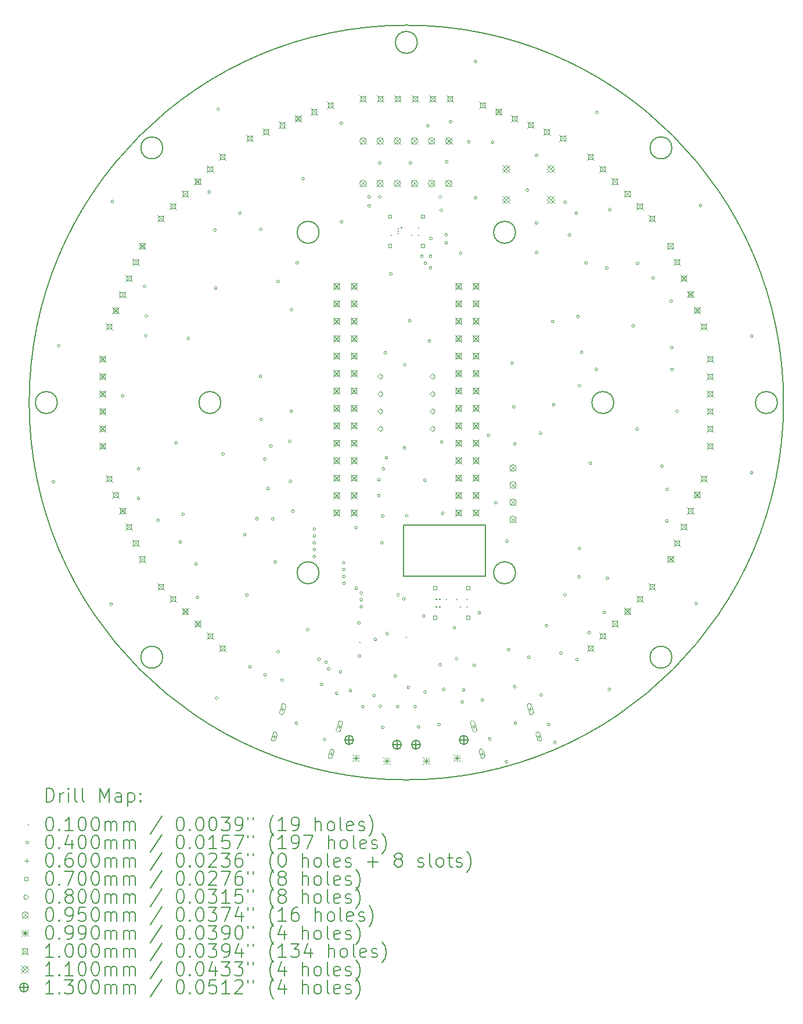
<source format=gbr>
%TF.GenerationSoftware,KiCad,Pcbnew,7.0.11*%
%TF.CreationDate,2025-01-20T01:56:28+09:00*%
%TF.ProjectId,Main,4d61696e-2e6b-4696-9361-645f70636258,rev?*%
%TF.SameCoordinates,Original*%
%TF.FileFunction,Drillmap*%
%TF.FilePolarity,Positive*%
%FSLAX45Y45*%
G04 Gerber Fmt 4.5, Leading zero omitted, Abs format (unit mm)*
G04 Created by KiCad (PCBNEW 7.0.11) date 2025-01-20 01:56:28*
%MOMM*%
%LPD*%
G01*
G04 APERTURE LIST*
%ADD10C,0.200000*%
%ADD11C,0.100000*%
%ADD12C,0.110000*%
%ADD13C,0.130000*%
G04 APERTURE END LIST*
D10*
X20742539Y-10159987D02*
G75*
G03*
X9742539Y-10159987I-5500000J0D01*
G01*
X9742539Y-10159987D02*
G75*
G03*
X20742539Y-10159987I5500000J0D01*
G01*
X10152539Y-10159987D02*
G75*
G03*
X9832539Y-10159987I-160000J0D01*
G01*
X9832539Y-10159987D02*
G75*
G03*
X10152539Y-10159987I160000J0D01*
G01*
X12537439Y-10159974D02*
G75*
G03*
X12217439Y-10159974I-160000J0D01*
G01*
X12217439Y-10159974D02*
G75*
G03*
X12537439Y-10159974I160000J0D01*
G01*
X13970000Y-7678731D02*
G75*
G03*
X13650000Y-7678731I-160000J0D01*
G01*
X13650000Y-7678731D02*
G75*
G03*
X13970000Y-7678731I160000J0D01*
G01*
X11690229Y-13872298D02*
G75*
G03*
X11370229Y-13872298I-160000J0D01*
G01*
X11370229Y-13872298D02*
G75*
G03*
X11690229Y-13872298I160000J0D01*
G01*
X20652539Y-10159987D02*
G75*
G03*
X20332539Y-10159987I-160000J0D01*
G01*
X20332539Y-10159987D02*
G75*
G03*
X20652539Y-10159987I160000J0D01*
G01*
X13969978Y-12641231D02*
G75*
G03*
X13649978Y-12641231I-160000J0D01*
G01*
X13649978Y-12641231D02*
G75*
G03*
X13969978Y-12641231I160000J0D01*
G01*
X11690229Y-6447677D02*
G75*
G03*
X11370229Y-6447677I-160000J0D01*
G01*
X11370229Y-6447677D02*
G75*
G03*
X11690229Y-6447677I160000J0D01*
G01*
X16835079Y-12641244D02*
G75*
G03*
X16515079Y-12641244I-160000J0D01*
G01*
X16515079Y-12641244D02*
G75*
G03*
X16835079Y-12641244I160000J0D01*
G01*
X18267640Y-10160000D02*
G75*
G03*
X17947640Y-10160000I-160000J0D01*
G01*
X17947640Y-10160000D02*
G75*
G03*
X18267640Y-10160000I160000J0D01*
G01*
X19114850Y-13872298D02*
G75*
G03*
X18794850Y-13872298I-160000J0D01*
G01*
X18794850Y-13872298D02*
G75*
G03*
X19114850Y-13872298I160000J0D01*
G01*
X19114850Y-6447677D02*
G75*
G03*
X18794850Y-6447677I-160000J0D01*
G01*
X18794850Y-6447677D02*
G75*
G03*
X19114850Y-6447677I160000J0D01*
G01*
X15200000Y-11942000D02*
X16394000Y-11942000D01*
X16394000Y-12694000D01*
X15200000Y-12694000D01*
X15200000Y-11942000D01*
X16835101Y-7678744D02*
G75*
G03*
X16515101Y-7678744I-160000J0D01*
G01*
X16515101Y-7678744D02*
G75*
G03*
X16835101Y-7678744I160000J0D01*
G01*
X15402539Y-4909987D02*
G75*
G03*
X15082539Y-4909987I-160000J0D01*
G01*
X15082539Y-4909987D02*
G75*
G03*
X15402539Y-4909987I160000J0D01*
G01*
D11*
X14554650Y-13647000D02*
X14564650Y-13657000D01*
X14564650Y-13647000D02*
X14554650Y-13657000D01*
X15013000Y-7712000D02*
X15023000Y-7722000D01*
X15023000Y-7712000D02*
X15013000Y-7722000D01*
X15113000Y-7686000D02*
X15123000Y-7696000D01*
X15123000Y-7686000D02*
X15113000Y-7696000D01*
X15113532Y-7621082D02*
X15123532Y-7631082D01*
X15123532Y-7621082D02*
X15113532Y-7631082D01*
X15114000Y-7654000D02*
X15124000Y-7664000D01*
X15124000Y-7654000D02*
X15114000Y-7664000D01*
X15163000Y-7600000D02*
X15173000Y-7610000D01*
X15173000Y-7600000D02*
X15163000Y-7610000D01*
X15237000Y-13568000D02*
X15247000Y-13578000D01*
X15247000Y-13568000D02*
X15237000Y-13578000D01*
X15313000Y-7712000D02*
X15323000Y-7722000D01*
X15323000Y-7712000D02*
X15313000Y-7722000D01*
X15413000Y-7712000D02*
X15423000Y-7722000D01*
X15423000Y-7712000D02*
X15413000Y-7722000D01*
X15413000Y-7600000D02*
X15423000Y-7610000D01*
X15423000Y-7600000D02*
X15413000Y-7610000D01*
X15671000Y-13130000D02*
X15681000Y-13140000D01*
X15681000Y-13130000D02*
X15671000Y-13140000D01*
X15671000Y-13018000D02*
X15681000Y-13028000D01*
X15681000Y-13018000D02*
X15671000Y-13028000D01*
X15721000Y-13018000D02*
X15731000Y-13028000D01*
X15731000Y-13018000D02*
X15721000Y-13028000D01*
X15721000Y-13130000D02*
X15731000Y-13140000D01*
X15731000Y-13130000D02*
X15721000Y-13140000D01*
X15821000Y-13018000D02*
X15831000Y-13028000D01*
X15831000Y-13018000D02*
X15821000Y-13028000D01*
X15971000Y-13018000D02*
X15981000Y-13028000D01*
X15981000Y-13018000D02*
X15971000Y-13028000D01*
X16021000Y-13130000D02*
X16031000Y-13140000D01*
X16031000Y-13130000D02*
X16021000Y-13140000D01*
X16121000Y-13019000D02*
X16131000Y-13029000D01*
X16131000Y-13019000D02*
X16121000Y-13029000D01*
X16121000Y-13130000D02*
X16131000Y-13140000D01*
X16131000Y-13130000D02*
X16121000Y-13140000D01*
X10114000Y-11315000D02*
G75*
G03*
X10074000Y-11315000I-20000J0D01*
G01*
X10074000Y-11315000D02*
G75*
G03*
X10114000Y-11315000I20000J0D01*
G01*
X10194000Y-9330000D02*
G75*
G03*
X10154000Y-9330000I-20000J0D01*
G01*
X10154000Y-9330000D02*
G75*
G03*
X10194000Y-9330000I20000J0D01*
G01*
X10959000Y-13099000D02*
G75*
G03*
X10919000Y-13099000I-20000J0D01*
G01*
X10919000Y-13099000D02*
G75*
G03*
X10959000Y-13099000I20000J0D01*
G01*
X10977000Y-7230000D02*
G75*
G03*
X10937000Y-7230000I-20000J0D01*
G01*
X10937000Y-7230000D02*
G75*
G03*
X10977000Y-7230000I20000J0D01*
G01*
X11127000Y-10063000D02*
G75*
G03*
X11087000Y-10063000I-20000J0D01*
G01*
X11087000Y-10063000D02*
G75*
G03*
X11127000Y-10063000I20000J0D01*
G01*
X11358000Y-11126000D02*
G75*
G03*
X11318000Y-11126000I-20000J0D01*
G01*
X11318000Y-11126000D02*
G75*
G03*
X11358000Y-11126000I20000J0D01*
G01*
X11358000Y-11556000D02*
G75*
G03*
X11318000Y-11556000I-20000J0D01*
G01*
X11318000Y-11556000D02*
G75*
G03*
X11358000Y-11556000I20000J0D01*
G01*
X11445000Y-8466000D02*
G75*
G03*
X11405000Y-8466000I-20000J0D01*
G01*
X11405000Y-8466000D02*
G75*
G03*
X11445000Y-8466000I20000J0D01*
G01*
X11463000Y-9186000D02*
G75*
G03*
X11423000Y-9186000I-20000J0D01*
G01*
X11423000Y-9186000D02*
G75*
G03*
X11463000Y-9186000I20000J0D01*
G01*
X11470000Y-8898000D02*
G75*
G03*
X11430000Y-8898000I-20000J0D01*
G01*
X11430000Y-8898000D02*
G75*
G03*
X11470000Y-8898000I20000J0D01*
G01*
X11644000Y-11874000D02*
G75*
G03*
X11604000Y-11874000I-20000J0D01*
G01*
X11604000Y-11874000D02*
G75*
G03*
X11644000Y-11874000I20000J0D01*
G01*
X11903000Y-10749000D02*
G75*
G03*
X11863000Y-10749000I-20000J0D01*
G01*
X11863000Y-10749000D02*
G75*
G03*
X11903000Y-10749000I20000J0D01*
G01*
X11966000Y-12190000D02*
G75*
G03*
X11926000Y-12190000I-20000J0D01*
G01*
X11926000Y-12190000D02*
G75*
G03*
X11966000Y-12190000I20000J0D01*
G01*
X12008000Y-11789000D02*
G75*
G03*
X11968000Y-11789000I-20000J0D01*
G01*
X11968000Y-11789000D02*
G75*
G03*
X12008000Y-11789000I20000J0D01*
G01*
X12080000Y-9224000D02*
G75*
G03*
X12040000Y-9224000I-20000J0D01*
G01*
X12040000Y-9224000D02*
G75*
G03*
X12080000Y-9224000I20000J0D01*
G01*
X12195000Y-12511000D02*
G75*
G03*
X12155000Y-12511000I-20000J0D01*
G01*
X12155000Y-12511000D02*
G75*
G03*
X12195000Y-12511000I20000J0D01*
G01*
X12216000Y-13001000D02*
G75*
G03*
X12176000Y-13001000I-20000J0D01*
G01*
X12176000Y-13001000D02*
G75*
G03*
X12216000Y-13001000I20000J0D01*
G01*
X12388000Y-7089000D02*
G75*
G03*
X12348000Y-7089000I-20000J0D01*
G01*
X12348000Y-7089000D02*
G75*
G03*
X12388000Y-7089000I20000J0D01*
G01*
X12471000Y-7647000D02*
G75*
G03*
X12431000Y-7647000I-20000J0D01*
G01*
X12431000Y-7647000D02*
G75*
G03*
X12471000Y-7647000I20000J0D01*
G01*
X12481000Y-8491000D02*
G75*
G03*
X12441000Y-8491000I-20000J0D01*
G01*
X12441000Y-8491000D02*
G75*
G03*
X12481000Y-8491000I20000J0D01*
G01*
X12496000Y-14469000D02*
G75*
G03*
X12456000Y-14469000I-20000J0D01*
G01*
X12456000Y-14469000D02*
G75*
G03*
X12496000Y-14469000I20000J0D01*
G01*
X12519000Y-5884000D02*
G75*
G03*
X12479000Y-5884000I-20000J0D01*
G01*
X12479000Y-5884000D02*
G75*
G03*
X12519000Y-5884000I20000J0D01*
G01*
X12591000Y-10909000D02*
G75*
G03*
X12551000Y-10909000I-20000J0D01*
G01*
X12551000Y-10909000D02*
G75*
G03*
X12591000Y-10909000I20000J0D01*
G01*
X12835000Y-7398000D02*
G75*
G03*
X12795000Y-7398000I-20000J0D01*
G01*
X12795000Y-7398000D02*
G75*
G03*
X12835000Y-7398000I20000J0D01*
G01*
X12907000Y-12086000D02*
G75*
G03*
X12867000Y-12086000I-20000J0D01*
G01*
X12867000Y-12086000D02*
G75*
G03*
X12907000Y-12086000I20000J0D01*
G01*
X12938000Y-12965000D02*
G75*
G03*
X12898000Y-12965000I-20000J0D01*
G01*
X12898000Y-12965000D02*
G75*
G03*
X12938000Y-12965000I20000J0D01*
G01*
X12980900Y-14010426D02*
G75*
G03*
X12940900Y-14010426I-20000J0D01*
G01*
X12940900Y-14010426D02*
G75*
G03*
X12980900Y-14010426I20000J0D01*
G01*
X13082500Y-11854500D02*
G75*
G03*
X13042500Y-11854500I-20000J0D01*
G01*
X13042500Y-11854500D02*
G75*
G03*
X13082500Y-11854500I20000J0D01*
G01*
X13134000Y-9778000D02*
G75*
G03*
X13094000Y-9778000I-20000J0D01*
G01*
X13094000Y-9778000D02*
G75*
G03*
X13134000Y-9778000I20000J0D01*
G01*
X13139000Y-7635000D02*
G75*
G03*
X13099000Y-7635000I-20000J0D01*
G01*
X13099000Y-7635000D02*
G75*
G03*
X13139000Y-7635000I20000J0D01*
G01*
X13146000Y-10407000D02*
G75*
G03*
X13106000Y-10407000I-20000J0D01*
G01*
X13106000Y-10407000D02*
G75*
G03*
X13146000Y-10407000I20000J0D01*
G01*
X13202000Y-10985000D02*
G75*
G03*
X13162000Y-10985000I-20000J0D01*
G01*
X13162000Y-10985000D02*
G75*
G03*
X13202000Y-10985000I20000J0D01*
G01*
X13204000Y-14129000D02*
G75*
G03*
X13164000Y-14129000I-20000J0D01*
G01*
X13164000Y-14129000D02*
G75*
G03*
X13204000Y-14129000I20000J0D01*
G01*
X13245000Y-11411000D02*
G75*
G03*
X13205000Y-11411000I-20000J0D01*
G01*
X13205000Y-11411000D02*
G75*
G03*
X13245000Y-11411000I20000J0D01*
G01*
X13288000Y-10795000D02*
G75*
G03*
X13248000Y-10795000I-20000J0D01*
G01*
X13248000Y-10795000D02*
G75*
G03*
X13288000Y-10795000I20000J0D01*
G01*
X13313000Y-11857000D02*
G75*
G03*
X13273000Y-11857000I-20000J0D01*
G01*
X13273000Y-11857000D02*
G75*
G03*
X13313000Y-11857000I20000J0D01*
G01*
X13351000Y-12486000D02*
G75*
G03*
X13311000Y-12486000I-20000J0D01*
G01*
X13311000Y-12486000D02*
G75*
G03*
X13351000Y-12486000I20000J0D01*
G01*
X13391000Y-8396000D02*
G75*
G03*
X13351000Y-8396000I-20000J0D01*
G01*
X13351000Y-8396000D02*
G75*
G03*
X13391000Y-8396000I20000J0D01*
G01*
X13393000Y-13792000D02*
G75*
G03*
X13353000Y-13792000I-20000J0D01*
G01*
X13353000Y-13792000D02*
G75*
G03*
X13393000Y-13792000I20000J0D01*
G01*
X13450000Y-14206000D02*
G75*
G03*
X13410000Y-14206000I-20000J0D01*
G01*
X13410000Y-14206000D02*
G75*
G03*
X13450000Y-14206000I20000J0D01*
G01*
X13562000Y-10728000D02*
G75*
G03*
X13522000Y-10728000I-20000J0D01*
G01*
X13522000Y-10728000D02*
G75*
G03*
X13562000Y-10728000I20000J0D01*
G01*
X13570000Y-11307000D02*
G75*
G03*
X13530000Y-11307000I-20000J0D01*
G01*
X13530000Y-11307000D02*
G75*
G03*
X13570000Y-11307000I20000J0D01*
G01*
X13585000Y-10288000D02*
G75*
G03*
X13545000Y-10288000I-20000J0D01*
G01*
X13545000Y-10288000D02*
G75*
G03*
X13585000Y-10288000I20000J0D01*
G01*
X13588000Y-8805000D02*
G75*
G03*
X13548000Y-8805000I-20000J0D01*
G01*
X13548000Y-8805000D02*
G75*
G03*
X13588000Y-8805000I20000J0D01*
G01*
X13608000Y-11745000D02*
G75*
G03*
X13568000Y-11745000I-20000J0D01*
G01*
X13568000Y-11745000D02*
G75*
G03*
X13608000Y-11745000I20000J0D01*
G01*
X13659000Y-14836000D02*
G75*
G03*
X13619000Y-14836000I-20000J0D01*
G01*
X13619000Y-14836000D02*
G75*
G03*
X13659000Y-14836000I20000J0D01*
G01*
X13669000Y-8123000D02*
G75*
G03*
X13629000Y-8123000I-20000J0D01*
G01*
X13629000Y-8123000D02*
G75*
G03*
X13669000Y-8123000I20000J0D01*
G01*
X13756000Y-6894000D02*
G75*
G03*
X13716000Y-6894000I-20000J0D01*
G01*
X13716000Y-6894000D02*
G75*
G03*
X13756000Y-6894000I20000J0D01*
G01*
X13824000Y-13470000D02*
G75*
G03*
X13784000Y-13470000I-20000J0D01*
G01*
X13784000Y-13470000D02*
G75*
G03*
X13824000Y-13470000I20000J0D01*
G01*
X13918936Y-12404950D02*
G75*
G03*
X13878936Y-12404950I-20000J0D01*
G01*
X13878936Y-12404950D02*
G75*
G03*
X13918936Y-12404950I20000J0D01*
G01*
X13920000Y-12005000D02*
G75*
G03*
X13880000Y-12005000I-20000J0D01*
G01*
X13880000Y-12005000D02*
G75*
G03*
X13920000Y-12005000I20000J0D01*
G01*
X13920000Y-12105000D02*
G75*
G03*
X13880000Y-12105000I-20000J0D01*
G01*
X13880000Y-12105000D02*
G75*
G03*
X13920000Y-12105000I20000J0D01*
G01*
X13920000Y-12205001D02*
G75*
G03*
X13880000Y-12205001I-20000J0D01*
G01*
X13880000Y-12205001D02*
G75*
G03*
X13920000Y-12205001I20000J0D01*
G01*
X13921666Y-12304987D02*
G75*
G03*
X13881666Y-12304987I-20000J0D01*
G01*
X13881666Y-12304987D02*
G75*
G03*
X13921666Y-12304987I20000J0D01*
G01*
X13991363Y-13902368D02*
G75*
G03*
X13951363Y-13902368I-20000J0D01*
G01*
X13951363Y-13902368D02*
G75*
G03*
X13991363Y-13902368I20000J0D01*
G01*
X14027982Y-14267766D02*
G75*
G03*
X13987982Y-14267766I-20000J0D01*
G01*
X13987982Y-14267766D02*
G75*
G03*
X14027982Y-14267766I20000J0D01*
G01*
X14071000Y-15070000D02*
G75*
G03*
X14031000Y-15070000I-20000J0D01*
G01*
X14031000Y-15070000D02*
G75*
G03*
X14071000Y-15070000I20000J0D01*
G01*
X14091363Y-13947502D02*
G75*
G03*
X14051363Y-13947502I-20000J0D01*
G01*
X14051363Y-13947502D02*
G75*
G03*
X14091363Y-13947502I20000J0D01*
G01*
X14129072Y-14040077D02*
G75*
G03*
X14089072Y-14040077I-20000J0D01*
G01*
X14089072Y-14040077D02*
G75*
G03*
X14129072Y-14040077I20000J0D01*
G01*
X14243997Y-14399002D02*
G75*
G03*
X14203997Y-14399002I-20000J0D01*
G01*
X14203997Y-14399002D02*
G75*
G03*
X14243997Y-14399002I20000J0D01*
G01*
X14302106Y-14084000D02*
G75*
G03*
X14262106Y-14084000I-20000J0D01*
G01*
X14262106Y-14084000D02*
G75*
G03*
X14302106Y-14084000I20000J0D01*
G01*
X14314000Y-6089000D02*
G75*
G03*
X14274000Y-6089000I-20000J0D01*
G01*
X14274000Y-6089000D02*
G75*
G03*
X14314000Y-6089000I20000J0D01*
G01*
X14316000Y-7525000D02*
G75*
G03*
X14276000Y-7525000I-20000J0D01*
G01*
X14276000Y-7525000D02*
G75*
G03*
X14316000Y-7525000I20000J0D01*
G01*
X14348084Y-12494451D02*
G75*
G03*
X14308084Y-12494451I-20000J0D01*
G01*
X14308084Y-12494451D02*
G75*
G03*
X14348084Y-12494451I20000J0D01*
G01*
X14351660Y-12594387D02*
G75*
G03*
X14311660Y-12594387I-20000J0D01*
G01*
X14311660Y-12594387D02*
G75*
G03*
X14351660Y-12594387I20000J0D01*
G01*
X14352771Y-12694381D02*
G75*
G03*
X14312771Y-12694381I-20000J0D01*
G01*
X14312771Y-12694381D02*
G75*
G03*
X14352771Y-12694381I20000J0D01*
G01*
X14354000Y-12794374D02*
G75*
G03*
X14314000Y-12794374I-20000J0D01*
G01*
X14314000Y-12794374D02*
G75*
G03*
X14354000Y-12794374I20000J0D01*
G01*
X14447000Y-14357000D02*
G75*
G03*
X14407000Y-14357000I-20000J0D01*
G01*
X14407000Y-14357000D02*
G75*
G03*
X14447000Y-14357000I20000J0D01*
G01*
X14527000Y-11985000D02*
G75*
G03*
X14487000Y-11985000I-20000J0D01*
G01*
X14487000Y-11985000D02*
G75*
G03*
X14527000Y-11985000I20000J0D01*
G01*
X14531502Y-12868987D02*
G75*
G03*
X14491502Y-12868987I-20000J0D01*
G01*
X14491502Y-12868987D02*
G75*
G03*
X14531502Y-12868987I20000J0D01*
G01*
X14573131Y-13373166D02*
G75*
G03*
X14533131Y-13373166I-20000J0D01*
G01*
X14533131Y-13373166D02*
G75*
G03*
X14573131Y-13373166I20000J0D01*
G01*
X14576104Y-13853621D02*
G75*
G03*
X14536104Y-13853621I-20000J0D01*
G01*
X14536104Y-13853621D02*
G75*
G03*
X14576104Y-13853621I20000J0D01*
G01*
X14604647Y-13037068D02*
G75*
G03*
X14564647Y-13037068I-20000J0D01*
G01*
X14564647Y-13037068D02*
G75*
G03*
X14604647Y-13037068I20000J0D01*
G01*
X14604651Y-13137068D02*
G75*
G03*
X14564651Y-13137068I-20000J0D01*
G01*
X14564651Y-13137068D02*
G75*
G03*
X14604651Y-13137068I20000J0D01*
G01*
X14604749Y-12937068D02*
G75*
G03*
X14564749Y-12937068I-20000J0D01*
G01*
X14564749Y-12937068D02*
G75*
G03*
X14604749Y-12937068I20000J0D01*
G01*
X14628078Y-14590474D02*
G75*
G03*
X14588078Y-14590474I-20000J0D01*
G01*
X14588078Y-14590474D02*
G75*
G03*
X14628078Y-14590474I20000J0D01*
G01*
X14718000Y-7293000D02*
G75*
G03*
X14678000Y-7293000I-20000J0D01*
G01*
X14678000Y-7293000D02*
G75*
G03*
X14718000Y-7293000I20000J0D01*
G01*
X14720000Y-7161000D02*
G75*
G03*
X14680000Y-7161000I-20000J0D01*
G01*
X14680000Y-7161000D02*
G75*
G03*
X14720000Y-7161000I20000J0D01*
G01*
X14792000Y-14430000D02*
G75*
G03*
X14752000Y-14430000I-20000J0D01*
G01*
X14752000Y-14430000D02*
G75*
G03*
X14792000Y-14430000I20000J0D01*
G01*
X14812000Y-13613000D02*
G75*
G03*
X14772000Y-13613000I-20000J0D01*
G01*
X14772000Y-13613000D02*
G75*
G03*
X14812000Y-13613000I20000J0D01*
G01*
X14860000Y-11285000D02*
G75*
G03*
X14820000Y-11285000I-20000J0D01*
G01*
X14820000Y-11285000D02*
G75*
G03*
X14860000Y-11285000I20000J0D01*
G01*
X14861000Y-11516000D02*
G75*
G03*
X14821000Y-11516000I-20000J0D01*
G01*
X14821000Y-11516000D02*
G75*
G03*
X14861000Y-11516000I20000J0D01*
G01*
X14874000Y-6665000D02*
G75*
G03*
X14834000Y-6665000I-20000J0D01*
G01*
X14834000Y-6665000D02*
G75*
G03*
X14874000Y-6665000I20000J0D01*
G01*
X14874000Y-7162000D02*
G75*
G03*
X14834000Y-7162000I-20000J0D01*
G01*
X14834000Y-7162000D02*
G75*
G03*
X14874000Y-7162000I20000J0D01*
G01*
X14883000Y-14589000D02*
G75*
G03*
X14843000Y-14589000I-20000J0D01*
G01*
X14843000Y-14589000D02*
G75*
G03*
X14883000Y-14589000I20000J0D01*
G01*
X14905000Y-12205000D02*
G75*
G03*
X14865000Y-12205000I-20000J0D01*
G01*
X14865000Y-12205000D02*
G75*
G03*
X14905000Y-12205000I20000J0D01*
G01*
X14919000Y-14897000D02*
G75*
G03*
X14879000Y-14897000I-20000J0D01*
G01*
X14879000Y-14897000D02*
G75*
G03*
X14919000Y-14897000I20000J0D01*
G01*
X14920000Y-11814000D02*
G75*
G03*
X14880000Y-11814000I-20000J0D01*
G01*
X14880000Y-11814000D02*
G75*
G03*
X14920000Y-11814000I20000J0D01*
G01*
X14927500Y-11126015D02*
G75*
G03*
X14887500Y-11126015I-20000J0D01*
G01*
X14887500Y-11126015D02*
G75*
G03*
X14927500Y-11126015I20000J0D01*
G01*
X14956000Y-9434000D02*
G75*
G03*
X14916000Y-9434000I-20000J0D01*
G01*
X14916000Y-9434000D02*
G75*
G03*
X14956000Y-9434000I20000J0D01*
G01*
X14972584Y-10963054D02*
G75*
G03*
X14932584Y-10963054I-20000J0D01*
G01*
X14932584Y-10963054D02*
G75*
G03*
X14972584Y-10963054I20000J0D01*
G01*
X14981000Y-13527000D02*
G75*
G03*
X14941000Y-13527000I-20000J0D01*
G01*
X14941000Y-13527000D02*
G75*
G03*
X14981000Y-13527000I20000J0D01*
G01*
X15038000Y-8283000D02*
G75*
G03*
X14998000Y-8283000I-20000J0D01*
G01*
X14998000Y-8283000D02*
G75*
G03*
X15038000Y-8283000I20000J0D01*
G01*
X15101000Y-14146000D02*
G75*
G03*
X15061000Y-14146000I-20000J0D01*
G01*
X15061000Y-14146000D02*
G75*
G03*
X15101000Y-14146000I20000J0D01*
G01*
X15136078Y-14590474D02*
G75*
G03*
X15096078Y-14590474I-20000J0D01*
G01*
X15096078Y-14590474D02*
G75*
G03*
X15136078Y-14590474I20000J0D01*
G01*
X15143892Y-12962144D02*
G75*
G03*
X15103892Y-12962144I-20000J0D01*
G01*
X15103892Y-12962144D02*
G75*
G03*
X15143892Y-12962144I20000J0D01*
G01*
X15224000Y-13022000D02*
G75*
G03*
X15184000Y-13022000I-20000J0D01*
G01*
X15184000Y-13022000D02*
G75*
G03*
X15224000Y-13022000I20000J0D01*
G01*
X15233000Y-10822000D02*
G75*
G03*
X15193000Y-10822000I-20000J0D01*
G01*
X15193000Y-10822000D02*
G75*
G03*
X15233000Y-10822000I20000J0D01*
G01*
X15238000Y-9609000D02*
G75*
G03*
X15198000Y-9609000I-20000J0D01*
G01*
X15198000Y-9609000D02*
G75*
G03*
X15238000Y-9609000I20000J0D01*
G01*
X15266000Y-11810000D02*
G75*
G03*
X15226000Y-11810000I-20000J0D01*
G01*
X15226000Y-11810000D02*
G75*
G03*
X15266000Y-11810000I20000J0D01*
G01*
X15292672Y-14313672D02*
G75*
G03*
X15252672Y-14313672I-20000J0D01*
G01*
X15252672Y-14313672D02*
G75*
G03*
X15292672Y-14313672I20000J0D01*
G01*
X15309000Y-8966000D02*
G75*
G03*
X15269000Y-8966000I-20000J0D01*
G01*
X15269000Y-8966000D02*
G75*
G03*
X15309000Y-8966000I20000J0D01*
G01*
X15324000Y-6665000D02*
G75*
G03*
X15284000Y-6665000I-20000J0D01*
G01*
X15284000Y-6665000D02*
G75*
G03*
X15324000Y-6665000I20000J0D01*
G01*
X15390078Y-14590474D02*
G75*
G03*
X15350078Y-14590474I-20000J0D01*
G01*
X15350078Y-14590474D02*
G75*
G03*
X15390078Y-14590474I20000J0D01*
G01*
X15441000Y-14886000D02*
G75*
G03*
X15401000Y-14886000I-20000J0D01*
G01*
X15401000Y-14886000D02*
G75*
G03*
X15441000Y-14886000I20000J0D01*
G01*
X15488600Y-8026400D02*
G75*
G03*
X15448600Y-8026400I-20000J0D01*
G01*
X15448600Y-8026400D02*
G75*
G03*
X15488600Y-8026400I20000J0D01*
G01*
X15516000Y-13273000D02*
G75*
G03*
X15476000Y-13273000I-20000J0D01*
G01*
X15476000Y-13273000D02*
G75*
G03*
X15516000Y-13273000I20000J0D01*
G01*
X15532000Y-11292000D02*
G75*
G03*
X15492000Y-11292000I-20000J0D01*
G01*
X15492000Y-11292000D02*
G75*
G03*
X15532000Y-11292000I20000J0D01*
G01*
X15534000Y-14381000D02*
G75*
G03*
X15494000Y-14381000I-20000J0D01*
G01*
X15494000Y-14381000D02*
G75*
G03*
X15534000Y-14381000I20000J0D01*
G01*
X15539400Y-8128000D02*
G75*
G03*
X15499400Y-8128000I-20000J0D01*
G01*
X15499400Y-8128000D02*
G75*
G03*
X15539400Y-8128000I20000J0D01*
G01*
X15576000Y-6126000D02*
G75*
G03*
X15536000Y-6126000I-20000J0D01*
G01*
X15536000Y-6126000D02*
G75*
G03*
X15576000Y-6126000I20000J0D01*
G01*
X15598000Y-9265000D02*
G75*
G03*
X15558000Y-9265000I-20000J0D01*
G01*
X15558000Y-9265000D02*
G75*
G03*
X15598000Y-9265000I20000J0D01*
G01*
X15615600Y-8026400D02*
G75*
G03*
X15575600Y-8026400I-20000J0D01*
G01*
X15575600Y-8026400D02*
G75*
G03*
X15615600Y-8026400I20000J0D01*
G01*
X15615600Y-8198000D02*
G75*
G03*
X15575600Y-8198000I-20000J0D01*
G01*
X15575600Y-8198000D02*
G75*
G03*
X15615600Y-8198000I20000J0D01*
G01*
X15622000Y-7767000D02*
G75*
G03*
X15582000Y-7767000I-20000J0D01*
G01*
X15582000Y-7767000D02*
G75*
G03*
X15622000Y-7767000I20000J0D01*
G01*
X15740000Y-14854000D02*
G75*
G03*
X15700000Y-14854000I-20000J0D01*
G01*
X15700000Y-14854000D02*
G75*
G03*
X15740000Y-14854000I20000J0D01*
G01*
X15753000Y-13982350D02*
G75*
G03*
X15713000Y-13982350I-20000J0D01*
G01*
X15713000Y-13982350D02*
G75*
G03*
X15753000Y-13982350I20000J0D01*
G01*
X15756000Y-7163000D02*
G75*
G03*
X15716000Y-7163000I-20000J0D01*
G01*
X15716000Y-7163000D02*
G75*
G03*
X15756000Y-7163000I20000J0D01*
G01*
X15771000Y-7358000D02*
G75*
G03*
X15731000Y-7358000I-20000J0D01*
G01*
X15731000Y-7358000D02*
G75*
G03*
X15771000Y-7358000I20000J0D01*
G01*
X15777000Y-10733000D02*
G75*
G03*
X15737000Y-10733000I-20000J0D01*
G01*
X15737000Y-10733000D02*
G75*
G03*
X15777000Y-10733000I20000J0D01*
G01*
X15791000Y-11775000D02*
G75*
G03*
X15751000Y-11775000I-20000J0D01*
G01*
X15751000Y-11775000D02*
G75*
G03*
X15791000Y-11775000I20000J0D01*
G01*
X15808000Y-14340000D02*
G75*
G03*
X15768000Y-14340000I-20000J0D01*
G01*
X15768000Y-14340000D02*
G75*
G03*
X15808000Y-14340000I20000J0D01*
G01*
X15842918Y-7715448D02*
G75*
G03*
X15802918Y-7715448I-20000J0D01*
G01*
X15802918Y-7715448D02*
G75*
G03*
X15842918Y-7715448I20000J0D01*
G01*
X15843000Y-7829296D02*
G75*
G03*
X15803000Y-7829296I-20000J0D01*
G01*
X15803000Y-7829296D02*
G75*
G03*
X15843000Y-7829296I20000J0D01*
G01*
X15851000Y-6649000D02*
G75*
G03*
X15811000Y-6649000I-20000J0D01*
G01*
X15811000Y-6649000D02*
G75*
G03*
X15851000Y-6649000I20000J0D01*
G01*
X15908000Y-6066000D02*
G75*
G03*
X15868000Y-6066000I-20000J0D01*
G01*
X15868000Y-6066000D02*
G75*
G03*
X15908000Y-6066000I20000J0D01*
G01*
X15962443Y-13441425D02*
G75*
G03*
X15922443Y-13441425I-20000J0D01*
G01*
X15922443Y-13441425D02*
G75*
G03*
X15962443Y-13441425I20000J0D01*
G01*
X15993000Y-13894000D02*
G75*
G03*
X15953000Y-13894000I-20000J0D01*
G01*
X15953000Y-13894000D02*
G75*
G03*
X15993000Y-13894000I20000J0D01*
G01*
X16053000Y-7983000D02*
G75*
G03*
X16013000Y-7983000I-20000J0D01*
G01*
X16013000Y-7983000D02*
G75*
G03*
X16053000Y-7983000I20000J0D01*
G01*
X16078000Y-14524000D02*
G75*
G03*
X16038000Y-14524000I-20000J0D01*
G01*
X16038000Y-14524000D02*
G75*
G03*
X16078000Y-14524000I20000J0D01*
G01*
X16099000Y-14350000D02*
G75*
G03*
X16059000Y-14350000I-20000J0D01*
G01*
X16059000Y-14350000D02*
G75*
G03*
X16099000Y-14350000I20000J0D01*
G01*
X16172000Y-6360000D02*
G75*
G03*
X16132000Y-6360000I-20000J0D01*
G01*
X16132000Y-6360000D02*
G75*
G03*
X16172000Y-6360000I20000J0D01*
G01*
X16253000Y-13992000D02*
G75*
G03*
X16213000Y-13992000I-20000J0D01*
G01*
X16213000Y-13992000D02*
G75*
G03*
X16253000Y-13992000I20000J0D01*
G01*
X16270000Y-5188000D02*
G75*
G03*
X16230000Y-5188000I-20000J0D01*
G01*
X16230000Y-5188000D02*
G75*
G03*
X16270000Y-5188000I20000J0D01*
G01*
X16272000Y-7176000D02*
G75*
G03*
X16232000Y-7176000I-20000J0D01*
G01*
X16232000Y-7176000D02*
G75*
G03*
X16272000Y-7176000I20000J0D01*
G01*
X16327000Y-13224000D02*
G75*
G03*
X16287000Y-13224000I-20000J0D01*
G01*
X16287000Y-13224000D02*
G75*
G03*
X16327000Y-13224000I20000J0D01*
G01*
X16371848Y-14496021D02*
G75*
G03*
X16331848Y-14496021I-20000J0D01*
G01*
X16331848Y-14496021D02*
G75*
G03*
X16371848Y-14496021I20000J0D01*
G01*
X16459000Y-10636000D02*
G75*
G03*
X16419000Y-10636000I-20000J0D01*
G01*
X16419000Y-10636000D02*
G75*
G03*
X16459000Y-10636000I20000J0D01*
G01*
X16477000Y-15064000D02*
G75*
G03*
X16437000Y-15064000I-20000J0D01*
G01*
X16437000Y-15064000D02*
G75*
G03*
X16477000Y-15064000I20000J0D01*
G01*
X16520000Y-6364000D02*
G75*
G03*
X16480000Y-6364000I-20000J0D01*
G01*
X16480000Y-6364000D02*
G75*
G03*
X16520000Y-6364000I20000J0D01*
G01*
X16569000Y-11622000D02*
G75*
G03*
X16529000Y-11622000I-20000J0D01*
G01*
X16529000Y-11622000D02*
G75*
G03*
X16569000Y-11622000I20000J0D01*
G01*
X16721000Y-15398000D02*
G75*
G03*
X16681000Y-15398000I-20000J0D01*
G01*
X16681000Y-15398000D02*
G75*
G03*
X16721000Y-15398000I20000J0D01*
G01*
X16730000Y-12182000D02*
G75*
G03*
X16690000Y-12182000I-20000J0D01*
G01*
X16690000Y-12182000D02*
G75*
G03*
X16730000Y-12182000I20000J0D01*
G01*
X16752000Y-13761000D02*
G75*
G03*
X16712000Y-13761000I-20000J0D01*
G01*
X16712000Y-13761000D02*
G75*
G03*
X16752000Y-13761000I20000J0D01*
G01*
X16803000Y-9585000D02*
G75*
G03*
X16763000Y-9585000I-20000J0D01*
G01*
X16763000Y-9585000D02*
G75*
G03*
X16803000Y-9585000I20000J0D01*
G01*
X16828000Y-10223000D02*
G75*
G03*
X16788000Y-10223000I-20000J0D01*
G01*
X16788000Y-10223000D02*
G75*
G03*
X16828000Y-10223000I20000J0D01*
G01*
X16841000Y-14301000D02*
G75*
G03*
X16801000Y-14301000I-20000J0D01*
G01*
X16801000Y-14301000D02*
G75*
G03*
X16841000Y-14301000I20000J0D01*
G01*
X16844000Y-10763000D02*
G75*
G03*
X16804000Y-10763000I-20000J0D01*
G01*
X16804000Y-10763000D02*
G75*
G03*
X16844000Y-10763000I20000J0D01*
G01*
X16850000Y-14834000D02*
G75*
G03*
X16810000Y-14834000I-20000J0D01*
G01*
X16810000Y-14834000D02*
G75*
G03*
X16850000Y-14834000I20000J0D01*
G01*
X17027000Y-7063000D02*
G75*
G03*
X16987000Y-7063000I-20000J0D01*
G01*
X16987000Y-7063000D02*
G75*
G03*
X17027000Y-7063000I20000J0D01*
G01*
X17048000Y-13872000D02*
G75*
G03*
X17008000Y-13872000I-20000J0D01*
G01*
X17008000Y-13872000D02*
G75*
G03*
X17048000Y-13872000I20000J0D01*
G01*
X17160000Y-6559000D02*
G75*
G03*
X17120000Y-6559000I-20000J0D01*
G01*
X17120000Y-6559000D02*
G75*
G03*
X17160000Y-6559000I20000J0D01*
G01*
X17160000Y-7542000D02*
G75*
G03*
X17120000Y-7542000I-20000J0D01*
G01*
X17120000Y-7542000D02*
G75*
G03*
X17160000Y-7542000I20000J0D01*
G01*
X17160000Y-7971000D02*
G75*
G03*
X17120000Y-7971000I-20000J0D01*
G01*
X17120000Y-7971000D02*
G75*
G03*
X17160000Y-7971000I20000J0D01*
G01*
X17218000Y-10607000D02*
G75*
G03*
X17178000Y-10607000I-20000J0D01*
G01*
X17178000Y-10607000D02*
G75*
G03*
X17218000Y-10607000I20000J0D01*
G01*
X17227000Y-14422000D02*
G75*
G03*
X17187000Y-14422000I-20000J0D01*
G01*
X17187000Y-14422000D02*
G75*
G03*
X17227000Y-14422000I20000J0D01*
G01*
X17306000Y-13413000D02*
G75*
G03*
X17266000Y-13413000I-20000J0D01*
G01*
X17266000Y-13413000D02*
G75*
G03*
X17306000Y-13413000I20000J0D01*
G01*
X17338000Y-14852000D02*
G75*
G03*
X17298000Y-14852000I-20000J0D01*
G01*
X17298000Y-14852000D02*
G75*
G03*
X17338000Y-14852000I20000J0D01*
G01*
X17396000Y-8980000D02*
G75*
G03*
X17356000Y-8980000I-20000J0D01*
G01*
X17356000Y-8980000D02*
G75*
G03*
X17396000Y-8980000I20000J0D01*
G01*
X17410000Y-10195000D02*
G75*
G03*
X17370000Y-10195000I-20000J0D01*
G01*
X17370000Y-10195000D02*
G75*
G03*
X17410000Y-10195000I20000J0D01*
G01*
X17429000Y-15115000D02*
G75*
G03*
X17389000Y-15115000I-20000J0D01*
G01*
X17389000Y-15115000D02*
G75*
G03*
X17429000Y-15115000I20000J0D01*
G01*
X17516000Y-13811000D02*
G75*
G03*
X17476000Y-13811000I-20000J0D01*
G01*
X17476000Y-13811000D02*
G75*
G03*
X17516000Y-13811000I20000J0D01*
G01*
X17575000Y-12963000D02*
G75*
G03*
X17535000Y-12963000I-20000J0D01*
G01*
X17535000Y-12963000D02*
G75*
G03*
X17575000Y-12963000I20000J0D01*
G01*
X17577000Y-7240000D02*
G75*
G03*
X17537000Y-7240000I-20000J0D01*
G01*
X17537000Y-7240000D02*
G75*
G03*
X17577000Y-7240000I20000J0D01*
G01*
X17639000Y-7717000D02*
G75*
G03*
X17599000Y-7717000I-20000J0D01*
G01*
X17599000Y-7717000D02*
G75*
G03*
X17639000Y-7717000I20000J0D01*
G01*
X17740000Y-7402000D02*
G75*
G03*
X17700000Y-7402000I-20000J0D01*
G01*
X17700000Y-7402000D02*
G75*
G03*
X17740000Y-7402000I20000J0D01*
G01*
X17750000Y-13907000D02*
G75*
G03*
X17710000Y-13907000I-20000J0D01*
G01*
X17710000Y-13907000D02*
G75*
G03*
X17750000Y-13907000I20000J0D01*
G01*
X17766000Y-8907000D02*
G75*
G03*
X17726000Y-8907000I-20000J0D01*
G01*
X17726000Y-8907000D02*
G75*
G03*
X17766000Y-8907000I20000J0D01*
G01*
X17781000Y-12702000D02*
G75*
G03*
X17741000Y-12702000I-20000J0D01*
G01*
X17741000Y-12702000D02*
G75*
G03*
X17781000Y-12702000I20000J0D01*
G01*
X17785000Y-12284000D02*
G75*
G03*
X17745000Y-12284000I-20000J0D01*
G01*
X17745000Y-12284000D02*
G75*
G03*
X17785000Y-12284000I20000J0D01*
G01*
X17787000Y-9914000D02*
G75*
G03*
X17747000Y-9914000I-20000J0D01*
G01*
X17747000Y-9914000D02*
G75*
G03*
X17787000Y-9914000I20000J0D01*
G01*
X17817000Y-9427000D02*
G75*
G03*
X17777000Y-9427000I-20000J0D01*
G01*
X17777000Y-9427000D02*
G75*
G03*
X17817000Y-9427000I20000J0D01*
G01*
X17884000Y-8124000D02*
G75*
G03*
X17844000Y-8124000I-20000J0D01*
G01*
X17844000Y-8124000D02*
G75*
G03*
X17884000Y-8124000I20000J0D01*
G01*
X17929000Y-13514000D02*
G75*
G03*
X17889000Y-13514000I-20000J0D01*
G01*
X17889000Y-13514000D02*
G75*
G03*
X17929000Y-13514000I20000J0D01*
G01*
X17944000Y-11044000D02*
G75*
G03*
X17904000Y-11044000I-20000J0D01*
G01*
X17904000Y-11044000D02*
G75*
G03*
X17944000Y-11044000I20000J0D01*
G01*
X18031000Y-9676000D02*
G75*
G03*
X17991000Y-9676000I-20000J0D01*
G01*
X17991000Y-9676000D02*
G75*
G03*
X18031000Y-9676000I20000J0D01*
G01*
X18042000Y-5930000D02*
G75*
G03*
X18002000Y-5930000I-20000J0D01*
G01*
X18002000Y-5930000D02*
G75*
G03*
X18042000Y-5930000I20000J0D01*
G01*
X18147000Y-13221000D02*
G75*
G03*
X18107000Y-13221000I-20000J0D01*
G01*
X18107000Y-13221000D02*
G75*
G03*
X18147000Y-13221000I20000J0D01*
G01*
X18187000Y-8200000D02*
G75*
G03*
X18147000Y-8200000I-20000J0D01*
G01*
X18147000Y-8200000D02*
G75*
G03*
X18187000Y-8200000I20000J0D01*
G01*
X18195000Y-12719000D02*
G75*
G03*
X18155000Y-12719000I-20000J0D01*
G01*
X18155000Y-12719000D02*
G75*
G03*
X18195000Y-12719000I20000J0D01*
G01*
X18221000Y-14342000D02*
G75*
G03*
X18181000Y-14342000I-20000J0D01*
G01*
X18181000Y-14342000D02*
G75*
G03*
X18221000Y-14342000I20000J0D01*
G01*
X18230000Y-7347000D02*
G75*
G03*
X18190000Y-7347000I-20000J0D01*
G01*
X18190000Y-7347000D02*
G75*
G03*
X18230000Y-7347000I20000J0D01*
G01*
X18569000Y-9042000D02*
G75*
G03*
X18529000Y-9042000I-20000J0D01*
G01*
X18529000Y-9042000D02*
G75*
G03*
X18569000Y-9042000I20000J0D01*
G01*
X18627000Y-10547000D02*
G75*
G03*
X18587000Y-10547000I-20000J0D01*
G01*
X18587000Y-10547000D02*
G75*
G03*
X18627000Y-10547000I20000J0D01*
G01*
X18634000Y-8132000D02*
G75*
G03*
X18594000Y-8132000I-20000J0D01*
G01*
X18594000Y-8132000D02*
G75*
G03*
X18634000Y-8132000I20000J0D01*
G01*
X18860000Y-8345000D02*
G75*
G03*
X18820000Y-8345000I-20000J0D01*
G01*
X18820000Y-8345000D02*
G75*
G03*
X18860000Y-8345000I20000J0D01*
G01*
X18990000Y-11085000D02*
G75*
G03*
X18950000Y-11085000I-20000J0D01*
G01*
X18950000Y-11085000D02*
G75*
G03*
X18990000Y-11085000I20000J0D01*
G01*
X19061000Y-11885000D02*
G75*
G03*
X19021000Y-11885000I-20000J0D01*
G01*
X19021000Y-11885000D02*
G75*
G03*
X19061000Y-11885000I20000J0D01*
G01*
X19063000Y-11424000D02*
G75*
G03*
X19023000Y-11424000I-20000J0D01*
G01*
X19023000Y-11424000D02*
G75*
G03*
X19063000Y-11424000I20000J0D01*
G01*
X19122000Y-8683000D02*
G75*
G03*
X19082000Y-8683000I-20000J0D01*
G01*
X19082000Y-8683000D02*
G75*
G03*
X19122000Y-8683000I20000J0D01*
G01*
X19131000Y-9359000D02*
G75*
G03*
X19091000Y-9359000I-20000J0D01*
G01*
X19091000Y-9359000D02*
G75*
G03*
X19131000Y-9359000I20000J0D01*
G01*
X19137000Y-9678000D02*
G75*
G03*
X19097000Y-9678000I-20000J0D01*
G01*
X19097000Y-9678000D02*
G75*
G03*
X19137000Y-9678000I20000J0D01*
G01*
X19209000Y-10286000D02*
G75*
G03*
X19169000Y-10286000I-20000J0D01*
G01*
X19169000Y-10286000D02*
G75*
G03*
X19209000Y-10286000I20000J0D01*
G01*
X19487000Y-13088000D02*
G75*
G03*
X19447000Y-13088000I-20000J0D01*
G01*
X19447000Y-13088000D02*
G75*
G03*
X19487000Y-13088000I20000J0D01*
G01*
X19550000Y-7288000D02*
G75*
G03*
X19510000Y-7288000I-20000J0D01*
G01*
X19510000Y-7288000D02*
G75*
G03*
X19550000Y-7288000I20000J0D01*
G01*
X20298000Y-9192000D02*
G75*
G03*
X20258000Y-9192000I-20000J0D01*
G01*
X20258000Y-9192000D02*
G75*
G03*
X20298000Y-9192000I20000J0D01*
G01*
X20298000Y-11183000D02*
G75*
G03*
X20258000Y-11183000I-20000J0D01*
G01*
X20258000Y-11183000D02*
G75*
G03*
X20298000Y-11183000I20000J0D01*
G01*
X13314437Y-14999480D02*
X13314437Y-15059480D01*
X13284437Y-15029480D02*
X13344437Y-15029480D01*
X13331534Y-15076466D02*
X13354757Y-14999911D01*
X13354757Y-14999911D02*
G75*
G03*
X13297341Y-14982494I-28708J8709D01*
G01*
X13297341Y-14982494D02*
X13274118Y-15059049D01*
X13274118Y-15059049D02*
G75*
G03*
X13331534Y-15076466I28708J-8709D01*
G01*
X13435776Y-14599479D02*
X13435776Y-14659479D01*
X13405776Y-14629479D02*
X13465776Y-14629479D01*
X13448519Y-14690819D02*
X13480450Y-14585556D01*
X13480450Y-14585556D02*
G75*
G03*
X13423034Y-14568139I-28708J8709D01*
G01*
X13423034Y-14568139D02*
X13391102Y-14673402D01*
X13391102Y-14673402D02*
G75*
G03*
X13448519Y-14690819I28708J-8709D01*
G01*
X14141234Y-15250286D02*
X14141234Y-15310286D01*
X14111234Y-15280286D02*
X14171234Y-15280286D01*
X14158331Y-15327272D02*
X14181553Y-15250717D01*
X14181553Y-15250717D02*
G75*
G03*
X14124137Y-15233300I-28708J8709D01*
G01*
X14124137Y-15233300D02*
X14100914Y-15309855D01*
X14100914Y-15309855D02*
G75*
G03*
X14158331Y-15327272I28708J-8709D01*
G01*
X14262573Y-14850285D02*
X14262573Y-14910285D01*
X14232573Y-14880285D02*
X14292573Y-14880285D01*
X14275315Y-14941625D02*
X14307247Y-14836362D01*
X14307247Y-14836362D02*
G75*
G03*
X14249830Y-14818945I-28708J8709D01*
G01*
X14249830Y-14818945D02*
X14217899Y-14924208D01*
X14217899Y-14924208D02*
G75*
G03*
X14275315Y-14941625I28708J-8709D01*
G01*
X16223388Y-14850018D02*
X16223388Y-14910018D01*
X16193388Y-14880018D02*
X16253388Y-14880018D01*
X16268061Y-14923941D02*
X16236130Y-14818677D01*
X16236130Y-14818677D02*
G75*
G03*
X16178714Y-14836094I-28708J-8709D01*
G01*
X16178714Y-14836094D02*
X16210645Y-14941358D01*
X16210645Y-14941358D02*
G75*
G03*
X16268061Y-14923941I28708J8709D01*
G01*
X16344727Y-15250019D02*
X16344727Y-15310019D01*
X16314727Y-15280019D02*
X16374727Y-15280019D01*
X16385046Y-15309588D02*
X16361823Y-15233033D01*
X16361823Y-15233033D02*
G75*
G03*
X16304407Y-15250450I-28708J-8709D01*
G01*
X16304407Y-15250450D02*
X16327630Y-15327005D01*
X16327630Y-15327005D02*
G75*
G03*
X16385046Y-15309588I28708J8709D01*
G01*
X17050184Y-14599212D02*
X17050184Y-14659212D01*
X17020184Y-14629212D02*
X17080184Y-14629212D01*
X17094858Y-14673135D02*
X17062927Y-14567871D01*
X17062927Y-14567871D02*
G75*
G03*
X17005510Y-14585288I-28708J-8709D01*
G01*
X17005510Y-14585288D02*
X17037441Y-14690552D01*
X17037442Y-14690552D02*
G75*
G03*
X17094858Y-14673135I28708J8709D01*
G01*
X17171523Y-14999213D02*
X17171523Y-15059213D01*
X17141523Y-15029213D02*
X17201523Y-15029213D01*
X17211843Y-15058782D02*
X17188620Y-14982227D01*
X17188620Y-14982227D02*
G75*
G03*
X17131203Y-14999644I-28708J-8709D01*
G01*
X17131203Y-14999644D02*
X17154426Y-15076199D01*
X17154426Y-15076199D02*
G75*
G03*
X17211843Y-15058782I28708J8709D01*
G01*
X15027749Y-7470749D02*
X15027749Y-7421251D01*
X14978251Y-7421251D01*
X14978251Y-7470749D01*
X15027749Y-7470749D01*
X15027749Y-7900749D02*
X15027749Y-7851251D01*
X14978251Y-7851251D01*
X14978251Y-7900749D01*
X15027749Y-7900749D01*
X15507749Y-7470749D02*
X15507749Y-7421251D01*
X15458251Y-7421251D01*
X15458251Y-7470749D01*
X15507749Y-7470749D01*
X15507749Y-7900749D02*
X15507749Y-7851251D01*
X15458251Y-7851251D01*
X15458251Y-7900749D01*
X15507749Y-7900749D01*
X15685749Y-12888249D02*
X15685749Y-12838751D01*
X15636251Y-12838751D01*
X15636251Y-12888249D01*
X15685749Y-12888249D01*
X15685749Y-13318249D02*
X15685749Y-13268751D01*
X15636251Y-13268751D01*
X15636251Y-13318249D01*
X15685749Y-13318249D01*
X16165749Y-12888249D02*
X16165749Y-12838751D01*
X16116251Y-12838751D01*
X16116251Y-12888249D01*
X16165749Y-12888249D01*
X16165749Y-13318249D02*
X16165749Y-13268751D01*
X16116251Y-13268751D01*
X16116251Y-13318249D01*
X16165749Y-13318249D01*
X14859500Y-9819000D02*
X14899500Y-9779000D01*
X14859500Y-9739000D01*
X14819500Y-9779000D01*
X14859500Y-9819000D01*
X14859500Y-10073000D02*
X14899500Y-10033000D01*
X14859500Y-9993000D01*
X14819500Y-10033000D01*
X14859500Y-10073000D01*
X14859500Y-10327000D02*
X14899500Y-10287000D01*
X14859500Y-10247000D01*
X14819500Y-10287000D01*
X14859500Y-10327000D01*
X14859500Y-10581000D02*
X14899500Y-10541000D01*
X14859500Y-10501000D01*
X14819500Y-10541000D01*
X14859500Y-10581000D01*
X15621500Y-9819000D02*
X15661500Y-9779000D01*
X15621500Y-9739000D01*
X15581500Y-9779000D01*
X15621500Y-9819000D01*
X15621500Y-10073000D02*
X15661500Y-10033000D01*
X15621500Y-9993000D01*
X15581500Y-10033000D01*
X15621500Y-10073000D01*
X15621500Y-10327000D02*
X15661500Y-10287000D01*
X15621500Y-10247000D01*
X15581500Y-10287000D01*
X15621500Y-10327000D01*
X15621500Y-10581000D02*
X15661500Y-10541000D01*
X15621500Y-10501000D01*
X15581500Y-10541000D01*
X15621500Y-10581000D01*
X14562500Y-6918500D02*
X14657500Y-7013500D01*
X14657500Y-6918500D02*
X14562500Y-7013500D01*
X14657500Y-6966000D02*
G75*
G03*
X14562500Y-6966000I-47500J0D01*
G01*
X14562500Y-6966000D02*
G75*
G03*
X14657500Y-6966000I47500J0D01*
G01*
X14563500Y-6299500D02*
X14658500Y-6394500D01*
X14658500Y-6299500D02*
X14563500Y-6394500D01*
X14658500Y-6347000D02*
G75*
G03*
X14563500Y-6347000I-47500J0D01*
G01*
X14563500Y-6347000D02*
G75*
G03*
X14658500Y-6347000I47500J0D01*
G01*
X14812500Y-6918500D02*
X14907500Y-7013500D01*
X14907500Y-6918500D02*
X14812500Y-7013500D01*
X14907500Y-6966000D02*
G75*
G03*
X14812500Y-6966000I-47500J0D01*
G01*
X14812500Y-6966000D02*
G75*
G03*
X14907500Y-6966000I47500J0D01*
G01*
X14813500Y-6299500D02*
X14908500Y-6394500D01*
X14908500Y-6299500D02*
X14813500Y-6394500D01*
X14908500Y-6347000D02*
G75*
G03*
X14813500Y-6347000I-47500J0D01*
G01*
X14813500Y-6347000D02*
G75*
G03*
X14908500Y-6347000I47500J0D01*
G01*
X15062500Y-6918500D02*
X15157500Y-7013500D01*
X15157500Y-6918500D02*
X15062500Y-7013500D01*
X15157500Y-6966000D02*
G75*
G03*
X15062500Y-6966000I-47500J0D01*
G01*
X15062500Y-6966000D02*
G75*
G03*
X15157500Y-6966000I47500J0D01*
G01*
X15063500Y-6299500D02*
X15158500Y-6394500D01*
X15158500Y-6299500D02*
X15063500Y-6394500D01*
X15158500Y-6347000D02*
G75*
G03*
X15063500Y-6347000I-47500J0D01*
G01*
X15063500Y-6347000D02*
G75*
G03*
X15158500Y-6347000I47500J0D01*
G01*
X15312500Y-6918500D02*
X15407500Y-7013500D01*
X15407500Y-6918500D02*
X15312500Y-7013500D01*
X15407500Y-6966000D02*
G75*
G03*
X15312500Y-6966000I-47500J0D01*
G01*
X15312500Y-6966000D02*
G75*
G03*
X15407500Y-6966000I47500J0D01*
G01*
X15313500Y-6299500D02*
X15408500Y-6394500D01*
X15408500Y-6299500D02*
X15313500Y-6394500D01*
X15408500Y-6347000D02*
G75*
G03*
X15313500Y-6347000I-47500J0D01*
G01*
X15313500Y-6347000D02*
G75*
G03*
X15408500Y-6347000I47500J0D01*
G01*
X15562500Y-6918500D02*
X15657500Y-7013500D01*
X15657500Y-6918500D02*
X15562500Y-7013500D01*
X15657500Y-6966000D02*
G75*
G03*
X15562500Y-6966000I-47500J0D01*
G01*
X15562500Y-6966000D02*
G75*
G03*
X15657500Y-6966000I47500J0D01*
G01*
X15563500Y-6299500D02*
X15658500Y-6394500D01*
X15658500Y-6299500D02*
X15563500Y-6394500D01*
X15658500Y-6347000D02*
G75*
G03*
X15563500Y-6347000I-47500J0D01*
G01*
X15563500Y-6347000D02*
G75*
G03*
X15658500Y-6347000I47500J0D01*
G01*
X15812500Y-6918500D02*
X15907500Y-7013500D01*
X15907500Y-6918500D02*
X15812500Y-7013500D01*
X15907500Y-6966000D02*
G75*
G03*
X15812500Y-6966000I-47500J0D01*
G01*
X15812500Y-6966000D02*
G75*
G03*
X15907500Y-6966000I47500J0D01*
G01*
X15813500Y-6299500D02*
X15908500Y-6394500D01*
X15908500Y-6299500D02*
X15813500Y-6394500D01*
X15908500Y-6347000D02*
G75*
G03*
X15813500Y-6347000I-47500J0D01*
G01*
X15813500Y-6347000D02*
G75*
G03*
X15908500Y-6347000I47500J0D01*
G01*
X16750000Y-11065500D02*
X16845000Y-11160500D01*
X16845000Y-11065500D02*
X16750000Y-11160500D01*
X16845000Y-11113000D02*
G75*
G03*
X16750000Y-11113000I-47500J0D01*
G01*
X16750000Y-11113000D02*
G75*
G03*
X16845000Y-11113000I47500J0D01*
G01*
X16750000Y-11315500D02*
X16845000Y-11410500D01*
X16845000Y-11315500D02*
X16750000Y-11410500D01*
X16845000Y-11363000D02*
G75*
G03*
X16750000Y-11363000I-47500J0D01*
G01*
X16750000Y-11363000D02*
G75*
G03*
X16845000Y-11363000I47500J0D01*
G01*
X16750000Y-11565500D02*
X16845000Y-11660500D01*
X16845000Y-11565500D02*
X16750000Y-11660500D01*
X16845000Y-11613000D02*
G75*
G03*
X16750000Y-11613000I-47500J0D01*
G01*
X16750000Y-11613000D02*
G75*
G03*
X16845000Y-11613000I47500J0D01*
G01*
X16750000Y-11815500D02*
X16845000Y-11910500D01*
X16845000Y-11815500D02*
X16750000Y-11910500D01*
X16845000Y-11863000D02*
G75*
G03*
X16750000Y-11863000I-47500J0D01*
G01*
X16750000Y-11863000D02*
G75*
G03*
X16845000Y-11863000I47500J0D01*
G01*
X14457864Y-15289127D02*
X14556864Y-15388127D01*
X14556864Y-15289127D02*
X14457864Y-15388127D01*
X14507364Y-15289127D02*
X14507364Y-15388127D01*
X14457864Y-15338627D02*
X14556864Y-15338627D01*
X14905698Y-15333234D02*
X15004698Y-15432234D01*
X15004698Y-15333234D02*
X14905698Y-15432234D01*
X14955198Y-15333234D02*
X14955198Y-15432234D01*
X14905698Y-15382734D02*
X15004698Y-15382734D01*
X15482293Y-15333046D02*
X15581293Y-15432046D01*
X15581293Y-15333046D02*
X15482293Y-15432046D01*
X15531793Y-15333046D02*
X15531793Y-15432046D01*
X15482293Y-15382546D02*
X15581293Y-15382546D01*
X15930126Y-15288938D02*
X16029126Y-15387938D01*
X16029126Y-15288938D02*
X15930126Y-15387938D01*
X15979626Y-15288938D02*
X15979626Y-15387938D01*
X15930126Y-15338438D02*
X16029126Y-15338438D01*
X10762052Y-9475526D02*
X10862052Y-9575526D01*
X10862052Y-9475526D02*
X10762052Y-9575526D01*
X10847408Y-9560882D02*
X10847408Y-9490171D01*
X10776696Y-9490171D01*
X10776696Y-9560882D01*
X10847408Y-9560882D01*
X10762052Y-9729526D02*
X10862052Y-9829526D01*
X10862052Y-9729526D02*
X10762052Y-9829526D01*
X10847408Y-9814882D02*
X10847408Y-9744171D01*
X10776696Y-9744171D01*
X10776696Y-9814882D01*
X10847408Y-9814882D01*
X10762052Y-9983526D02*
X10862052Y-10083526D01*
X10862052Y-9983526D02*
X10762052Y-10083526D01*
X10847408Y-10068882D02*
X10847408Y-9998171D01*
X10776696Y-9998171D01*
X10776696Y-10068882D01*
X10847408Y-10068882D01*
X10762052Y-10237526D02*
X10862052Y-10337526D01*
X10862052Y-10237526D02*
X10762052Y-10337526D01*
X10847408Y-10322882D02*
X10847408Y-10252171D01*
X10776696Y-10252171D01*
X10776696Y-10322882D01*
X10847408Y-10322882D01*
X10762052Y-10491526D02*
X10862052Y-10591526D01*
X10862052Y-10491526D02*
X10762052Y-10591526D01*
X10847408Y-10576882D02*
X10847408Y-10506171D01*
X10776696Y-10506171D01*
X10776696Y-10576882D01*
X10847408Y-10576882D01*
X10762052Y-10745526D02*
X10862052Y-10845526D01*
X10862052Y-10745526D02*
X10762052Y-10845526D01*
X10847408Y-10830882D02*
X10847408Y-10760171D01*
X10776696Y-10760171D01*
X10776696Y-10830882D01*
X10847408Y-10830882D01*
X10856093Y-9001675D02*
X10956093Y-9101675D01*
X10956093Y-9001675D02*
X10856093Y-9101675D01*
X10941448Y-9087030D02*
X10941448Y-9016319D01*
X10870737Y-9016319D01*
X10870737Y-9087030D01*
X10941448Y-9087030D01*
X10856505Y-11219296D02*
X10956505Y-11319296D01*
X10956505Y-11219296D02*
X10856505Y-11319296D01*
X10941861Y-11304651D02*
X10941861Y-11233940D01*
X10871150Y-11233940D01*
X10871150Y-11304651D01*
X10941861Y-11304651D01*
X10953294Y-8767009D02*
X11053294Y-8867009D01*
X11053294Y-8767009D02*
X10953294Y-8867009D01*
X11038650Y-8852365D02*
X11038650Y-8781654D01*
X10967938Y-8781654D01*
X10967938Y-8852365D01*
X11038650Y-8852365D01*
X10953707Y-11453961D02*
X11053707Y-11553961D01*
X11053707Y-11453961D02*
X10953707Y-11553961D01*
X11039063Y-11539317D02*
X11039063Y-11468605D01*
X10968351Y-11468605D01*
X10968351Y-11539317D01*
X11039063Y-11539317D01*
X11050496Y-8532344D02*
X11150496Y-8632344D01*
X11150496Y-8532344D02*
X11050496Y-8632344D01*
X11135851Y-8617700D02*
X11135851Y-8546988D01*
X11065140Y-8546988D01*
X11065140Y-8617700D01*
X11135851Y-8617700D01*
X11050908Y-11688627D02*
X11150908Y-11788627D01*
X11150908Y-11688627D02*
X11050908Y-11788627D01*
X11136264Y-11773982D02*
X11136264Y-11703271D01*
X11065553Y-11703271D01*
X11065553Y-11773982D01*
X11136264Y-11773982D01*
X11147697Y-8297678D02*
X11247697Y-8397679D01*
X11247697Y-8297678D02*
X11147697Y-8397679D01*
X11233053Y-8383034D02*
X11233053Y-8312323D01*
X11162342Y-8312323D01*
X11162342Y-8383034D01*
X11233053Y-8383034D01*
X11148110Y-11923292D02*
X11248110Y-12023292D01*
X11248110Y-11923292D02*
X11148110Y-12023292D01*
X11233466Y-12008648D02*
X11233466Y-11937936D01*
X11162754Y-11937936D01*
X11162754Y-12008648D01*
X11233466Y-12008648D01*
X11244899Y-8063013D02*
X11344899Y-8163013D01*
X11344899Y-8063013D02*
X11244899Y-8163013D01*
X11330255Y-8148369D02*
X11330255Y-8077657D01*
X11259543Y-8077657D01*
X11259543Y-8148369D01*
X11330255Y-8148369D01*
X11245312Y-12157957D02*
X11345312Y-12257957D01*
X11345312Y-12157957D02*
X11245312Y-12257957D01*
X11330667Y-12243313D02*
X11330667Y-12172602D01*
X11259956Y-12172602D01*
X11259956Y-12243313D01*
X11330667Y-12243313D01*
X11342100Y-7828348D02*
X11442100Y-7928348D01*
X11442100Y-7828348D02*
X11342100Y-7928348D01*
X11427456Y-7913703D02*
X11427456Y-7842992D01*
X11356745Y-7842992D01*
X11356745Y-7913703D01*
X11427456Y-7913703D01*
X11342513Y-12392623D02*
X11442513Y-12492623D01*
X11442513Y-12392623D02*
X11342513Y-12492623D01*
X11427869Y-12477978D02*
X11427869Y-12407267D01*
X11357157Y-12407267D01*
X11357157Y-12477978D01*
X11427869Y-12477978D01*
X11610318Y-7426554D02*
X11710318Y-7526554D01*
X11710318Y-7426554D02*
X11610318Y-7526554D01*
X11695673Y-7511909D02*
X11695673Y-7441198D01*
X11624962Y-7441198D01*
X11624962Y-7511909D01*
X11695673Y-7511909D01*
X11611080Y-12794183D02*
X11711080Y-12894183D01*
X11711080Y-12794183D02*
X11611080Y-12894183D01*
X11696436Y-12879539D02*
X11696436Y-12808827D01*
X11625724Y-12808827D01*
X11625724Y-12879539D01*
X11696436Y-12879539D01*
X11789923Y-7246948D02*
X11889923Y-7346948D01*
X11889923Y-7246948D02*
X11789923Y-7346948D01*
X11875278Y-7332304D02*
X11875278Y-7261593D01*
X11804567Y-7261593D01*
X11804567Y-7332304D01*
X11875278Y-7332304D01*
X11790685Y-12973788D02*
X11890685Y-13073788D01*
X11890685Y-12973788D02*
X11790685Y-13073788D01*
X11876041Y-13059144D02*
X11876041Y-12988432D01*
X11805330Y-12988432D01*
X11805330Y-13059144D01*
X11876041Y-13059144D01*
X11969528Y-7067343D02*
X12069528Y-7167343D01*
X12069528Y-7067343D02*
X11969528Y-7167343D01*
X12054884Y-7152699D02*
X12054884Y-7081988D01*
X11984172Y-7081988D01*
X11984172Y-7152699D01*
X12054884Y-7152699D01*
X11970290Y-13153393D02*
X12070290Y-13253393D01*
X12070290Y-13153393D02*
X11970290Y-13253393D01*
X12055646Y-13238749D02*
X12055646Y-13168038D01*
X11984935Y-13168038D01*
X11984935Y-13238749D01*
X12055646Y-13238749D01*
X12149133Y-6887738D02*
X12249133Y-6987738D01*
X12249133Y-6887738D02*
X12149133Y-6987738D01*
X12234489Y-6973094D02*
X12234489Y-6902382D01*
X12163777Y-6902382D01*
X12163777Y-6973094D01*
X12234489Y-6973094D01*
X12149896Y-13332998D02*
X12249896Y-13432998D01*
X12249896Y-13332998D02*
X12149896Y-13432998D01*
X12235251Y-13418354D02*
X12235251Y-13347643D01*
X12164540Y-13347643D01*
X12164540Y-13418354D01*
X12235251Y-13418354D01*
X12328738Y-6708133D02*
X12428738Y-6808133D01*
X12428738Y-6708133D02*
X12328738Y-6808133D01*
X12414094Y-6793489D02*
X12414094Y-6722777D01*
X12343382Y-6722777D01*
X12343382Y-6793489D01*
X12414094Y-6793489D01*
X12329501Y-13512604D02*
X12429501Y-13612604D01*
X12429501Y-13512604D02*
X12329501Y-13612604D01*
X12414856Y-13597959D02*
X12414856Y-13527248D01*
X12344145Y-13527248D01*
X12344145Y-13597959D01*
X12414856Y-13597959D01*
X12508343Y-6528528D02*
X12608343Y-6628528D01*
X12608343Y-6528528D02*
X12508343Y-6628528D01*
X12593699Y-6613884D02*
X12593699Y-6543172D01*
X12522988Y-6543172D01*
X12522988Y-6613884D01*
X12593699Y-6613884D01*
X12509106Y-13692209D02*
X12609106Y-13792209D01*
X12609106Y-13692209D02*
X12509106Y-13792209D01*
X12594461Y-13777564D02*
X12594461Y-13706853D01*
X12523750Y-13706853D01*
X12523750Y-13777564D01*
X12594461Y-13777564D01*
X12909904Y-6259961D02*
X13009904Y-6359961D01*
X13009904Y-6259961D02*
X12909904Y-6359961D01*
X12995259Y-6345317D02*
X12995259Y-6274605D01*
X12924548Y-6274605D01*
X12924548Y-6345317D01*
X12995259Y-6345317D01*
X13144569Y-6162759D02*
X13244569Y-6262759D01*
X13244569Y-6162759D02*
X13144569Y-6262759D01*
X13229925Y-6248115D02*
X13229925Y-6177404D01*
X13159213Y-6177404D01*
X13159213Y-6248115D01*
X13229925Y-6248115D01*
X13379234Y-6065558D02*
X13479234Y-6165558D01*
X13479234Y-6065558D02*
X13379234Y-6165558D01*
X13464590Y-6150913D02*
X13464590Y-6080202D01*
X13393879Y-6080202D01*
X13393879Y-6150913D01*
X13464590Y-6150913D01*
X13613900Y-5968356D02*
X13713900Y-6068356D01*
X13713900Y-5968356D02*
X13613900Y-6068356D01*
X13699256Y-6053712D02*
X13699256Y-5983000D01*
X13628544Y-5983000D01*
X13628544Y-6053712D01*
X13699256Y-6053712D01*
X13848565Y-5871155D02*
X13948565Y-5971155D01*
X13948565Y-5871155D02*
X13848565Y-5971155D01*
X13933921Y-5956510D02*
X13933921Y-5885799D01*
X13863210Y-5885799D01*
X13863210Y-5956510D01*
X13933921Y-5956510D01*
X14083231Y-5773953D02*
X14183231Y-5873953D01*
X14183231Y-5773953D02*
X14083231Y-5873953D01*
X14168586Y-5859309D02*
X14168586Y-5788597D01*
X14097875Y-5788597D01*
X14097875Y-5859309D01*
X14168586Y-5859309D01*
X14174000Y-8413000D02*
X14274000Y-8513000D01*
X14274000Y-8413000D02*
X14174000Y-8513000D01*
X14259356Y-8498356D02*
X14259356Y-8427644D01*
X14188644Y-8427644D01*
X14188644Y-8498356D01*
X14259356Y-8498356D01*
X14174000Y-8667000D02*
X14274000Y-8767000D01*
X14274000Y-8667000D02*
X14174000Y-8767000D01*
X14259356Y-8752356D02*
X14259356Y-8681644D01*
X14188644Y-8681644D01*
X14188644Y-8752356D01*
X14259356Y-8752356D01*
X14174000Y-8921000D02*
X14274000Y-9021000D01*
X14274000Y-8921000D02*
X14174000Y-9021000D01*
X14259356Y-9006356D02*
X14259356Y-8935644D01*
X14188644Y-8935644D01*
X14188644Y-9006356D01*
X14259356Y-9006356D01*
X14174000Y-9175000D02*
X14274000Y-9275000D01*
X14274000Y-9175000D02*
X14174000Y-9275000D01*
X14259356Y-9260356D02*
X14259356Y-9189644D01*
X14188644Y-9189644D01*
X14188644Y-9260356D01*
X14259356Y-9260356D01*
X14174000Y-9429000D02*
X14274000Y-9529000D01*
X14274000Y-9429000D02*
X14174000Y-9529000D01*
X14259356Y-9514356D02*
X14259356Y-9443644D01*
X14188644Y-9443644D01*
X14188644Y-9514356D01*
X14259356Y-9514356D01*
X14174000Y-9683000D02*
X14274000Y-9783000D01*
X14274000Y-9683000D02*
X14174000Y-9783000D01*
X14259356Y-9768356D02*
X14259356Y-9697644D01*
X14188644Y-9697644D01*
X14188644Y-9768356D01*
X14259356Y-9768356D01*
X14174000Y-9937000D02*
X14274000Y-10037000D01*
X14274000Y-9937000D02*
X14174000Y-10037000D01*
X14259356Y-10022356D02*
X14259356Y-9951644D01*
X14188644Y-9951644D01*
X14188644Y-10022356D01*
X14259356Y-10022356D01*
X14174000Y-10191000D02*
X14274000Y-10291000D01*
X14274000Y-10191000D02*
X14174000Y-10291000D01*
X14259356Y-10276356D02*
X14259356Y-10205644D01*
X14188644Y-10205644D01*
X14188644Y-10276356D01*
X14259356Y-10276356D01*
X14174000Y-10445000D02*
X14274000Y-10545000D01*
X14274000Y-10445000D02*
X14174000Y-10545000D01*
X14259356Y-10530356D02*
X14259356Y-10459644D01*
X14188644Y-10459644D01*
X14188644Y-10530356D01*
X14259356Y-10530356D01*
X14174000Y-10699000D02*
X14274000Y-10799000D01*
X14274000Y-10699000D02*
X14174000Y-10799000D01*
X14259356Y-10784356D02*
X14259356Y-10713644D01*
X14188644Y-10713644D01*
X14188644Y-10784356D01*
X14259356Y-10784356D01*
X14174000Y-10953000D02*
X14274000Y-11053000D01*
X14274000Y-10953000D02*
X14174000Y-11053000D01*
X14259356Y-11038356D02*
X14259356Y-10967644D01*
X14188644Y-10967644D01*
X14188644Y-11038356D01*
X14259356Y-11038356D01*
X14174000Y-11207000D02*
X14274000Y-11307000D01*
X14274000Y-11207000D02*
X14174000Y-11307000D01*
X14259356Y-11292356D02*
X14259356Y-11221644D01*
X14188644Y-11221644D01*
X14188644Y-11292356D01*
X14259356Y-11292356D01*
X14174000Y-11461000D02*
X14274000Y-11561000D01*
X14274000Y-11461000D02*
X14174000Y-11561000D01*
X14259356Y-11546356D02*
X14259356Y-11475644D01*
X14188644Y-11475644D01*
X14188644Y-11546356D01*
X14259356Y-11546356D01*
X14174000Y-11715000D02*
X14274000Y-11815000D01*
X14274000Y-11715000D02*
X14174000Y-11815000D01*
X14259356Y-11800356D02*
X14259356Y-11729644D01*
X14188644Y-11729644D01*
X14188644Y-11800356D01*
X14259356Y-11800356D01*
X14428000Y-8413000D02*
X14528000Y-8513000D01*
X14528000Y-8413000D02*
X14428000Y-8513000D01*
X14513356Y-8498356D02*
X14513356Y-8427644D01*
X14442644Y-8427644D01*
X14442644Y-8498356D01*
X14513356Y-8498356D01*
X14428000Y-8667000D02*
X14528000Y-8767000D01*
X14528000Y-8667000D02*
X14428000Y-8767000D01*
X14513356Y-8752356D02*
X14513356Y-8681644D01*
X14442644Y-8681644D01*
X14442644Y-8752356D01*
X14513356Y-8752356D01*
X14428000Y-8921000D02*
X14528000Y-9021000D01*
X14528000Y-8921000D02*
X14428000Y-9021000D01*
X14513356Y-9006356D02*
X14513356Y-8935644D01*
X14442644Y-8935644D01*
X14442644Y-9006356D01*
X14513356Y-9006356D01*
X14428000Y-9175000D02*
X14528000Y-9275000D01*
X14528000Y-9175000D02*
X14428000Y-9275000D01*
X14513356Y-9260356D02*
X14513356Y-9189644D01*
X14442644Y-9189644D01*
X14442644Y-9260356D01*
X14513356Y-9260356D01*
X14428000Y-9429000D02*
X14528000Y-9529000D01*
X14528000Y-9429000D02*
X14428000Y-9529000D01*
X14513356Y-9514356D02*
X14513356Y-9443644D01*
X14442644Y-9443644D01*
X14442644Y-9514356D01*
X14513356Y-9514356D01*
X14428000Y-9683000D02*
X14528000Y-9783000D01*
X14528000Y-9683000D02*
X14428000Y-9783000D01*
X14513356Y-9768356D02*
X14513356Y-9697644D01*
X14442644Y-9697644D01*
X14442644Y-9768356D01*
X14513356Y-9768356D01*
X14428000Y-9937000D02*
X14528000Y-10037000D01*
X14528000Y-9937000D02*
X14428000Y-10037000D01*
X14513356Y-10022356D02*
X14513356Y-9951644D01*
X14442644Y-9951644D01*
X14442644Y-10022356D01*
X14513356Y-10022356D01*
X14428000Y-10191000D02*
X14528000Y-10291000D01*
X14528000Y-10191000D02*
X14428000Y-10291000D01*
X14513356Y-10276356D02*
X14513356Y-10205644D01*
X14442644Y-10205644D01*
X14442644Y-10276356D01*
X14513356Y-10276356D01*
X14428000Y-10445000D02*
X14528000Y-10545000D01*
X14528000Y-10445000D02*
X14428000Y-10545000D01*
X14513356Y-10530356D02*
X14513356Y-10459644D01*
X14442644Y-10459644D01*
X14442644Y-10530356D01*
X14513356Y-10530356D01*
X14428000Y-10699000D02*
X14528000Y-10799000D01*
X14528000Y-10699000D02*
X14428000Y-10799000D01*
X14513356Y-10784356D02*
X14513356Y-10713644D01*
X14442644Y-10713644D01*
X14442644Y-10784356D01*
X14513356Y-10784356D01*
X14428000Y-10953000D02*
X14528000Y-11053000D01*
X14528000Y-10953000D02*
X14428000Y-11053000D01*
X14513356Y-11038356D02*
X14513356Y-10967644D01*
X14442644Y-10967644D01*
X14442644Y-11038356D01*
X14513356Y-11038356D01*
X14428000Y-11207000D02*
X14528000Y-11307000D01*
X14528000Y-11207000D02*
X14428000Y-11307000D01*
X14513356Y-11292356D02*
X14513356Y-11221644D01*
X14442644Y-11221644D01*
X14442644Y-11292356D01*
X14513356Y-11292356D01*
X14428000Y-11461000D02*
X14528000Y-11561000D01*
X14528000Y-11461000D02*
X14428000Y-11561000D01*
X14513356Y-11546356D02*
X14513356Y-11475644D01*
X14442644Y-11475644D01*
X14442644Y-11546356D01*
X14513356Y-11546356D01*
X14428000Y-11715000D02*
X14528000Y-11815000D01*
X14528000Y-11715000D02*
X14428000Y-11815000D01*
X14513356Y-11800356D02*
X14513356Y-11729644D01*
X14442644Y-11729644D01*
X14442644Y-11800356D01*
X14513356Y-11800356D01*
X14557000Y-5679500D02*
X14657000Y-5779500D01*
X14657000Y-5679500D02*
X14557000Y-5779500D01*
X14642356Y-5764856D02*
X14642356Y-5694144D01*
X14571644Y-5694144D01*
X14571644Y-5764856D01*
X14642356Y-5764856D01*
X14811000Y-5679500D02*
X14911000Y-5779500D01*
X14911000Y-5679500D02*
X14811000Y-5779500D01*
X14896356Y-5764856D02*
X14896356Y-5694144D01*
X14825644Y-5694144D01*
X14825644Y-5764856D01*
X14896356Y-5764856D01*
X15065000Y-5679500D02*
X15165000Y-5779500D01*
X15165000Y-5679500D02*
X15065000Y-5779500D01*
X15150356Y-5764856D02*
X15150356Y-5694144D01*
X15079644Y-5694144D01*
X15079644Y-5764856D01*
X15150356Y-5764856D01*
X15319000Y-5679500D02*
X15419000Y-5779500D01*
X15419000Y-5679500D02*
X15319000Y-5779500D01*
X15404356Y-5764856D02*
X15404356Y-5694144D01*
X15333644Y-5694144D01*
X15333644Y-5764856D01*
X15404356Y-5764856D01*
X15573000Y-5679500D02*
X15673000Y-5779500D01*
X15673000Y-5679500D02*
X15573000Y-5779500D01*
X15658356Y-5764856D02*
X15658356Y-5694144D01*
X15587644Y-5694144D01*
X15587644Y-5764856D01*
X15658356Y-5764856D01*
X15827000Y-5679500D02*
X15927000Y-5779500D01*
X15927000Y-5679500D02*
X15827000Y-5779500D01*
X15912356Y-5764856D02*
X15912356Y-5694144D01*
X15841644Y-5694144D01*
X15841644Y-5764856D01*
X15912356Y-5764856D01*
X15952000Y-8413000D02*
X16052000Y-8513000D01*
X16052000Y-8413000D02*
X15952000Y-8513000D01*
X16037356Y-8498356D02*
X16037356Y-8427644D01*
X15966644Y-8427644D01*
X15966644Y-8498356D01*
X16037356Y-8498356D01*
X15952000Y-8667000D02*
X16052000Y-8767000D01*
X16052000Y-8667000D02*
X15952000Y-8767000D01*
X16037356Y-8752356D02*
X16037356Y-8681644D01*
X15966644Y-8681644D01*
X15966644Y-8752356D01*
X16037356Y-8752356D01*
X15952000Y-8921000D02*
X16052000Y-9021000D01*
X16052000Y-8921000D02*
X15952000Y-9021000D01*
X16037356Y-9006356D02*
X16037356Y-8935644D01*
X15966644Y-8935644D01*
X15966644Y-9006356D01*
X16037356Y-9006356D01*
X15952000Y-9175000D02*
X16052000Y-9275000D01*
X16052000Y-9175000D02*
X15952000Y-9275000D01*
X16037356Y-9260356D02*
X16037356Y-9189644D01*
X15966644Y-9189644D01*
X15966644Y-9260356D01*
X16037356Y-9260356D01*
X15952000Y-9429000D02*
X16052000Y-9529000D01*
X16052000Y-9429000D02*
X15952000Y-9529000D01*
X16037356Y-9514356D02*
X16037356Y-9443644D01*
X15966644Y-9443644D01*
X15966644Y-9514356D01*
X16037356Y-9514356D01*
X15952000Y-9683000D02*
X16052000Y-9783000D01*
X16052000Y-9683000D02*
X15952000Y-9783000D01*
X16037356Y-9768356D02*
X16037356Y-9697644D01*
X15966644Y-9697644D01*
X15966644Y-9768356D01*
X16037356Y-9768356D01*
X15952000Y-9937000D02*
X16052000Y-10037000D01*
X16052000Y-9937000D02*
X15952000Y-10037000D01*
X16037356Y-10022356D02*
X16037356Y-9951644D01*
X15966644Y-9951644D01*
X15966644Y-10022356D01*
X16037356Y-10022356D01*
X15952000Y-10191000D02*
X16052000Y-10291000D01*
X16052000Y-10191000D02*
X15952000Y-10291000D01*
X16037356Y-10276356D02*
X16037356Y-10205644D01*
X15966644Y-10205644D01*
X15966644Y-10276356D01*
X16037356Y-10276356D01*
X15952000Y-10445000D02*
X16052000Y-10545000D01*
X16052000Y-10445000D02*
X15952000Y-10545000D01*
X16037356Y-10530356D02*
X16037356Y-10459644D01*
X15966644Y-10459644D01*
X15966644Y-10530356D01*
X16037356Y-10530356D01*
X15952000Y-10699000D02*
X16052000Y-10799000D01*
X16052000Y-10699000D02*
X15952000Y-10799000D01*
X16037356Y-10784356D02*
X16037356Y-10713644D01*
X15966644Y-10713644D01*
X15966644Y-10784356D01*
X16037356Y-10784356D01*
X15952000Y-10953000D02*
X16052000Y-11053000D01*
X16052000Y-10953000D02*
X15952000Y-11053000D01*
X16037356Y-11038356D02*
X16037356Y-10967644D01*
X15966644Y-10967644D01*
X15966644Y-11038356D01*
X16037356Y-11038356D01*
X15952000Y-11207000D02*
X16052000Y-11307000D01*
X16052000Y-11207000D02*
X15952000Y-11307000D01*
X16037356Y-11292356D02*
X16037356Y-11221644D01*
X15966644Y-11221644D01*
X15966644Y-11292356D01*
X16037356Y-11292356D01*
X15952000Y-11461000D02*
X16052000Y-11561000D01*
X16052000Y-11461000D02*
X15952000Y-11561000D01*
X16037356Y-11546356D02*
X16037356Y-11475644D01*
X15966644Y-11475644D01*
X15966644Y-11546356D01*
X16037356Y-11546356D01*
X15952000Y-11715000D02*
X16052000Y-11815000D01*
X16052000Y-11715000D02*
X15952000Y-11815000D01*
X16037356Y-11800356D02*
X16037356Y-11729644D01*
X15966644Y-11729644D01*
X15966644Y-11800356D01*
X16037356Y-11800356D01*
X16206000Y-8413000D02*
X16306000Y-8513000D01*
X16306000Y-8413000D02*
X16206000Y-8513000D01*
X16291356Y-8498356D02*
X16291356Y-8427644D01*
X16220644Y-8427644D01*
X16220644Y-8498356D01*
X16291356Y-8498356D01*
X16206000Y-8667000D02*
X16306000Y-8767000D01*
X16306000Y-8667000D02*
X16206000Y-8767000D01*
X16291356Y-8752356D02*
X16291356Y-8681644D01*
X16220644Y-8681644D01*
X16220644Y-8752356D01*
X16291356Y-8752356D01*
X16206000Y-8921000D02*
X16306000Y-9021000D01*
X16306000Y-8921000D02*
X16206000Y-9021000D01*
X16291356Y-9006356D02*
X16291356Y-8935644D01*
X16220644Y-8935644D01*
X16220644Y-9006356D01*
X16291356Y-9006356D01*
X16206000Y-9175000D02*
X16306000Y-9275000D01*
X16306000Y-9175000D02*
X16206000Y-9275000D01*
X16291356Y-9260356D02*
X16291356Y-9189644D01*
X16220644Y-9189644D01*
X16220644Y-9260356D01*
X16291356Y-9260356D01*
X16206000Y-9429000D02*
X16306000Y-9529000D01*
X16306000Y-9429000D02*
X16206000Y-9529000D01*
X16291356Y-9514356D02*
X16291356Y-9443644D01*
X16220644Y-9443644D01*
X16220644Y-9514356D01*
X16291356Y-9514356D01*
X16206000Y-9683000D02*
X16306000Y-9783000D01*
X16306000Y-9683000D02*
X16206000Y-9783000D01*
X16291356Y-9768356D02*
X16291356Y-9697644D01*
X16220644Y-9697644D01*
X16220644Y-9768356D01*
X16291356Y-9768356D01*
X16206000Y-9937000D02*
X16306000Y-10037000D01*
X16306000Y-9937000D02*
X16206000Y-10037000D01*
X16291356Y-10022356D02*
X16291356Y-9951644D01*
X16220644Y-9951644D01*
X16220644Y-10022356D01*
X16291356Y-10022356D01*
X16206000Y-10191000D02*
X16306000Y-10291000D01*
X16306000Y-10191000D02*
X16206000Y-10291000D01*
X16291356Y-10276356D02*
X16291356Y-10205644D01*
X16220644Y-10205644D01*
X16220644Y-10276356D01*
X16291356Y-10276356D01*
X16206000Y-10445000D02*
X16306000Y-10545000D01*
X16306000Y-10445000D02*
X16206000Y-10545000D01*
X16291356Y-10530356D02*
X16291356Y-10459644D01*
X16220644Y-10459644D01*
X16220644Y-10530356D01*
X16291356Y-10530356D01*
X16206000Y-10699000D02*
X16306000Y-10799000D01*
X16306000Y-10699000D02*
X16206000Y-10799000D01*
X16291356Y-10784356D02*
X16291356Y-10713644D01*
X16220644Y-10713644D01*
X16220644Y-10784356D01*
X16291356Y-10784356D01*
X16206000Y-10953000D02*
X16306000Y-11053000D01*
X16306000Y-10953000D02*
X16206000Y-11053000D01*
X16291356Y-11038356D02*
X16291356Y-10967644D01*
X16220644Y-10967644D01*
X16220644Y-11038356D01*
X16291356Y-11038356D01*
X16206000Y-11207000D02*
X16306000Y-11307000D01*
X16306000Y-11207000D02*
X16206000Y-11307000D01*
X16291356Y-11292356D02*
X16291356Y-11221644D01*
X16220644Y-11221644D01*
X16220644Y-11292356D01*
X16291356Y-11292356D01*
X16206000Y-11461000D02*
X16306000Y-11561000D01*
X16306000Y-11461000D02*
X16206000Y-11561000D01*
X16291356Y-11546356D02*
X16291356Y-11475644D01*
X16220644Y-11475644D01*
X16220644Y-11546356D01*
X16291356Y-11546356D01*
X16206000Y-11715000D02*
X16306000Y-11815000D01*
X16306000Y-11715000D02*
X16206000Y-11815000D01*
X16291356Y-11800356D02*
X16291356Y-11729644D01*
X16220644Y-11729644D01*
X16220644Y-11800356D01*
X16291356Y-11800356D01*
X16300852Y-5773540D02*
X16400852Y-5873540D01*
X16400852Y-5773540D02*
X16300852Y-5873540D01*
X16386207Y-5858896D02*
X16386207Y-5788185D01*
X16315496Y-5788185D01*
X16315496Y-5858896D01*
X16386207Y-5858896D01*
X16535517Y-5870742D02*
X16635517Y-5970742D01*
X16635517Y-5870742D02*
X16535517Y-5970742D01*
X16620873Y-5956098D02*
X16620873Y-5885386D01*
X16550161Y-5885386D01*
X16550161Y-5956098D01*
X16620873Y-5956098D01*
X16770182Y-5967944D02*
X16870182Y-6067944D01*
X16870182Y-5967944D02*
X16770182Y-6067944D01*
X16855538Y-6053299D02*
X16855538Y-5982588D01*
X16784827Y-5982588D01*
X16784827Y-6053299D01*
X16855538Y-6053299D01*
X17004848Y-6065145D02*
X17104848Y-6165145D01*
X17104848Y-6065145D02*
X17004848Y-6165145D01*
X17090204Y-6150501D02*
X17090204Y-6079789D01*
X17019492Y-6079789D01*
X17019492Y-6150501D01*
X17090204Y-6150501D01*
X17239513Y-6162347D02*
X17339513Y-6262347D01*
X17339513Y-6162347D02*
X17239513Y-6262347D01*
X17324869Y-6247702D02*
X17324869Y-6176991D01*
X17254158Y-6176991D01*
X17254158Y-6247702D01*
X17324869Y-6247702D01*
X17474179Y-6259548D02*
X17574179Y-6359548D01*
X17574179Y-6259548D02*
X17474179Y-6359548D01*
X17559534Y-6344904D02*
X17559534Y-6274193D01*
X17488823Y-6274193D01*
X17488823Y-6344904D01*
X17559534Y-6344904D01*
X17875973Y-6527766D02*
X17975973Y-6627766D01*
X17975973Y-6527766D02*
X17875973Y-6627766D01*
X17961328Y-6613121D02*
X17961328Y-6542410D01*
X17890617Y-6542410D01*
X17890617Y-6613121D01*
X17961328Y-6613121D01*
X17876735Y-13691446D02*
X17976735Y-13791446D01*
X17976735Y-13691446D02*
X17876735Y-13791446D01*
X17962091Y-13776802D02*
X17962091Y-13706090D01*
X17891380Y-13706090D01*
X17891380Y-13776802D01*
X17962091Y-13776802D01*
X18055578Y-6707371D02*
X18155578Y-6807371D01*
X18155578Y-6707371D02*
X18055578Y-6807371D01*
X18140934Y-6792726D02*
X18140934Y-6722015D01*
X18070222Y-6722015D01*
X18070222Y-6792726D01*
X18140934Y-6792726D01*
X18056340Y-13511841D02*
X18156340Y-13611841D01*
X18156340Y-13511841D02*
X18056340Y-13611841D01*
X18141696Y-13597197D02*
X18141696Y-13526485D01*
X18070985Y-13526485D01*
X18070985Y-13597197D01*
X18141696Y-13597197D01*
X18235183Y-6886976D02*
X18335183Y-6986976D01*
X18335183Y-6886976D02*
X18235183Y-6986976D01*
X18320539Y-6972331D02*
X18320539Y-6901620D01*
X18249827Y-6901620D01*
X18249827Y-6972331D01*
X18320539Y-6972331D01*
X18235945Y-13332236D02*
X18335945Y-13432236D01*
X18335945Y-13332236D02*
X18235945Y-13432236D01*
X18321301Y-13417592D02*
X18321301Y-13346880D01*
X18250590Y-13346880D01*
X18250590Y-13417592D01*
X18321301Y-13417592D01*
X18414788Y-7066581D02*
X18514788Y-7166581D01*
X18514788Y-7066581D02*
X18414788Y-7166581D01*
X18500144Y-7151937D02*
X18500144Y-7081225D01*
X18429432Y-7081225D01*
X18429432Y-7151937D01*
X18500144Y-7151937D01*
X18415551Y-13152631D02*
X18515551Y-13252631D01*
X18515551Y-13152631D02*
X18415551Y-13252631D01*
X18500906Y-13237986D02*
X18500906Y-13167275D01*
X18430195Y-13167275D01*
X18430195Y-13237986D01*
X18500906Y-13237986D01*
X18594393Y-7246186D02*
X18694393Y-7346186D01*
X18694393Y-7246186D02*
X18594393Y-7346186D01*
X18679749Y-7331542D02*
X18679749Y-7260830D01*
X18609038Y-7260830D01*
X18609038Y-7331542D01*
X18679749Y-7331542D01*
X18595156Y-12973026D02*
X18695156Y-13073026D01*
X18695156Y-12973026D02*
X18595156Y-13073026D01*
X18680511Y-13058381D02*
X18680511Y-12987670D01*
X18609800Y-12987670D01*
X18609800Y-13058381D01*
X18680511Y-13058381D01*
X18773998Y-7425791D02*
X18873998Y-7525791D01*
X18873998Y-7425791D02*
X18773998Y-7525791D01*
X18859354Y-7511147D02*
X18859354Y-7440435D01*
X18788643Y-7440435D01*
X18788643Y-7511147D01*
X18859354Y-7511147D01*
X18774761Y-12793421D02*
X18874761Y-12893421D01*
X18874761Y-12793421D02*
X18774761Y-12893421D01*
X18860117Y-12878776D02*
X18860117Y-12808065D01*
X18789405Y-12808065D01*
X18789405Y-12878776D01*
X18860117Y-12878776D01*
X19042565Y-7827351D02*
X19142565Y-7927351D01*
X19142565Y-7827351D02*
X19042565Y-7927351D01*
X19127921Y-7912707D02*
X19127921Y-7841996D01*
X19057210Y-7841996D01*
X19057210Y-7912707D01*
X19127921Y-7912707D01*
X19042978Y-12391627D02*
X19142978Y-12491627D01*
X19142978Y-12391627D02*
X19042978Y-12491627D01*
X19128334Y-12476982D02*
X19128334Y-12406271D01*
X19057622Y-12406271D01*
X19057622Y-12476982D01*
X19128334Y-12476982D01*
X19139767Y-8062017D02*
X19239767Y-8162017D01*
X19239767Y-8062017D02*
X19139767Y-8162017D01*
X19225123Y-8147373D02*
X19225123Y-8076661D01*
X19154411Y-8076661D01*
X19154411Y-8147373D01*
X19225123Y-8147373D01*
X19140180Y-12156961D02*
X19240180Y-12256961D01*
X19240180Y-12156961D02*
X19140180Y-12256961D01*
X19225535Y-12242317D02*
X19225535Y-12171605D01*
X19154824Y-12171605D01*
X19154824Y-12242317D01*
X19225535Y-12242317D01*
X19236969Y-8296682D02*
X19336969Y-8396682D01*
X19336969Y-8296682D02*
X19236969Y-8396682D01*
X19322324Y-8382038D02*
X19322324Y-8311327D01*
X19251613Y-8311327D01*
X19251613Y-8382038D01*
X19322324Y-8382038D01*
X19237381Y-11922296D02*
X19337381Y-12022296D01*
X19337381Y-11922296D02*
X19237381Y-12022296D01*
X19322737Y-12007651D02*
X19322737Y-11936940D01*
X19252026Y-11936940D01*
X19252026Y-12007651D01*
X19322737Y-12007651D01*
X19334170Y-8531348D02*
X19434170Y-8631348D01*
X19434170Y-8531348D02*
X19334170Y-8631348D01*
X19419526Y-8616703D02*
X19419526Y-8545992D01*
X19348814Y-8545992D01*
X19348814Y-8616703D01*
X19419526Y-8616703D01*
X19334583Y-11687630D02*
X19434583Y-11787630D01*
X19434583Y-11687630D02*
X19334583Y-11787630D01*
X19419939Y-11772986D02*
X19419939Y-11702275D01*
X19349227Y-11702275D01*
X19349227Y-11772986D01*
X19419939Y-11772986D01*
X19431372Y-8766013D02*
X19531372Y-8866013D01*
X19531372Y-8766013D02*
X19431372Y-8866013D01*
X19516727Y-8851369D02*
X19516727Y-8780657D01*
X19446016Y-8780657D01*
X19446016Y-8851369D01*
X19516727Y-8851369D01*
X19431784Y-11452965D02*
X19531784Y-11552965D01*
X19531784Y-11452965D02*
X19431784Y-11552965D01*
X19517140Y-11538321D02*
X19517140Y-11467609D01*
X19446429Y-11467609D01*
X19446429Y-11538321D01*
X19517140Y-11538321D01*
X19528573Y-9000679D02*
X19628573Y-9100679D01*
X19628573Y-9000679D02*
X19528573Y-9100679D01*
X19613929Y-9086034D02*
X19613929Y-9015323D01*
X19543218Y-9015323D01*
X19543218Y-9086034D01*
X19613929Y-9086034D01*
X19528986Y-11218300D02*
X19628986Y-11318300D01*
X19628986Y-11218300D02*
X19528986Y-11318300D01*
X19614342Y-11303655D02*
X19614342Y-11232944D01*
X19543630Y-11232944D01*
X19543630Y-11303655D01*
X19614342Y-11303655D01*
X19623026Y-9474448D02*
X19723026Y-9574448D01*
X19723026Y-9474448D02*
X19623026Y-9574448D01*
X19708382Y-9559804D02*
X19708382Y-9489092D01*
X19637671Y-9489092D01*
X19637671Y-9559804D01*
X19708382Y-9559804D01*
X19623026Y-9728448D02*
X19723026Y-9828448D01*
X19723026Y-9728448D02*
X19623026Y-9828448D01*
X19708382Y-9813804D02*
X19708382Y-9743092D01*
X19637671Y-9743092D01*
X19637671Y-9813804D01*
X19708382Y-9813804D01*
X19623026Y-9982448D02*
X19723026Y-10082448D01*
X19723026Y-9982448D02*
X19623026Y-10082448D01*
X19708382Y-10067804D02*
X19708382Y-9997092D01*
X19637671Y-9997092D01*
X19637671Y-10067804D01*
X19708382Y-10067804D01*
X19623026Y-10236448D02*
X19723026Y-10336448D01*
X19723026Y-10236448D02*
X19623026Y-10336448D01*
X19708382Y-10321804D02*
X19708382Y-10251092D01*
X19637671Y-10251092D01*
X19637671Y-10321804D01*
X19708382Y-10321804D01*
X19623026Y-10490448D02*
X19723026Y-10590448D01*
X19723026Y-10490448D02*
X19623026Y-10590448D01*
X19708382Y-10575804D02*
X19708382Y-10505092D01*
X19637671Y-10505092D01*
X19637671Y-10575804D01*
X19708382Y-10575804D01*
X19623026Y-10744448D02*
X19723026Y-10844448D01*
X19723026Y-10744448D02*
X19623026Y-10844448D01*
X19708382Y-10829804D02*
X19708382Y-10759092D01*
X19637671Y-10759092D01*
X19637671Y-10829804D01*
X19708382Y-10829804D01*
D12*
X16641000Y-6697000D02*
X16751000Y-6807000D01*
X16751000Y-6697000D02*
X16641000Y-6807000D01*
X16696000Y-6807000D02*
X16751000Y-6752000D01*
X16696000Y-6697000D01*
X16641000Y-6752000D01*
X16696000Y-6807000D01*
X16641000Y-7147000D02*
X16751000Y-7257000D01*
X16751000Y-7147000D02*
X16641000Y-7257000D01*
X16696000Y-7257000D02*
X16751000Y-7202000D01*
X16696000Y-7147000D01*
X16641000Y-7202000D01*
X16696000Y-7257000D01*
X17291000Y-6697000D02*
X17401000Y-6807000D01*
X17401000Y-6697000D02*
X17291000Y-6807000D01*
X17346000Y-6807000D02*
X17401000Y-6752000D01*
X17346000Y-6697000D01*
X17291000Y-6752000D01*
X17346000Y-6807000D01*
X17291000Y-7147000D02*
X17401000Y-7257000D01*
X17401000Y-7147000D02*
X17291000Y-7257000D01*
X17346000Y-7257000D02*
X17401000Y-7202000D01*
X17346000Y-7147000D01*
X17291000Y-7202000D01*
X17346000Y-7257000D01*
D13*
X14407373Y-15013574D02*
X14407373Y-15143574D01*
X14342373Y-15078574D02*
X14472373Y-15078574D01*
X14472373Y-15078574D02*
G75*
G03*
X14342373Y-15078574I-65000J0D01*
G01*
X14342373Y-15078574D02*
G75*
G03*
X14472373Y-15078574I65000J0D01*
G01*
X15104997Y-15082284D02*
X15104997Y-15212284D01*
X15039997Y-15147284D02*
X15169997Y-15147284D01*
X15169997Y-15147284D02*
G75*
G03*
X15039997Y-15147284I-65000J0D01*
G01*
X15039997Y-15147284D02*
G75*
G03*
X15169997Y-15147284I65000J0D01*
G01*
X15382989Y-15081997D02*
X15382989Y-15211997D01*
X15317989Y-15146997D02*
X15447989Y-15146997D01*
X15447989Y-15146997D02*
G75*
G03*
X15317989Y-15146997I-65000J0D01*
G01*
X15317989Y-15146997D02*
G75*
G03*
X15447989Y-15146997I65000J0D01*
G01*
X16080613Y-15013287D02*
X16080613Y-15143287D01*
X16015613Y-15078287D02*
X16145613Y-15078287D01*
X16145613Y-15078287D02*
G75*
G03*
X16015613Y-15078287I-65000J0D01*
G01*
X16015613Y-15078287D02*
G75*
G03*
X16145613Y-15078287I65000J0D01*
G01*
D10*
X9993316Y-15981471D02*
X9993316Y-15781471D01*
X9993316Y-15781471D02*
X10040935Y-15781471D01*
X10040935Y-15781471D02*
X10069507Y-15790995D01*
X10069507Y-15790995D02*
X10088554Y-15810042D01*
X10088554Y-15810042D02*
X10098078Y-15829090D01*
X10098078Y-15829090D02*
X10107602Y-15867185D01*
X10107602Y-15867185D02*
X10107602Y-15895757D01*
X10107602Y-15895757D02*
X10098078Y-15933852D01*
X10098078Y-15933852D02*
X10088554Y-15952900D01*
X10088554Y-15952900D02*
X10069507Y-15971947D01*
X10069507Y-15971947D02*
X10040935Y-15981471D01*
X10040935Y-15981471D02*
X9993316Y-15981471D01*
X10193316Y-15981471D02*
X10193316Y-15848138D01*
X10193316Y-15886233D02*
X10202840Y-15867185D01*
X10202840Y-15867185D02*
X10212364Y-15857661D01*
X10212364Y-15857661D02*
X10231411Y-15848138D01*
X10231411Y-15848138D02*
X10250459Y-15848138D01*
X10317126Y-15981471D02*
X10317126Y-15848138D01*
X10317126Y-15781471D02*
X10307602Y-15790995D01*
X10307602Y-15790995D02*
X10317126Y-15800519D01*
X10317126Y-15800519D02*
X10326649Y-15790995D01*
X10326649Y-15790995D02*
X10317126Y-15781471D01*
X10317126Y-15781471D02*
X10317126Y-15800519D01*
X10440935Y-15981471D02*
X10421887Y-15971947D01*
X10421887Y-15971947D02*
X10412364Y-15952900D01*
X10412364Y-15952900D02*
X10412364Y-15781471D01*
X10545697Y-15981471D02*
X10526649Y-15971947D01*
X10526649Y-15971947D02*
X10517126Y-15952900D01*
X10517126Y-15952900D02*
X10517126Y-15781471D01*
X10774268Y-15981471D02*
X10774268Y-15781471D01*
X10774268Y-15781471D02*
X10840935Y-15924328D01*
X10840935Y-15924328D02*
X10907602Y-15781471D01*
X10907602Y-15781471D02*
X10907602Y-15981471D01*
X11088554Y-15981471D02*
X11088554Y-15876709D01*
X11088554Y-15876709D02*
X11079030Y-15857661D01*
X11079030Y-15857661D02*
X11059983Y-15848138D01*
X11059983Y-15848138D02*
X11021887Y-15848138D01*
X11021887Y-15848138D02*
X11002840Y-15857661D01*
X11088554Y-15971947D02*
X11069507Y-15981471D01*
X11069507Y-15981471D02*
X11021887Y-15981471D01*
X11021887Y-15981471D02*
X11002840Y-15971947D01*
X11002840Y-15971947D02*
X10993316Y-15952900D01*
X10993316Y-15952900D02*
X10993316Y-15933852D01*
X10993316Y-15933852D02*
X11002840Y-15914804D01*
X11002840Y-15914804D02*
X11021887Y-15905281D01*
X11021887Y-15905281D02*
X11069507Y-15905281D01*
X11069507Y-15905281D02*
X11088554Y-15895757D01*
X11183792Y-15848138D02*
X11183792Y-16048138D01*
X11183792Y-15857661D02*
X11202840Y-15848138D01*
X11202840Y-15848138D02*
X11240935Y-15848138D01*
X11240935Y-15848138D02*
X11259983Y-15857661D01*
X11259983Y-15857661D02*
X11269506Y-15867185D01*
X11269506Y-15867185D02*
X11279030Y-15886233D01*
X11279030Y-15886233D02*
X11279030Y-15943376D01*
X11279030Y-15943376D02*
X11269506Y-15962423D01*
X11269506Y-15962423D02*
X11259983Y-15971947D01*
X11259983Y-15971947D02*
X11240935Y-15981471D01*
X11240935Y-15981471D02*
X11202840Y-15981471D01*
X11202840Y-15981471D02*
X11183792Y-15971947D01*
X11364745Y-15962423D02*
X11374268Y-15971947D01*
X11374268Y-15971947D02*
X11364745Y-15981471D01*
X11364745Y-15981471D02*
X11355221Y-15971947D01*
X11355221Y-15971947D02*
X11364745Y-15962423D01*
X11364745Y-15962423D02*
X11364745Y-15981471D01*
X11364745Y-15857661D02*
X11374268Y-15867185D01*
X11374268Y-15867185D02*
X11364745Y-15876709D01*
X11364745Y-15876709D02*
X11355221Y-15867185D01*
X11355221Y-15867185D02*
X11364745Y-15857661D01*
X11364745Y-15857661D02*
X11364745Y-15876709D01*
D11*
X9722539Y-16304987D02*
X9732539Y-16314987D01*
X9732539Y-16304987D02*
X9722539Y-16314987D01*
D10*
X10031411Y-16201471D02*
X10050459Y-16201471D01*
X10050459Y-16201471D02*
X10069507Y-16210995D01*
X10069507Y-16210995D02*
X10079030Y-16220519D01*
X10079030Y-16220519D02*
X10088554Y-16239566D01*
X10088554Y-16239566D02*
X10098078Y-16277661D01*
X10098078Y-16277661D02*
X10098078Y-16325281D01*
X10098078Y-16325281D02*
X10088554Y-16363376D01*
X10088554Y-16363376D02*
X10079030Y-16382423D01*
X10079030Y-16382423D02*
X10069507Y-16391947D01*
X10069507Y-16391947D02*
X10050459Y-16401471D01*
X10050459Y-16401471D02*
X10031411Y-16401471D01*
X10031411Y-16401471D02*
X10012364Y-16391947D01*
X10012364Y-16391947D02*
X10002840Y-16382423D01*
X10002840Y-16382423D02*
X9993316Y-16363376D01*
X9993316Y-16363376D02*
X9983792Y-16325281D01*
X9983792Y-16325281D02*
X9983792Y-16277661D01*
X9983792Y-16277661D02*
X9993316Y-16239566D01*
X9993316Y-16239566D02*
X10002840Y-16220519D01*
X10002840Y-16220519D02*
X10012364Y-16210995D01*
X10012364Y-16210995D02*
X10031411Y-16201471D01*
X10183792Y-16382423D02*
X10193316Y-16391947D01*
X10193316Y-16391947D02*
X10183792Y-16401471D01*
X10183792Y-16401471D02*
X10174268Y-16391947D01*
X10174268Y-16391947D02*
X10183792Y-16382423D01*
X10183792Y-16382423D02*
X10183792Y-16401471D01*
X10383792Y-16401471D02*
X10269507Y-16401471D01*
X10326649Y-16401471D02*
X10326649Y-16201471D01*
X10326649Y-16201471D02*
X10307602Y-16230042D01*
X10307602Y-16230042D02*
X10288554Y-16249090D01*
X10288554Y-16249090D02*
X10269507Y-16258614D01*
X10507602Y-16201471D02*
X10526649Y-16201471D01*
X10526649Y-16201471D02*
X10545697Y-16210995D01*
X10545697Y-16210995D02*
X10555221Y-16220519D01*
X10555221Y-16220519D02*
X10564745Y-16239566D01*
X10564745Y-16239566D02*
X10574268Y-16277661D01*
X10574268Y-16277661D02*
X10574268Y-16325281D01*
X10574268Y-16325281D02*
X10564745Y-16363376D01*
X10564745Y-16363376D02*
X10555221Y-16382423D01*
X10555221Y-16382423D02*
X10545697Y-16391947D01*
X10545697Y-16391947D02*
X10526649Y-16401471D01*
X10526649Y-16401471D02*
X10507602Y-16401471D01*
X10507602Y-16401471D02*
X10488554Y-16391947D01*
X10488554Y-16391947D02*
X10479030Y-16382423D01*
X10479030Y-16382423D02*
X10469507Y-16363376D01*
X10469507Y-16363376D02*
X10459983Y-16325281D01*
X10459983Y-16325281D02*
X10459983Y-16277661D01*
X10459983Y-16277661D02*
X10469507Y-16239566D01*
X10469507Y-16239566D02*
X10479030Y-16220519D01*
X10479030Y-16220519D02*
X10488554Y-16210995D01*
X10488554Y-16210995D02*
X10507602Y-16201471D01*
X10698078Y-16201471D02*
X10717126Y-16201471D01*
X10717126Y-16201471D02*
X10736173Y-16210995D01*
X10736173Y-16210995D02*
X10745697Y-16220519D01*
X10745697Y-16220519D02*
X10755221Y-16239566D01*
X10755221Y-16239566D02*
X10764745Y-16277661D01*
X10764745Y-16277661D02*
X10764745Y-16325281D01*
X10764745Y-16325281D02*
X10755221Y-16363376D01*
X10755221Y-16363376D02*
X10745697Y-16382423D01*
X10745697Y-16382423D02*
X10736173Y-16391947D01*
X10736173Y-16391947D02*
X10717126Y-16401471D01*
X10717126Y-16401471D02*
X10698078Y-16401471D01*
X10698078Y-16401471D02*
X10679030Y-16391947D01*
X10679030Y-16391947D02*
X10669507Y-16382423D01*
X10669507Y-16382423D02*
X10659983Y-16363376D01*
X10659983Y-16363376D02*
X10650459Y-16325281D01*
X10650459Y-16325281D02*
X10650459Y-16277661D01*
X10650459Y-16277661D02*
X10659983Y-16239566D01*
X10659983Y-16239566D02*
X10669507Y-16220519D01*
X10669507Y-16220519D02*
X10679030Y-16210995D01*
X10679030Y-16210995D02*
X10698078Y-16201471D01*
X10850459Y-16401471D02*
X10850459Y-16268138D01*
X10850459Y-16287185D02*
X10859983Y-16277661D01*
X10859983Y-16277661D02*
X10879030Y-16268138D01*
X10879030Y-16268138D02*
X10907602Y-16268138D01*
X10907602Y-16268138D02*
X10926649Y-16277661D01*
X10926649Y-16277661D02*
X10936173Y-16296709D01*
X10936173Y-16296709D02*
X10936173Y-16401471D01*
X10936173Y-16296709D02*
X10945697Y-16277661D01*
X10945697Y-16277661D02*
X10964745Y-16268138D01*
X10964745Y-16268138D02*
X10993316Y-16268138D01*
X10993316Y-16268138D02*
X11012364Y-16277661D01*
X11012364Y-16277661D02*
X11021888Y-16296709D01*
X11021888Y-16296709D02*
X11021888Y-16401471D01*
X11117126Y-16401471D02*
X11117126Y-16268138D01*
X11117126Y-16287185D02*
X11126649Y-16277661D01*
X11126649Y-16277661D02*
X11145697Y-16268138D01*
X11145697Y-16268138D02*
X11174269Y-16268138D01*
X11174269Y-16268138D02*
X11193316Y-16277661D01*
X11193316Y-16277661D02*
X11202840Y-16296709D01*
X11202840Y-16296709D02*
X11202840Y-16401471D01*
X11202840Y-16296709D02*
X11212364Y-16277661D01*
X11212364Y-16277661D02*
X11231411Y-16268138D01*
X11231411Y-16268138D02*
X11259983Y-16268138D01*
X11259983Y-16268138D02*
X11279030Y-16277661D01*
X11279030Y-16277661D02*
X11288554Y-16296709D01*
X11288554Y-16296709D02*
X11288554Y-16401471D01*
X11679030Y-16191947D02*
X11507602Y-16449090D01*
X11936173Y-16201471D02*
X11955221Y-16201471D01*
X11955221Y-16201471D02*
X11974269Y-16210995D01*
X11974269Y-16210995D02*
X11983792Y-16220519D01*
X11983792Y-16220519D02*
X11993316Y-16239566D01*
X11993316Y-16239566D02*
X12002840Y-16277661D01*
X12002840Y-16277661D02*
X12002840Y-16325281D01*
X12002840Y-16325281D02*
X11993316Y-16363376D01*
X11993316Y-16363376D02*
X11983792Y-16382423D01*
X11983792Y-16382423D02*
X11974269Y-16391947D01*
X11974269Y-16391947D02*
X11955221Y-16401471D01*
X11955221Y-16401471D02*
X11936173Y-16401471D01*
X11936173Y-16401471D02*
X11917126Y-16391947D01*
X11917126Y-16391947D02*
X11907602Y-16382423D01*
X11907602Y-16382423D02*
X11898078Y-16363376D01*
X11898078Y-16363376D02*
X11888554Y-16325281D01*
X11888554Y-16325281D02*
X11888554Y-16277661D01*
X11888554Y-16277661D02*
X11898078Y-16239566D01*
X11898078Y-16239566D02*
X11907602Y-16220519D01*
X11907602Y-16220519D02*
X11917126Y-16210995D01*
X11917126Y-16210995D02*
X11936173Y-16201471D01*
X12088554Y-16382423D02*
X12098078Y-16391947D01*
X12098078Y-16391947D02*
X12088554Y-16401471D01*
X12088554Y-16401471D02*
X12079030Y-16391947D01*
X12079030Y-16391947D02*
X12088554Y-16382423D01*
X12088554Y-16382423D02*
X12088554Y-16401471D01*
X12221888Y-16201471D02*
X12240935Y-16201471D01*
X12240935Y-16201471D02*
X12259983Y-16210995D01*
X12259983Y-16210995D02*
X12269507Y-16220519D01*
X12269507Y-16220519D02*
X12279030Y-16239566D01*
X12279030Y-16239566D02*
X12288554Y-16277661D01*
X12288554Y-16277661D02*
X12288554Y-16325281D01*
X12288554Y-16325281D02*
X12279030Y-16363376D01*
X12279030Y-16363376D02*
X12269507Y-16382423D01*
X12269507Y-16382423D02*
X12259983Y-16391947D01*
X12259983Y-16391947D02*
X12240935Y-16401471D01*
X12240935Y-16401471D02*
X12221888Y-16401471D01*
X12221888Y-16401471D02*
X12202840Y-16391947D01*
X12202840Y-16391947D02*
X12193316Y-16382423D01*
X12193316Y-16382423D02*
X12183792Y-16363376D01*
X12183792Y-16363376D02*
X12174269Y-16325281D01*
X12174269Y-16325281D02*
X12174269Y-16277661D01*
X12174269Y-16277661D02*
X12183792Y-16239566D01*
X12183792Y-16239566D02*
X12193316Y-16220519D01*
X12193316Y-16220519D02*
X12202840Y-16210995D01*
X12202840Y-16210995D02*
X12221888Y-16201471D01*
X12412364Y-16201471D02*
X12431411Y-16201471D01*
X12431411Y-16201471D02*
X12450459Y-16210995D01*
X12450459Y-16210995D02*
X12459983Y-16220519D01*
X12459983Y-16220519D02*
X12469507Y-16239566D01*
X12469507Y-16239566D02*
X12479030Y-16277661D01*
X12479030Y-16277661D02*
X12479030Y-16325281D01*
X12479030Y-16325281D02*
X12469507Y-16363376D01*
X12469507Y-16363376D02*
X12459983Y-16382423D01*
X12459983Y-16382423D02*
X12450459Y-16391947D01*
X12450459Y-16391947D02*
X12431411Y-16401471D01*
X12431411Y-16401471D02*
X12412364Y-16401471D01*
X12412364Y-16401471D02*
X12393316Y-16391947D01*
X12393316Y-16391947D02*
X12383792Y-16382423D01*
X12383792Y-16382423D02*
X12374269Y-16363376D01*
X12374269Y-16363376D02*
X12364745Y-16325281D01*
X12364745Y-16325281D02*
X12364745Y-16277661D01*
X12364745Y-16277661D02*
X12374269Y-16239566D01*
X12374269Y-16239566D02*
X12383792Y-16220519D01*
X12383792Y-16220519D02*
X12393316Y-16210995D01*
X12393316Y-16210995D02*
X12412364Y-16201471D01*
X12545697Y-16201471D02*
X12669507Y-16201471D01*
X12669507Y-16201471D02*
X12602840Y-16277661D01*
X12602840Y-16277661D02*
X12631411Y-16277661D01*
X12631411Y-16277661D02*
X12650459Y-16287185D01*
X12650459Y-16287185D02*
X12659983Y-16296709D01*
X12659983Y-16296709D02*
X12669507Y-16315757D01*
X12669507Y-16315757D02*
X12669507Y-16363376D01*
X12669507Y-16363376D02*
X12659983Y-16382423D01*
X12659983Y-16382423D02*
X12650459Y-16391947D01*
X12650459Y-16391947D02*
X12631411Y-16401471D01*
X12631411Y-16401471D02*
X12574269Y-16401471D01*
X12574269Y-16401471D02*
X12555221Y-16391947D01*
X12555221Y-16391947D02*
X12545697Y-16382423D01*
X12764745Y-16401471D02*
X12802840Y-16401471D01*
X12802840Y-16401471D02*
X12821888Y-16391947D01*
X12821888Y-16391947D02*
X12831411Y-16382423D01*
X12831411Y-16382423D02*
X12850459Y-16353852D01*
X12850459Y-16353852D02*
X12859983Y-16315757D01*
X12859983Y-16315757D02*
X12859983Y-16239566D01*
X12859983Y-16239566D02*
X12850459Y-16220519D01*
X12850459Y-16220519D02*
X12840935Y-16210995D01*
X12840935Y-16210995D02*
X12821888Y-16201471D01*
X12821888Y-16201471D02*
X12783792Y-16201471D01*
X12783792Y-16201471D02*
X12764745Y-16210995D01*
X12764745Y-16210995D02*
X12755221Y-16220519D01*
X12755221Y-16220519D02*
X12745697Y-16239566D01*
X12745697Y-16239566D02*
X12745697Y-16287185D01*
X12745697Y-16287185D02*
X12755221Y-16306233D01*
X12755221Y-16306233D02*
X12764745Y-16315757D01*
X12764745Y-16315757D02*
X12783792Y-16325281D01*
X12783792Y-16325281D02*
X12821888Y-16325281D01*
X12821888Y-16325281D02*
X12840935Y-16315757D01*
X12840935Y-16315757D02*
X12850459Y-16306233D01*
X12850459Y-16306233D02*
X12859983Y-16287185D01*
X12936173Y-16201471D02*
X12936173Y-16239566D01*
X13012364Y-16201471D02*
X13012364Y-16239566D01*
X13307602Y-16477661D02*
X13298078Y-16468138D01*
X13298078Y-16468138D02*
X13279031Y-16439566D01*
X13279031Y-16439566D02*
X13269507Y-16420519D01*
X13269507Y-16420519D02*
X13259983Y-16391947D01*
X13259983Y-16391947D02*
X13250459Y-16344328D01*
X13250459Y-16344328D02*
X13250459Y-16306233D01*
X13250459Y-16306233D02*
X13259983Y-16258614D01*
X13259983Y-16258614D02*
X13269507Y-16230042D01*
X13269507Y-16230042D02*
X13279031Y-16210995D01*
X13279031Y-16210995D02*
X13298078Y-16182423D01*
X13298078Y-16182423D02*
X13307602Y-16172900D01*
X13488554Y-16401471D02*
X13374269Y-16401471D01*
X13431411Y-16401471D02*
X13431411Y-16201471D01*
X13431411Y-16201471D02*
X13412364Y-16230042D01*
X13412364Y-16230042D02*
X13393316Y-16249090D01*
X13393316Y-16249090D02*
X13374269Y-16258614D01*
X13583792Y-16401471D02*
X13621888Y-16401471D01*
X13621888Y-16401471D02*
X13640935Y-16391947D01*
X13640935Y-16391947D02*
X13650459Y-16382423D01*
X13650459Y-16382423D02*
X13669507Y-16353852D01*
X13669507Y-16353852D02*
X13679031Y-16315757D01*
X13679031Y-16315757D02*
X13679031Y-16239566D01*
X13679031Y-16239566D02*
X13669507Y-16220519D01*
X13669507Y-16220519D02*
X13659983Y-16210995D01*
X13659983Y-16210995D02*
X13640935Y-16201471D01*
X13640935Y-16201471D02*
X13602840Y-16201471D01*
X13602840Y-16201471D02*
X13583792Y-16210995D01*
X13583792Y-16210995D02*
X13574269Y-16220519D01*
X13574269Y-16220519D02*
X13564745Y-16239566D01*
X13564745Y-16239566D02*
X13564745Y-16287185D01*
X13564745Y-16287185D02*
X13574269Y-16306233D01*
X13574269Y-16306233D02*
X13583792Y-16315757D01*
X13583792Y-16315757D02*
X13602840Y-16325281D01*
X13602840Y-16325281D02*
X13640935Y-16325281D01*
X13640935Y-16325281D02*
X13659983Y-16315757D01*
X13659983Y-16315757D02*
X13669507Y-16306233D01*
X13669507Y-16306233D02*
X13679031Y-16287185D01*
X13917126Y-16401471D02*
X13917126Y-16201471D01*
X14002840Y-16401471D02*
X14002840Y-16296709D01*
X14002840Y-16296709D02*
X13993316Y-16277661D01*
X13993316Y-16277661D02*
X13974269Y-16268138D01*
X13974269Y-16268138D02*
X13945697Y-16268138D01*
X13945697Y-16268138D02*
X13926650Y-16277661D01*
X13926650Y-16277661D02*
X13917126Y-16287185D01*
X14126650Y-16401471D02*
X14107602Y-16391947D01*
X14107602Y-16391947D02*
X14098078Y-16382423D01*
X14098078Y-16382423D02*
X14088554Y-16363376D01*
X14088554Y-16363376D02*
X14088554Y-16306233D01*
X14088554Y-16306233D02*
X14098078Y-16287185D01*
X14098078Y-16287185D02*
X14107602Y-16277661D01*
X14107602Y-16277661D02*
X14126650Y-16268138D01*
X14126650Y-16268138D02*
X14155221Y-16268138D01*
X14155221Y-16268138D02*
X14174269Y-16277661D01*
X14174269Y-16277661D02*
X14183793Y-16287185D01*
X14183793Y-16287185D02*
X14193316Y-16306233D01*
X14193316Y-16306233D02*
X14193316Y-16363376D01*
X14193316Y-16363376D02*
X14183793Y-16382423D01*
X14183793Y-16382423D02*
X14174269Y-16391947D01*
X14174269Y-16391947D02*
X14155221Y-16401471D01*
X14155221Y-16401471D02*
X14126650Y-16401471D01*
X14307602Y-16401471D02*
X14288554Y-16391947D01*
X14288554Y-16391947D02*
X14279031Y-16372900D01*
X14279031Y-16372900D02*
X14279031Y-16201471D01*
X14459983Y-16391947D02*
X14440935Y-16401471D01*
X14440935Y-16401471D02*
X14402840Y-16401471D01*
X14402840Y-16401471D02*
X14383793Y-16391947D01*
X14383793Y-16391947D02*
X14374269Y-16372900D01*
X14374269Y-16372900D02*
X14374269Y-16296709D01*
X14374269Y-16296709D02*
X14383793Y-16277661D01*
X14383793Y-16277661D02*
X14402840Y-16268138D01*
X14402840Y-16268138D02*
X14440935Y-16268138D01*
X14440935Y-16268138D02*
X14459983Y-16277661D01*
X14459983Y-16277661D02*
X14469507Y-16296709D01*
X14469507Y-16296709D02*
X14469507Y-16315757D01*
X14469507Y-16315757D02*
X14374269Y-16334804D01*
X14545697Y-16391947D02*
X14564745Y-16401471D01*
X14564745Y-16401471D02*
X14602840Y-16401471D01*
X14602840Y-16401471D02*
X14621888Y-16391947D01*
X14621888Y-16391947D02*
X14631412Y-16372900D01*
X14631412Y-16372900D02*
X14631412Y-16363376D01*
X14631412Y-16363376D02*
X14621888Y-16344328D01*
X14621888Y-16344328D02*
X14602840Y-16334804D01*
X14602840Y-16334804D02*
X14574269Y-16334804D01*
X14574269Y-16334804D02*
X14555221Y-16325281D01*
X14555221Y-16325281D02*
X14545697Y-16306233D01*
X14545697Y-16306233D02*
X14545697Y-16296709D01*
X14545697Y-16296709D02*
X14555221Y-16277661D01*
X14555221Y-16277661D02*
X14574269Y-16268138D01*
X14574269Y-16268138D02*
X14602840Y-16268138D01*
X14602840Y-16268138D02*
X14621888Y-16277661D01*
X14698078Y-16477661D02*
X14707602Y-16468138D01*
X14707602Y-16468138D02*
X14726650Y-16439566D01*
X14726650Y-16439566D02*
X14736174Y-16420519D01*
X14736174Y-16420519D02*
X14745697Y-16391947D01*
X14745697Y-16391947D02*
X14755221Y-16344328D01*
X14755221Y-16344328D02*
X14755221Y-16306233D01*
X14755221Y-16306233D02*
X14745697Y-16258614D01*
X14745697Y-16258614D02*
X14736174Y-16230042D01*
X14736174Y-16230042D02*
X14726650Y-16210995D01*
X14726650Y-16210995D02*
X14707602Y-16182423D01*
X14707602Y-16182423D02*
X14698078Y-16172900D01*
D11*
X9732539Y-16573987D02*
G75*
G03*
X9692539Y-16573987I-20000J0D01*
G01*
X9692539Y-16573987D02*
G75*
G03*
X9732539Y-16573987I20000J0D01*
G01*
D10*
X10031411Y-16465471D02*
X10050459Y-16465471D01*
X10050459Y-16465471D02*
X10069507Y-16474995D01*
X10069507Y-16474995D02*
X10079030Y-16484519D01*
X10079030Y-16484519D02*
X10088554Y-16503566D01*
X10088554Y-16503566D02*
X10098078Y-16541661D01*
X10098078Y-16541661D02*
X10098078Y-16589281D01*
X10098078Y-16589281D02*
X10088554Y-16627376D01*
X10088554Y-16627376D02*
X10079030Y-16646423D01*
X10079030Y-16646423D02*
X10069507Y-16655947D01*
X10069507Y-16655947D02*
X10050459Y-16665471D01*
X10050459Y-16665471D02*
X10031411Y-16665471D01*
X10031411Y-16665471D02*
X10012364Y-16655947D01*
X10012364Y-16655947D02*
X10002840Y-16646423D01*
X10002840Y-16646423D02*
X9993316Y-16627376D01*
X9993316Y-16627376D02*
X9983792Y-16589281D01*
X9983792Y-16589281D02*
X9983792Y-16541661D01*
X9983792Y-16541661D02*
X9993316Y-16503566D01*
X9993316Y-16503566D02*
X10002840Y-16484519D01*
X10002840Y-16484519D02*
X10012364Y-16474995D01*
X10012364Y-16474995D02*
X10031411Y-16465471D01*
X10183792Y-16646423D02*
X10193316Y-16655947D01*
X10193316Y-16655947D02*
X10183792Y-16665471D01*
X10183792Y-16665471D02*
X10174268Y-16655947D01*
X10174268Y-16655947D02*
X10183792Y-16646423D01*
X10183792Y-16646423D02*
X10183792Y-16665471D01*
X10364745Y-16532138D02*
X10364745Y-16665471D01*
X10317126Y-16455947D02*
X10269507Y-16598804D01*
X10269507Y-16598804D02*
X10393316Y-16598804D01*
X10507602Y-16465471D02*
X10526649Y-16465471D01*
X10526649Y-16465471D02*
X10545697Y-16474995D01*
X10545697Y-16474995D02*
X10555221Y-16484519D01*
X10555221Y-16484519D02*
X10564745Y-16503566D01*
X10564745Y-16503566D02*
X10574268Y-16541661D01*
X10574268Y-16541661D02*
X10574268Y-16589281D01*
X10574268Y-16589281D02*
X10564745Y-16627376D01*
X10564745Y-16627376D02*
X10555221Y-16646423D01*
X10555221Y-16646423D02*
X10545697Y-16655947D01*
X10545697Y-16655947D02*
X10526649Y-16665471D01*
X10526649Y-16665471D02*
X10507602Y-16665471D01*
X10507602Y-16665471D02*
X10488554Y-16655947D01*
X10488554Y-16655947D02*
X10479030Y-16646423D01*
X10479030Y-16646423D02*
X10469507Y-16627376D01*
X10469507Y-16627376D02*
X10459983Y-16589281D01*
X10459983Y-16589281D02*
X10459983Y-16541661D01*
X10459983Y-16541661D02*
X10469507Y-16503566D01*
X10469507Y-16503566D02*
X10479030Y-16484519D01*
X10479030Y-16484519D02*
X10488554Y-16474995D01*
X10488554Y-16474995D02*
X10507602Y-16465471D01*
X10698078Y-16465471D02*
X10717126Y-16465471D01*
X10717126Y-16465471D02*
X10736173Y-16474995D01*
X10736173Y-16474995D02*
X10745697Y-16484519D01*
X10745697Y-16484519D02*
X10755221Y-16503566D01*
X10755221Y-16503566D02*
X10764745Y-16541661D01*
X10764745Y-16541661D02*
X10764745Y-16589281D01*
X10764745Y-16589281D02*
X10755221Y-16627376D01*
X10755221Y-16627376D02*
X10745697Y-16646423D01*
X10745697Y-16646423D02*
X10736173Y-16655947D01*
X10736173Y-16655947D02*
X10717126Y-16665471D01*
X10717126Y-16665471D02*
X10698078Y-16665471D01*
X10698078Y-16665471D02*
X10679030Y-16655947D01*
X10679030Y-16655947D02*
X10669507Y-16646423D01*
X10669507Y-16646423D02*
X10659983Y-16627376D01*
X10659983Y-16627376D02*
X10650459Y-16589281D01*
X10650459Y-16589281D02*
X10650459Y-16541661D01*
X10650459Y-16541661D02*
X10659983Y-16503566D01*
X10659983Y-16503566D02*
X10669507Y-16484519D01*
X10669507Y-16484519D02*
X10679030Y-16474995D01*
X10679030Y-16474995D02*
X10698078Y-16465471D01*
X10850459Y-16665471D02*
X10850459Y-16532138D01*
X10850459Y-16551185D02*
X10859983Y-16541661D01*
X10859983Y-16541661D02*
X10879030Y-16532138D01*
X10879030Y-16532138D02*
X10907602Y-16532138D01*
X10907602Y-16532138D02*
X10926649Y-16541661D01*
X10926649Y-16541661D02*
X10936173Y-16560709D01*
X10936173Y-16560709D02*
X10936173Y-16665471D01*
X10936173Y-16560709D02*
X10945697Y-16541661D01*
X10945697Y-16541661D02*
X10964745Y-16532138D01*
X10964745Y-16532138D02*
X10993316Y-16532138D01*
X10993316Y-16532138D02*
X11012364Y-16541661D01*
X11012364Y-16541661D02*
X11021888Y-16560709D01*
X11021888Y-16560709D02*
X11021888Y-16665471D01*
X11117126Y-16665471D02*
X11117126Y-16532138D01*
X11117126Y-16551185D02*
X11126649Y-16541661D01*
X11126649Y-16541661D02*
X11145697Y-16532138D01*
X11145697Y-16532138D02*
X11174269Y-16532138D01*
X11174269Y-16532138D02*
X11193316Y-16541661D01*
X11193316Y-16541661D02*
X11202840Y-16560709D01*
X11202840Y-16560709D02*
X11202840Y-16665471D01*
X11202840Y-16560709D02*
X11212364Y-16541661D01*
X11212364Y-16541661D02*
X11231411Y-16532138D01*
X11231411Y-16532138D02*
X11259983Y-16532138D01*
X11259983Y-16532138D02*
X11279030Y-16541661D01*
X11279030Y-16541661D02*
X11288554Y-16560709D01*
X11288554Y-16560709D02*
X11288554Y-16665471D01*
X11679030Y-16455947D02*
X11507602Y-16713090D01*
X11936173Y-16465471D02*
X11955221Y-16465471D01*
X11955221Y-16465471D02*
X11974269Y-16474995D01*
X11974269Y-16474995D02*
X11983792Y-16484519D01*
X11983792Y-16484519D02*
X11993316Y-16503566D01*
X11993316Y-16503566D02*
X12002840Y-16541661D01*
X12002840Y-16541661D02*
X12002840Y-16589281D01*
X12002840Y-16589281D02*
X11993316Y-16627376D01*
X11993316Y-16627376D02*
X11983792Y-16646423D01*
X11983792Y-16646423D02*
X11974269Y-16655947D01*
X11974269Y-16655947D02*
X11955221Y-16665471D01*
X11955221Y-16665471D02*
X11936173Y-16665471D01*
X11936173Y-16665471D02*
X11917126Y-16655947D01*
X11917126Y-16655947D02*
X11907602Y-16646423D01*
X11907602Y-16646423D02*
X11898078Y-16627376D01*
X11898078Y-16627376D02*
X11888554Y-16589281D01*
X11888554Y-16589281D02*
X11888554Y-16541661D01*
X11888554Y-16541661D02*
X11898078Y-16503566D01*
X11898078Y-16503566D02*
X11907602Y-16484519D01*
X11907602Y-16484519D02*
X11917126Y-16474995D01*
X11917126Y-16474995D02*
X11936173Y-16465471D01*
X12088554Y-16646423D02*
X12098078Y-16655947D01*
X12098078Y-16655947D02*
X12088554Y-16665471D01*
X12088554Y-16665471D02*
X12079030Y-16655947D01*
X12079030Y-16655947D02*
X12088554Y-16646423D01*
X12088554Y-16646423D02*
X12088554Y-16665471D01*
X12221888Y-16465471D02*
X12240935Y-16465471D01*
X12240935Y-16465471D02*
X12259983Y-16474995D01*
X12259983Y-16474995D02*
X12269507Y-16484519D01*
X12269507Y-16484519D02*
X12279030Y-16503566D01*
X12279030Y-16503566D02*
X12288554Y-16541661D01*
X12288554Y-16541661D02*
X12288554Y-16589281D01*
X12288554Y-16589281D02*
X12279030Y-16627376D01*
X12279030Y-16627376D02*
X12269507Y-16646423D01*
X12269507Y-16646423D02*
X12259983Y-16655947D01*
X12259983Y-16655947D02*
X12240935Y-16665471D01*
X12240935Y-16665471D02*
X12221888Y-16665471D01*
X12221888Y-16665471D02*
X12202840Y-16655947D01*
X12202840Y-16655947D02*
X12193316Y-16646423D01*
X12193316Y-16646423D02*
X12183792Y-16627376D01*
X12183792Y-16627376D02*
X12174269Y-16589281D01*
X12174269Y-16589281D02*
X12174269Y-16541661D01*
X12174269Y-16541661D02*
X12183792Y-16503566D01*
X12183792Y-16503566D02*
X12193316Y-16484519D01*
X12193316Y-16484519D02*
X12202840Y-16474995D01*
X12202840Y-16474995D02*
X12221888Y-16465471D01*
X12479030Y-16665471D02*
X12364745Y-16665471D01*
X12421888Y-16665471D02*
X12421888Y-16465471D01*
X12421888Y-16465471D02*
X12402840Y-16494042D01*
X12402840Y-16494042D02*
X12383792Y-16513090D01*
X12383792Y-16513090D02*
X12364745Y-16522614D01*
X12659983Y-16465471D02*
X12564745Y-16465471D01*
X12564745Y-16465471D02*
X12555221Y-16560709D01*
X12555221Y-16560709D02*
X12564745Y-16551185D01*
X12564745Y-16551185D02*
X12583792Y-16541661D01*
X12583792Y-16541661D02*
X12631411Y-16541661D01*
X12631411Y-16541661D02*
X12650459Y-16551185D01*
X12650459Y-16551185D02*
X12659983Y-16560709D01*
X12659983Y-16560709D02*
X12669507Y-16579757D01*
X12669507Y-16579757D02*
X12669507Y-16627376D01*
X12669507Y-16627376D02*
X12659983Y-16646423D01*
X12659983Y-16646423D02*
X12650459Y-16655947D01*
X12650459Y-16655947D02*
X12631411Y-16665471D01*
X12631411Y-16665471D02*
X12583792Y-16665471D01*
X12583792Y-16665471D02*
X12564745Y-16655947D01*
X12564745Y-16655947D02*
X12555221Y-16646423D01*
X12736173Y-16465471D02*
X12869507Y-16465471D01*
X12869507Y-16465471D02*
X12783792Y-16665471D01*
X12936173Y-16465471D02*
X12936173Y-16503566D01*
X13012364Y-16465471D02*
X13012364Y-16503566D01*
X13307602Y-16741661D02*
X13298078Y-16732138D01*
X13298078Y-16732138D02*
X13279031Y-16703566D01*
X13279031Y-16703566D02*
X13269507Y-16684519D01*
X13269507Y-16684519D02*
X13259983Y-16655947D01*
X13259983Y-16655947D02*
X13250459Y-16608328D01*
X13250459Y-16608328D02*
X13250459Y-16570233D01*
X13250459Y-16570233D02*
X13259983Y-16522614D01*
X13259983Y-16522614D02*
X13269507Y-16494042D01*
X13269507Y-16494042D02*
X13279031Y-16474995D01*
X13279031Y-16474995D02*
X13298078Y-16446423D01*
X13298078Y-16446423D02*
X13307602Y-16436900D01*
X13488554Y-16665471D02*
X13374269Y-16665471D01*
X13431411Y-16665471D02*
X13431411Y-16465471D01*
X13431411Y-16465471D02*
X13412364Y-16494042D01*
X13412364Y-16494042D02*
X13393316Y-16513090D01*
X13393316Y-16513090D02*
X13374269Y-16522614D01*
X13583792Y-16665471D02*
X13621888Y-16665471D01*
X13621888Y-16665471D02*
X13640935Y-16655947D01*
X13640935Y-16655947D02*
X13650459Y-16646423D01*
X13650459Y-16646423D02*
X13669507Y-16617852D01*
X13669507Y-16617852D02*
X13679031Y-16579757D01*
X13679031Y-16579757D02*
X13679031Y-16503566D01*
X13679031Y-16503566D02*
X13669507Y-16484519D01*
X13669507Y-16484519D02*
X13659983Y-16474995D01*
X13659983Y-16474995D02*
X13640935Y-16465471D01*
X13640935Y-16465471D02*
X13602840Y-16465471D01*
X13602840Y-16465471D02*
X13583792Y-16474995D01*
X13583792Y-16474995D02*
X13574269Y-16484519D01*
X13574269Y-16484519D02*
X13564745Y-16503566D01*
X13564745Y-16503566D02*
X13564745Y-16551185D01*
X13564745Y-16551185D02*
X13574269Y-16570233D01*
X13574269Y-16570233D02*
X13583792Y-16579757D01*
X13583792Y-16579757D02*
X13602840Y-16589281D01*
X13602840Y-16589281D02*
X13640935Y-16589281D01*
X13640935Y-16589281D02*
X13659983Y-16579757D01*
X13659983Y-16579757D02*
X13669507Y-16570233D01*
X13669507Y-16570233D02*
X13679031Y-16551185D01*
X13745697Y-16465471D02*
X13879031Y-16465471D01*
X13879031Y-16465471D02*
X13793316Y-16665471D01*
X14107602Y-16665471D02*
X14107602Y-16465471D01*
X14193316Y-16665471D02*
X14193316Y-16560709D01*
X14193316Y-16560709D02*
X14183793Y-16541661D01*
X14183793Y-16541661D02*
X14164745Y-16532138D01*
X14164745Y-16532138D02*
X14136173Y-16532138D01*
X14136173Y-16532138D02*
X14117126Y-16541661D01*
X14117126Y-16541661D02*
X14107602Y-16551185D01*
X14317126Y-16665471D02*
X14298078Y-16655947D01*
X14298078Y-16655947D02*
X14288554Y-16646423D01*
X14288554Y-16646423D02*
X14279031Y-16627376D01*
X14279031Y-16627376D02*
X14279031Y-16570233D01*
X14279031Y-16570233D02*
X14288554Y-16551185D01*
X14288554Y-16551185D02*
X14298078Y-16541661D01*
X14298078Y-16541661D02*
X14317126Y-16532138D01*
X14317126Y-16532138D02*
X14345697Y-16532138D01*
X14345697Y-16532138D02*
X14364745Y-16541661D01*
X14364745Y-16541661D02*
X14374269Y-16551185D01*
X14374269Y-16551185D02*
X14383793Y-16570233D01*
X14383793Y-16570233D02*
X14383793Y-16627376D01*
X14383793Y-16627376D02*
X14374269Y-16646423D01*
X14374269Y-16646423D02*
X14364745Y-16655947D01*
X14364745Y-16655947D02*
X14345697Y-16665471D01*
X14345697Y-16665471D02*
X14317126Y-16665471D01*
X14498078Y-16665471D02*
X14479031Y-16655947D01*
X14479031Y-16655947D02*
X14469507Y-16636900D01*
X14469507Y-16636900D02*
X14469507Y-16465471D01*
X14650459Y-16655947D02*
X14631412Y-16665471D01*
X14631412Y-16665471D02*
X14593316Y-16665471D01*
X14593316Y-16665471D02*
X14574269Y-16655947D01*
X14574269Y-16655947D02*
X14564745Y-16636900D01*
X14564745Y-16636900D02*
X14564745Y-16560709D01*
X14564745Y-16560709D02*
X14574269Y-16541661D01*
X14574269Y-16541661D02*
X14593316Y-16532138D01*
X14593316Y-16532138D02*
X14631412Y-16532138D01*
X14631412Y-16532138D02*
X14650459Y-16541661D01*
X14650459Y-16541661D02*
X14659983Y-16560709D01*
X14659983Y-16560709D02*
X14659983Y-16579757D01*
X14659983Y-16579757D02*
X14564745Y-16598804D01*
X14736174Y-16655947D02*
X14755221Y-16665471D01*
X14755221Y-16665471D02*
X14793316Y-16665471D01*
X14793316Y-16665471D02*
X14812364Y-16655947D01*
X14812364Y-16655947D02*
X14821888Y-16636900D01*
X14821888Y-16636900D02*
X14821888Y-16627376D01*
X14821888Y-16627376D02*
X14812364Y-16608328D01*
X14812364Y-16608328D02*
X14793316Y-16598804D01*
X14793316Y-16598804D02*
X14764745Y-16598804D01*
X14764745Y-16598804D02*
X14745697Y-16589281D01*
X14745697Y-16589281D02*
X14736174Y-16570233D01*
X14736174Y-16570233D02*
X14736174Y-16560709D01*
X14736174Y-16560709D02*
X14745697Y-16541661D01*
X14745697Y-16541661D02*
X14764745Y-16532138D01*
X14764745Y-16532138D02*
X14793316Y-16532138D01*
X14793316Y-16532138D02*
X14812364Y-16541661D01*
X14888555Y-16741661D02*
X14898078Y-16732138D01*
X14898078Y-16732138D02*
X14917126Y-16703566D01*
X14917126Y-16703566D02*
X14926650Y-16684519D01*
X14926650Y-16684519D02*
X14936174Y-16655947D01*
X14936174Y-16655947D02*
X14945697Y-16608328D01*
X14945697Y-16608328D02*
X14945697Y-16570233D01*
X14945697Y-16570233D02*
X14936174Y-16522614D01*
X14936174Y-16522614D02*
X14926650Y-16494042D01*
X14926650Y-16494042D02*
X14917126Y-16474995D01*
X14917126Y-16474995D02*
X14898078Y-16446423D01*
X14898078Y-16446423D02*
X14888555Y-16436900D01*
D11*
X9702539Y-16807987D02*
X9702539Y-16867987D01*
X9672539Y-16837987D02*
X9732539Y-16837987D01*
D10*
X10031411Y-16729471D02*
X10050459Y-16729471D01*
X10050459Y-16729471D02*
X10069507Y-16738995D01*
X10069507Y-16738995D02*
X10079030Y-16748519D01*
X10079030Y-16748519D02*
X10088554Y-16767566D01*
X10088554Y-16767566D02*
X10098078Y-16805662D01*
X10098078Y-16805662D02*
X10098078Y-16853281D01*
X10098078Y-16853281D02*
X10088554Y-16891376D01*
X10088554Y-16891376D02*
X10079030Y-16910423D01*
X10079030Y-16910423D02*
X10069507Y-16919947D01*
X10069507Y-16919947D02*
X10050459Y-16929471D01*
X10050459Y-16929471D02*
X10031411Y-16929471D01*
X10031411Y-16929471D02*
X10012364Y-16919947D01*
X10012364Y-16919947D02*
X10002840Y-16910423D01*
X10002840Y-16910423D02*
X9993316Y-16891376D01*
X9993316Y-16891376D02*
X9983792Y-16853281D01*
X9983792Y-16853281D02*
X9983792Y-16805662D01*
X9983792Y-16805662D02*
X9993316Y-16767566D01*
X9993316Y-16767566D02*
X10002840Y-16748519D01*
X10002840Y-16748519D02*
X10012364Y-16738995D01*
X10012364Y-16738995D02*
X10031411Y-16729471D01*
X10183792Y-16910423D02*
X10193316Y-16919947D01*
X10193316Y-16919947D02*
X10183792Y-16929471D01*
X10183792Y-16929471D02*
X10174268Y-16919947D01*
X10174268Y-16919947D02*
X10183792Y-16910423D01*
X10183792Y-16910423D02*
X10183792Y-16929471D01*
X10364745Y-16729471D02*
X10326649Y-16729471D01*
X10326649Y-16729471D02*
X10307602Y-16738995D01*
X10307602Y-16738995D02*
X10298078Y-16748519D01*
X10298078Y-16748519D02*
X10279030Y-16777090D01*
X10279030Y-16777090D02*
X10269507Y-16815185D01*
X10269507Y-16815185D02*
X10269507Y-16891376D01*
X10269507Y-16891376D02*
X10279030Y-16910423D01*
X10279030Y-16910423D02*
X10288554Y-16919947D01*
X10288554Y-16919947D02*
X10307602Y-16929471D01*
X10307602Y-16929471D02*
X10345697Y-16929471D01*
X10345697Y-16929471D02*
X10364745Y-16919947D01*
X10364745Y-16919947D02*
X10374268Y-16910423D01*
X10374268Y-16910423D02*
X10383792Y-16891376D01*
X10383792Y-16891376D02*
X10383792Y-16843757D01*
X10383792Y-16843757D02*
X10374268Y-16824709D01*
X10374268Y-16824709D02*
X10364745Y-16815185D01*
X10364745Y-16815185D02*
X10345697Y-16805662D01*
X10345697Y-16805662D02*
X10307602Y-16805662D01*
X10307602Y-16805662D02*
X10288554Y-16815185D01*
X10288554Y-16815185D02*
X10279030Y-16824709D01*
X10279030Y-16824709D02*
X10269507Y-16843757D01*
X10507602Y-16729471D02*
X10526649Y-16729471D01*
X10526649Y-16729471D02*
X10545697Y-16738995D01*
X10545697Y-16738995D02*
X10555221Y-16748519D01*
X10555221Y-16748519D02*
X10564745Y-16767566D01*
X10564745Y-16767566D02*
X10574268Y-16805662D01*
X10574268Y-16805662D02*
X10574268Y-16853281D01*
X10574268Y-16853281D02*
X10564745Y-16891376D01*
X10564745Y-16891376D02*
X10555221Y-16910423D01*
X10555221Y-16910423D02*
X10545697Y-16919947D01*
X10545697Y-16919947D02*
X10526649Y-16929471D01*
X10526649Y-16929471D02*
X10507602Y-16929471D01*
X10507602Y-16929471D02*
X10488554Y-16919947D01*
X10488554Y-16919947D02*
X10479030Y-16910423D01*
X10479030Y-16910423D02*
X10469507Y-16891376D01*
X10469507Y-16891376D02*
X10459983Y-16853281D01*
X10459983Y-16853281D02*
X10459983Y-16805662D01*
X10459983Y-16805662D02*
X10469507Y-16767566D01*
X10469507Y-16767566D02*
X10479030Y-16748519D01*
X10479030Y-16748519D02*
X10488554Y-16738995D01*
X10488554Y-16738995D02*
X10507602Y-16729471D01*
X10698078Y-16729471D02*
X10717126Y-16729471D01*
X10717126Y-16729471D02*
X10736173Y-16738995D01*
X10736173Y-16738995D02*
X10745697Y-16748519D01*
X10745697Y-16748519D02*
X10755221Y-16767566D01*
X10755221Y-16767566D02*
X10764745Y-16805662D01*
X10764745Y-16805662D02*
X10764745Y-16853281D01*
X10764745Y-16853281D02*
X10755221Y-16891376D01*
X10755221Y-16891376D02*
X10745697Y-16910423D01*
X10745697Y-16910423D02*
X10736173Y-16919947D01*
X10736173Y-16919947D02*
X10717126Y-16929471D01*
X10717126Y-16929471D02*
X10698078Y-16929471D01*
X10698078Y-16929471D02*
X10679030Y-16919947D01*
X10679030Y-16919947D02*
X10669507Y-16910423D01*
X10669507Y-16910423D02*
X10659983Y-16891376D01*
X10659983Y-16891376D02*
X10650459Y-16853281D01*
X10650459Y-16853281D02*
X10650459Y-16805662D01*
X10650459Y-16805662D02*
X10659983Y-16767566D01*
X10659983Y-16767566D02*
X10669507Y-16748519D01*
X10669507Y-16748519D02*
X10679030Y-16738995D01*
X10679030Y-16738995D02*
X10698078Y-16729471D01*
X10850459Y-16929471D02*
X10850459Y-16796138D01*
X10850459Y-16815185D02*
X10859983Y-16805662D01*
X10859983Y-16805662D02*
X10879030Y-16796138D01*
X10879030Y-16796138D02*
X10907602Y-16796138D01*
X10907602Y-16796138D02*
X10926649Y-16805662D01*
X10926649Y-16805662D02*
X10936173Y-16824709D01*
X10936173Y-16824709D02*
X10936173Y-16929471D01*
X10936173Y-16824709D02*
X10945697Y-16805662D01*
X10945697Y-16805662D02*
X10964745Y-16796138D01*
X10964745Y-16796138D02*
X10993316Y-16796138D01*
X10993316Y-16796138D02*
X11012364Y-16805662D01*
X11012364Y-16805662D02*
X11021888Y-16824709D01*
X11021888Y-16824709D02*
X11021888Y-16929471D01*
X11117126Y-16929471D02*
X11117126Y-16796138D01*
X11117126Y-16815185D02*
X11126649Y-16805662D01*
X11126649Y-16805662D02*
X11145697Y-16796138D01*
X11145697Y-16796138D02*
X11174269Y-16796138D01*
X11174269Y-16796138D02*
X11193316Y-16805662D01*
X11193316Y-16805662D02*
X11202840Y-16824709D01*
X11202840Y-16824709D02*
X11202840Y-16929471D01*
X11202840Y-16824709D02*
X11212364Y-16805662D01*
X11212364Y-16805662D02*
X11231411Y-16796138D01*
X11231411Y-16796138D02*
X11259983Y-16796138D01*
X11259983Y-16796138D02*
X11279030Y-16805662D01*
X11279030Y-16805662D02*
X11288554Y-16824709D01*
X11288554Y-16824709D02*
X11288554Y-16929471D01*
X11679030Y-16719947D02*
X11507602Y-16977090D01*
X11936173Y-16729471D02*
X11955221Y-16729471D01*
X11955221Y-16729471D02*
X11974269Y-16738995D01*
X11974269Y-16738995D02*
X11983792Y-16748519D01*
X11983792Y-16748519D02*
X11993316Y-16767566D01*
X11993316Y-16767566D02*
X12002840Y-16805662D01*
X12002840Y-16805662D02*
X12002840Y-16853281D01*
X12002840Y-16853281D02*
X11993316Y-16891376D01*
X11993316Y-16891376D02*
X11983792Y-16910423D01*
X11983792Y-16910423D02*
X11974269Y-16919947D01*
X11974269Y-16919947D02*
X11955221Y-16929471D01*
X11955221Y-16929471D02*
X11936173Y-16929471D01*
X11936173Y-16929471D02*
X11917126Y-16919947D01*
X11917126Y-16919947D02*
X11907602Y-16910423D01*
X11907602Y-16910423D02*
X11898078Y-16891376D01*
X11898078Y-16891376D02*
X11888554Y-16853281D01*
X11888554Y-16853281D02*
X11888554Y-16805662D01*
X11888554Y-16805662D02*
X11898078Y-16767566D01*
X11898078Y-16767566D02*
X11907602Y-16748519D01*
X11907602Y-16748519D02*
X11917126Y-16738995D01*
X11917126Y-16738995D02*
X11936173Y-16729471D01*
X12088554Y-16910423D02*
X12098078Y-16919947D01*
X12098078Y-16919947D02*
X12088554Y-16929471D01*
X12088554Y-16929471D02*
X12079030Y-16919947D01*
X12079030Y-16919947D02*
X12088554Y-16910423D01*
X12088554Y-16910423D02*
X12088554Y-16929471D01*
X12221888Y-16729471D02*
X12240935Y-16729471D01*
X12240935Y-16729471D02*
X12259983Y-16738995D01*
X12259983Y-16738995D02*
X12269507Y-16748519D01*
X12269507Y-16748519D02*
X12279030Y-16767566D01*
X12279030Y-16767566D02*
X12288554Y-16805662D01*
X12288554Y-16805662D02*
X12288554Y-16853281D01*
X12288554Y-16853281D02*
X12279030Y-16891376D01*
X12279030Y-16891376D02*
X12269507Y-16910423D01*
X12269507Y-16910423D02*
X12259983Y-16919947D01*
X12259983Y-16919947D02*
X12240935Y-16929471D01*
X12240935Y-16929471D02*
X12221888Y-16929471D01*
X12221888Y-16929471D02*
X12202840Y-16919947D01*
X12202840Y-16919947D02*
X12193316Y-16910423D01*
X12193316Y-16910423D02*
X12183792Y-16891376D01*
X12183792Y-16891376D02*
X12174269Y-16853281D01*
X12174269Y-16853281D02*
X12174269Y-16805662D01*
X12174269Y-16805662D02*
X12183792Y-16767566D01*
X12183792Y-16767566D02*
X12193316Y-16748519D01*
X12193316Y-16748519D02*
X12202840Y-16738995D01*
X12202840Y-16738995D02*
X12221888Y-16729471D01*
X12364745Y-16748519D02*
X12374269Y-16738995D01*
X12374269Y-16738995D02*
X12393316Y-16729471D01*
X12393316Y-16729471D02*
X12440935Y-16729471D01*
X12440935Y-16729471D02*
X12459983Y-16738995D01*
X12459983Y-16738995D02*
X12469507Y-16748519D01*
X12469507Y-16748519D02*
X12479030Y-16767566D01*
X12479030Y-16767566D02*
X12479030Y-16786614D01*
X12479030Y-16786614D02*
X12469507Y-16815185D01*
X12469507Y-16815185D02*
X12355221Y-16929471D01*
X12355221Y-16929471D02*
X12479030Y-16929471D01*
X12545697Y-16729471D02*
X12669507Y-16729471D01*
X12669507Y-16729471D02*
X12602840Y-16805662D01*
X12602840Y-16805662D02*
X12631411Y-16805662D01*
X12631411Y-16805662D02*
X12650459Y-16815185D01*
X12650459Y-16815185D02*
X12659983Y-16824709D01*
X12659983Y-16824709D02*
X12669507Y-16843757D01*
X12669507Y-16843757D02*
X12669507Y-16891376D01*
X12669507Y-16891376D02*
X12659983Y-16910423D01*
X12659983Y-16910423D02*
X12650459Y-16919947D01*
X12650459Y-16919947D02*
X12631411Y-16929471D01*
X12631411Y-16929471D02*
X12574269Y-16929471D01*
X12574269Y-16929471D02*
X12555221Y-16919947D01*
X12555221Y-16919947D02*
X12545697Y-16910423D01*
X12840935Y-16729471D02*
X12802840Y-16729471D01*
X12802840Y-16729471D02*
X12783792Y-16738995D01*
X12783792Y-16738995D02*
X12774269Y-16748519D01*
X12774269Y-16748519D02*
X12755221Y-16777090D01*
X12755221Y-16777090D02*
X12745697Y-16815185D01*
X12745697Y-16815185D02*
X12745697Y-16891376D01*
X12745697Y-16891376D02*
X12755221Y-16910423D01*
X12755221Y-16910423D02*
X12764745Y-16919947D01*
X12764745Y-16919947D02*
X12783792Y-16929471D01*
X12783792Y-16929471D02*
X12821888Y-16929471D01*
X12821888Y-16929471D02*
X12840935Y-16919947D01*
X12840935Y-16919947D02*
X12850459Y-16910423D01*
X12850459Y-16910423D02*
X12859983Y-16891376D01*
X12859983Y-16891376D02*
X12859983Y-16843757D01*
X12859983Y-16843757D02*
X12850459Y-16824709D01*
X12850459Y-16824709D02*
X12840935Y-16815185D01*
X12840935Y-16815185D02*
X12821888Y-16805662D01*
X12821888Y-16805662D02*
X12783792Y-16805662D01*
X12783792Y-16805662D02*
X12764745Y-16815185D01*
X12764745Y-16815185D02*
X12755221Y-16824709D01*
X12755221Y-16824709D02*
X12745697Y-16843757D01*
X12936173Y-16729471D02*
X12936173Y-16767566D01*
X13012364Y-16729471D02*
X13012364Y-16767566D01*
X13307602Y-17005662D02*
X13298078Y-16996138D01*
X13298078Y-16996138D02*
X13279031Y-16967566D01*
X13279031Y-16967566D02*
X13269507Y-16948519D01*
X13269507Y-16948519D02*
X13259983Y-16919947D01*
X13259983Y-16919947D02*
X13250459Y-16872328D01*
X13250459Y-16872328D02*
X13250459Y-16834233D01*
X13250459Y-16834233D02*
X13259983Y-16786614D01*
X13259983Y-16786614D02*
X13269507Y-16758042D01*
X13269507Y-16758042D02*
X13279031Y-16738995D01*
X13279031Y-16738995D02*
X13298078Y-16710423D01*
X13298078Y-16710423D02*
X13307602Y-16700900D01*
X13421888Y-16729471D02*
X13440935Y-16729471D01*
X13440935Y-16729471D02*
X13459983Y-16738995D01*
X13459983Y-16738995D02*
X13469507Y-16748519D01*
X13469507Y-16748519D02*
X13479031Y-16767566D01*
X13479031Y-16767566D02*
X13488554Y-16805662D01*
X13488554Y-16805662D02*
X13488554Y-16853281D01*
X13488554Y-16853281D02*
X13479031Y-16891376D01*
X13479031Y-16891376D02*
X13469507Y-16910423D01*
X13469507Y-16910423D02*
X13459983Y-16919947D01*
X13459983Y-16919947D02*
X13440935Y-16929471D01*
X13440935Y-16929471D02*
X13421888Y-16929471D01*
X13421888Y-16929471D02*
X13402840Y-16919947D01*
X13402840Y-16919947D02*
X13393316Y-16910423D01*
X13393316Y-16910423D02*
X13383792Y-16891376D01*
X13383792Y-16891376D02*
X13374269Y-16853281D01*
X13374269Y-16853281D02*
X13374269Y-16805662D01*
X13374269Y-16805662D02*
X13383792Y-16767566D01*
X13383792Y-16767566D02*
X13393316Y-16748519D01*
X13393316Y-16748519D02*
X13402840Y-16738995D01*
X13402840Y-16738995D02*
X13421888Y-16729471D01*
X13726650Y-16929471D02*
X13726650Y-16729471D01*
X13812364Y-16929471D02*
X13812364Y-16824709D01*
X13812364Y-16824709D02*
X13802840Y-16805662D01*
X13802840Y-16805662D02*
X13783793Y-16796138D01*
X13783793Y-16796138D02*
X13755221Y-16796138D01*
X13755221Y-16796138D02*
X13736173Y-16805662D01*
X13736173Y-16805662D02*
X13726650Y-16815185D01*
X13936173Y-16929471D02*
X13917126Y-16919947D01*
X13917126Y-16919947D02*
X13907602Y-16910423D01*
X13907602Y-16910423D02*
X13898078Y-16891376D01*
X13898078Y-16891376D02*
X13898078Y-16834233D01*
X13898078Y-16834233D02*
X13907602Y-16815185D01*
X13907602Y-16815185D02*
X13917126Y-16805662D01*
X13917126Y-16805662D02*
X13936173Y-16796138D01*
X13936173Y-16796138D02*
X13964745Y-16796138D01*
X13964745Y-16796138D02*
X13983793Y-16805662D01*
X13983793Y-16805662D02*
X13993316Y-16815185D01*
X13993316Y-16815185D02*
X14002840Y-16834233D01*
X14002840Y-16834233D02*
X14002840Y-16891376D01*
X14002840Y-16891376D02*
X13993316Y-16910423D01*
X13993316Y-16910423D02*
X13983793Y-16919947D01*
X13983793Y-16919947D02*
X13964745Y-16929471D01*
X13964745Y-16929471D02*
X13936173Y-16929471D01*
X14117126Y-16929471D02*
X14098078Y-16919947D01*
X14098078Y-16919947D02*
X14088554Y-16900900D01*
X14088554Y-16900900D02*
X14088554Y-16729471D01*
X14269507Y-16919947D02*
X14250459Y-16929471D01*
X14250459Y-16929471D02*
X14212364Y-16929471D01*
X14212364Y-16929471D02*
X14193316Y-16919947D01*
X14193316Y-16919947D02*
X14183793Y-16900900D01*
X14183793Y-16900900D02*
X14183793Y-16824709D01*
X14183793Y-16824709D02*
X14193316Y-16805662D01*
X14193316Y-16805662D02*
X14212364Y-16796138D01*
X14212364Y-16796138D02*
X14250459Y-16796138D01*
X14250459Y-16796138D02*
X14269507Y-16805662D01*
X14269507Y-16805662D02*
X14279031Y-16824709D01*
X14279031Y-16824709D02*
X14279031Y-16843757D01*
X14279031Y-16843757D02*
X14183793Y-16862804D01*
X14355221Y-16919947D02*
X14374269Y-16929471D01*
X14374269Y-16929471D02*
X14412364Y-16929471D01*
X14412364Y-16929471D02*
X14431412Y-16919947D01*
X14431412Y-16919947D02*
X14440935Y-16900900D01*
X14440935Y-16900900D02*
X14440935Y-16891376D01*
X14440935Y-16891376D02*
X14431412Y-16872328D01*
X14431412Y-16872328D02*
X14412364Y-16862804D01*
X14412364Y-16862804D02*
X14383793Y-16862804D01*
X14383793Y-16862804D02*
X14364745Y-16853281D01*
X14364745Y-16853281D02*
X14355221Y-16834233D01*
X14355221Y-16834233D02*
X14355221Y-16824709D01*
X14355221Y-16824709D02*
X14364745Y-16805662D01*
X14364745Y-16805662D02*
X14383793Y-16796138D01*
X14383793Y-16796138D02*
X14412364Y-16796138D01*
X14412364Y-16796138D02*
X14431412Y-16805662D01*
X14679031Y-16853281D02*
X14831412Y-16853281D01*
X14755221Y-16929471D02*
X14755221Y-16777090D01*
X15107602Y-16815185D02*
X15088555Y-16805662D01*
X15088555Y-16805662D02*
X15079031Y-16796138D01*
X15079031Y-16796138D02*
X15069507Y-16777090D01*
X15069507Y-16777090D02*
X15069507Y-16767566D01*
X15069507Y-16767566D02*
X15079031Y-16748519D01*
X15079031Y-16748519D02*
X15088555Y-16738995D01*
X15088555Y-16738995D02*
X15107602Y-16729471D01*
X15107602Y-16729471D02*
X15145697Y-16729471D01*
X15145697Y-16729471D02*
X15164745Y-16738995D01*
X15164745Y-16738995D02*
X15174269Y-16748519D01*
X15174269Y-16748519D02*
X15183793Y-16767566D01*
X15183793Y-16767566D02*
X15183793Y-16777090D01*
X15183793Y-16777090D02*
X15174269Y-16796138D01*
X15174269Y-16796138D02*
X15164745Y-16805662D01*
X15164745Y-16805662D02*
X15145697Y-16815185D01*
X15145697Y-16815185D02*
X15107602Y-16815185D01*
X15107602Y-16815185D02*
X15088555Y-16824709D01*
X15088555Y-16824709D02*
X15079031Y-16834233D01*
X15079031Y-16834233D02*
X15069507Y-16853281D01*
X15069507Y-16853281D02*
X15069507Y-16891376D01*
X15069507Y-16891376D02*
X15079031Y-16910423D01*
X15079031Y-16910423D02*
X15088555Y-16919947D01*
X15088555Y-16919947D02*
X15107602Y-16929471D01*
X15107602Y-16929471D02*
X15145697Y-16929471D01*
X15145697Y-16929471D02*
X15164745Y-16919947D01*
X15164745Y-16919947D02*
X15174269Y-16910423D01*
X15174269Y-16910423D02*
X15183793Y-16891376D01*
X15183793Y-16891376D02*
X15183793Y-16853281D01*
X15183793Y-16853281D02*
X15174269Y-16834233D01*
X15174269Y-16834233D02*
X15164745Y-16824709D01*
X15164745Y-16824709D02*
X15145697Y-16815185D01*
X15412364Y-16919947D02*
X15431412Y-16929471D01*
X15431412Y-16929471D02*
X15469507Y-16929471D01*
X15469507Y-16929471D02*
X15488555Y-16919947D01*
X15488555Y-16919947D02*
X15498078Y-16900900D01*
X15498078Y-16900900D02*
X15498078Y-16891376D01*
X15498078Y-16891376D02*
X15488555Y-16872328D01*
X15488555Y-16872328D02*
X15469507Y-16862804D01*
X15469507Y-16862804D02*
X15440936Y-16862804D01*
X15440936Y-16862804D02*
X15421888Y-16853281D01*
X15421888Y-16853281D02*
X15412364Y-16834233D01*
X15412364Y-16834233D02*
X15412364Y-16824709D01*
X15412364Y-16824709D02*
X15421888Y-16805662D01*
X15421888Y-16805662D02*
X15440936Y-16796138D01*
X15440936Y-16796138D02*
X15469507Y-16796138D01*
X15469507Y-16796138D02*
X15488555Y-16805662D01*
X15612364Y-16929471D02*
X15593317Y-16919947D01*
X15593317Y-16919947D02*
X15583793Y-16900900D01*
X15583793Y-16900900D02*
X15583793Y-16729471D01*
X15717126Y-16929471D02*
X15698078Y-16919947D01*
X15698078Y-16919947D02*
X15688555Y-16910423D01*
X15688555Y-16910423D02*
X15679031Y-16891376D01*
X15679031Y-16891376D02*
X15679031Y-16834233D01*
X15679031Y-16834233D02*
X15688555Y-16815185D01*
X15688555Y-16815185D02*
X15698078Y-16805662D01*
X15698078Y-16805662D02*
X15717126Y-16796138D01*
X15717126Y-16796138D02*
X15745698Y-16796138D01*
X15745698Y-16796138D02*
X15764745Y-16805662D01*
X15764745Y-16805662D02*
X15774269Y-16815185D01*
X15774269Y-16815185D02*
X15783793Y-16834233D01*
X15783793Y-16834233D02*
X15783793Y-16891376D01*
X15783793Y-16891376D02*
X15774269Y-16910423D01*
X15774269Y-16910423D02*
X15764745Y-16919947D01*
X15764745Y-16919947D02*
X15745698Y-16929471D01*
X15745698Y-16929471D02*
X15717126Y-16929471D01*
X15840936Y-16796138D02*
X15917126Y-16796138D01*
X15869507Y-16729471D02*
X15869507Y-16900900D01*
X15869507Y-16900900D02*
X15879031Y-16919947D01*
X15879031Y-16919947D02*
X15898078Y-16929471D01*
X15898078Y-16929471D02*
X15917126Y-16929471D01*
X15974269Y-16919947D02*
X15993317Y-16929471D01*
X15993317Y-16929471D02*
X16031412Y-16929471D01*
X16031412Y-16929471D02*
X16050459Y-16919947D01*
X16050459Y-16919947D02*
X16059983Y-16900900D01*
X16059983Y-16900900D02*
X16059983Y-16891376D01*
X16059983Y-16891376D02*
X16050459Y-16872328D01*
X16050459Y-16872328D02*
X16031412Y-16862804D01*
X16031412Y-16862804D02*
X16002840Y-16862804D01*
X16002840Y-16862804D02*
X15983793Y-16853281D01*
X15983793Y-16853281D02*
X15974269Y-16834233D01*
X15974269Y-16834233D02*
X15974269Y-16824709D01*
X15974269Y-16824709D02*
X15983793Y-16805662D01*
X15983793Y-16805662D02*
X16002840Y-16796138D01*
X16002840Y-16796138D02*
X16031412Y-16796138D01*
X16031412Y-16796138D02*
X16050459Y-16805662D01*
X16126650Y-17005662D02*
X16136174Y-16996138D01*
X16136174Y-16996138D02*
X16155221Y-16967566D01*
X16155221Y-16967566D02*
X16164745Y-16948519D01*
X16164745Y-16948519D02*
X16174269Y-16919947D01*
X16174269Y-16919947D02*
X16183793Y-16872328D01*
X16183793Y-16872328D02*
X16183793Y-16834233D01*
X16183793Y-16834233D02*
X16174269Y-16786614D01*
X16174269Y-16786614D02*
X16164745Y-16758042D01*
X16164745Y-16758042D02*
X16155221Y-16738995D01*
X16155221Y-16738995D02*
X16136174Y-16710423D01*
X16136174Y-16710423D02*
X16126650Y-16700900D01*
D11*
X9722288Y-17126736D02*
X9722288Y-17077238D01*
X9672790Y-17077238D01*
X9672790Y-17126736D01*
X9722288Y-17126736D01*
D10*
X10031411Y-16993471D02*
X10050459Y-16993471D01*
X10050459Y-16993471D02*
X10069507Y-17002995D01*
X10069507Y-17002995D02*
X10079030Y-17012519D01*
X10079030Y-17012519D02*
X10088554Y-17031566D01*
X10088554Y-17031566D02*
X10098078Y-17069662D01*
X10098078Y-17069662D02*
X10098078Y-17117281D01*
X10098078Y-17117281D02*
X10088554Y-17155376D01*
X10088554Y-17155376D02*
X10079030Y-17174423D01*
X10079030Y-17174423D02*
X10069507Y-17183947D01*
X10069507Y-17183947D02*
X10050459Y-17193471D01*
X10050459Y-17193471D02*
X10031411Y-17193471D01*
X10031411Y-17193471D02*
X10012364Y-17183947D01*
X10012364Y-17183947D02*
X10002840Y-17174423D01*
X10002840Y-17174423D02*
X9993316Y-17155376D01*
X9993316Y-17155376D02*
X9983792Y-17117281D01*
X9983792Y-17117281D02*
X9983792Y-17069662D01*
X9983792Y-17069662D02*
X9993316Y-17031566D01*
X9993316Y-17031566D02*
X10002840Y-17012519D01*
X10002840Y-17012519D02*
X10012364Y-17002995D01*
X10012364Y-17002995D02*
X10031411Y-16993471D01*
X10183792Y-17174423D02*
X10193316Y-17183947D01*
X10193316Y-17183947D02*
X10183792Y-17193471D01*
X10183792Y-17193471D02*
X10174268Y-17183947D01*
X10174268Y-17183947D02*
X10183792Y-17174423D01*
X10183792Y-17174423D02*
X10183792Y-17193471D01*
X10259983Y-16993471D02*
X10393316Y-16993471D01*
X10393316Y-16993471D02*
X10307602Y-17193471D01*
X10507602Y-16993471D02*
X10526649Y-16993471D01*
X10526649Y-16993471D02*
X10545697Y-17002995D01*
X10545697Y-17002995D02*
X10555221Y-17012519D01*
X10555221Y-17012519D02*
X10564745Y-17031566D01*
X10564745Y-17031566D02*
X10574268Y-17069662D01*
X10574268Y-17069662D02*
X10574268Y-17117281D01*
X10574268Y-17117281D02*
X10564745Y-17155376D01*
X10564745Y-17155376D02*
X10555221Y-17174423D01*
X10555221Y-17174423D02*
X10545697Y-17183947D01*
X10545697Y-17183947D02*
X10526649Y-17193471D01*
X10526649Y-17193471D02*
X10507602Y-17193471D01*
X10507602Y-17193471D02*
X10488554Y-17183947D01*
X10488554Y-17183947D02*
X10479030Y-17174423D01*
X10479030Y-17174423D02*
X10469507Y-17155376D01*
X10469507Y-17155376D02*
X10459983Y-17117281D01*
X10459983Y-17117281D02*
X10459983Y-17069662D01*
X10459983Y-17069662D02*
X10469507Y-17031566D01*
X10469507Y-17031566D02*
X10479030Y-17012519D01*
X10479030Y-17012519D02*
X10488554Y-17002995D01*
X10488554Y-17002995D02*
X10507602Y-16993471D01*
X10698078Y-16993471D02*
X10717126Y-16993471D01*
X10717126Y-16993471D02*
X10736173Y-17002995D01*
X10736173Y-17002995D02*
X10745697Y-17012519D01*
X10745697Y-17012519D02*
X10755221Y-17031566D01*
X10755221Y-17031566D02*
X10764745Y-17069662D01*
X10764745Y-17069662D02*
X10764745Y-17117281D01*
X10764745Y-17117281D02*
X10755221Y-17155376D01*
X10755221Y-17155376D02*
X10745697Y-17174423D01*
X10745697Y-17174423D02*
X10736173Y-17183947D01*
X10736173Y-17183947D02*
X10717126Y-17193471D01*
X10717126Y-17193471D02*
X10698078Y-17193471D01*
X10698078Y-17193471D02*
X10679030Y-17183947D01*
X10679030Y-17183947D02*
X10669507Y-17174423D01*
X10669507Y-17174423D02*
X10659983Y-17155376D01*
X10659983Y-17155376D02*
X10650459Y-17117281D01*
X10650459Y-17117281D02*
X10650459Y-17069662D01*
X10650459Y-17069662D02*
X10659983Y-17031566D01*
X10659983Y-17031566D02*
X10669507Y-17012519D01*
X10669507Y-17012519D02*
X10679030Y-17002995D01*
X10679030Y-17002995D02*
X10698078Y-16993471D01*
X10850459Y-17193471D02*
X10850459Y-17060138D01*
X10850459Y-17079185D02*
X10859983Y-17069662D01*
X10859983Y-17069662D02*
X10879030Y-17060138D01*
X10879030Y-17060138D02*
X10907602Y-17060138D01*
X10907602Y-17060138D02*
X10926649Y-17069662D01*
X10926649Y-17069662D02*
X10936173Y-17088709D01*
X10936173Y-17088709D02*
X10936173Y-17193471D01*
X10936173Y-17088709D02*
X10945697Y-17069662D01*
X10945697Y-17069662D02*
X10964745Y-17060138D01*
X10964745Y-17060138D02*
X10993316Y-17060138D01*
X10993316Y-17060138D02*
X11012364Y-17069662D01*
X11012364Y-17069662D02*
X11021888Y-17088709D01*
X11021888Y-17088709D02*
X11021888Y-17193471D01*
X11117126Y-17193471D02*
X11117126Y-17060138D01*
X11117126Y-17079185D02*
X11126649Y-17069662D01*
X11126649Y-17069662D02*
X11145697Y-17060138D01*
X11145697Y-17060138D02*
X11174269Y-17060138D01*
X11174269Y-17060138D02*
X11193316Y-17069662D01*
X11193316Y-17069662D02*
X11202840Y-17088709D01*
X11202840Y-17088709D02*
X11202840Y-17193471D01*
X11202840Y-17088709D02*
X11212364Y-17069662D01*
X11212364Y-17069662D02*
X11231411Y-17060138D01*
X11231411Y-17060138D02*
X11259983Y-17060138D01*
X11259983Y-17060138D02*
X11279030Y-17069662D01*
X11279030Y-17069662D02*
X11288554Y-17088709D01*
X11288554Y-17088709D02*
X11288554Y-17193471D01*
X11679030Y-16983947D02*
X11507602Y-17241090D01*
X11936173Y-16993471D02*
X11955221Y-16993471D01*
X11955221Y-16993471D02*
X11974269Y-17002995D01*
X11974269Y-17002995D02*
X11983792Y-17012519D01*
X11983792Y-17012519D02*
X11993316Y-17031566D01*
X11993316Y-17031566D02*
X12002840Y-17069662D01*
X12002840Y-17069662D02*
X12002840Y-17117281D01*
X12002840Y-17117281D02*
X11993316Y-17155376D01*
X11993316Y-17155376D02*
X11983792Y-17174423D01*
X11983792Y-17174423D02*
X11974269Y-17183947D01*
X11974269Y-17183947D02*
X11955221Y-17193471D01*
X11955221Y-17193471D02*
X11936173Y-17193471D01*
X11936173Y-17193471D02*
X11917126Y-17183947D01*
X11917126Y-17183947D02*
X11907602Y-17174423D01*
X11907602Y-17174423D02*
X11898078Y-17155376D01*
X11898078Y-17155376D02*
X11888554Y-17117281D01*
X11888554Y-17117281D02*
X11888554Y-17069662D01*
X11888554Y-17069662D02*
X11898078Y-17031566D01*
X11898078Y-17031566D02*
X11907602Y-17012519D01*
X11907602Y-17012519D02*
X11917126Y-17002995D01*
X11917126Y-17002995D02*
X11936173Y-16993471D01*
X12088554Y-17174423D02*
X12098078Y-17183947D01*
X12098078Y-17183947D02*
X12088554Y-17193471D01*
X12088554Y-17193471D02*
X12079030Y-17183947D01*
X12079030Y-17183947D02*
X12088554Y-17174423D01*
X12088554Y-17174423D02*
X12088554Y-17193471D01*
X12221888Y-16993471D02*
X12240935Y-16993471D01*
X12240935Y-16993471D02*
X12259983Y-17002995D01*
X12259983Y-17002995D02*
X12269507Y-17012519D01*
X12269507Y-17012519D02*
X12279030Y-17031566D01*
X12279030Y-17031566D02*
X12288554Y-17069662D01*
X12288554Y-17069662D02*
X12288554Y-17117281D01*
X12288554Y-17117281D02*
X12279030Y-17155376D01*
X12279030Y-17155376D02*
X12269507Y-17174423D01*
X12269507Y-17174423D02*
X12259983Y-17183947D01*
X12259983Y-17183947D02*
X12240935Y-17193471D01*
X12240935Y-17193471D02*
X12221888Y-17193471D01*
X12221888Y-17193471D02*
X12202840Y-17183947D01*
X12202840Y-17183947D02*
X12193316Y-17174423D01*
X12193316Y-17174423D02*
X12183792Y-17155376D01*
X12183792Y-17155376D02*
X12174269Y-17117281D01*
X12174269Y-17117281D02*
X12174269Y-17069662D01*
X12174269Y-17069662D02*
X12183792Y-17031566D01*
X12183792Y-17031566D02*
X12193316Y-17012519D01*
X12193316Y-17012519D02*
X12202840Y-17002995D01*
X12202840Y-17002995D02*
X12221888Y-16993471D01*
X12364745Y-17012519D02*
X12374269Y-17002995D01*
X12374269Y-17002995D02*
X12393316Y-16993471D01*
X12393316Y-16993471D02*
X12440935Y-16993471D01*
X12440935Y-16993471D02*
X12459983Y-17002995D01*
X12459983Y-17002995D02*
X12469507Y-17012519D01*
X12469507Y-17012519D02*
X12479030Y-17031566D01*
X12479030Y-17031566D02*
X12479030Y-17050614D01*
X12479030Y-17050614D02*
X12469507Y-17079185D01*
X12469507Y-17079185D02*
X12355221Y-17193471D01*
X12355221Y-17193471D02*
X12479030Y-17193471D01*
X12545697Y-16993471D02*
X12679030Y-16993471D01*
X12679030Y-16993471D02*
X12593316Y-17193471D01*
X12840935Y-16993471D02*
X12802840Y-16993471D01*
X12802840Y-16993471D02*
X12783792Y-17002995D01*
X12783792Y-17002995D02*
X12774269Y-17012519D01*
X12774269Y-17012519D02*
X12755221Y-17041090D01*
X12755221Y-17041090D02*
X12745697Y-17079185D01*
X12745697Y-17079185D02*
X12745697Y-17155376D01*
X12745697Y-17155376D02*
X12755221Y-17174423D01*
X12755221Y-17174423D02*
X12764745Y-17183947D01*
X12764745Y-17183947D02*
X12783792Y-17193471D01*
X12783792Y-17193471D02*
X12821888Y-17193471D01*
X12821888Y-17193471D02*
X12840935Y-17183947D01*
X12840935Y-17183947D02*
X12850459Y-17174423D01*
X12850459Y-17174423D02*
X12859983Y-17155376D01*
X12859983Y-17155376D02*
X12859983Y-17107757D01*
X12859983Y-17107757D02*
X12850459Y-17088709D01*
X12850459Y-17088709D02*
X12840935Y-17079185D01*
X12840935Y-17079185D02*
X12821888Y-17069662D01*
X12821888Y-17069662D02*
X12783792Y-17069662D01*
X12783792Y-17069662D02*
X12764745Y-17079185D01*
X12764745Y-17079185D02*
X12755221Y-17088709D01*
X12755221Y-17088709D02*
X12745697Y-17107757D01*
X12936173Y-16993471D02*
X12936173Y-17031566D01*
X13012364Y-16993471D02*
X13012364Y-17031566D01*
X13307602Y-17269662D02*
X13298078Y-17260138D01*
X13298078Y-17260138D02*
X13279031Y-17231566D01*
X13279031Y-17231566D02*
X13269507Y-17212519D01*
X13269507Y-17212519D02*
X13259983Y-17183947D01*
X13259983Y-17183947D02*
X13250459Y-17136328D01*
X13250459Y-17136328D02*
X13250459Y-17098233D01*
X13250459Y-17098233D02*
X13259983Y-17050614D01*
X13259983Y-17050614D02*
X13269507Y-17022043D01*
X13269507Y-17022043D02*
X13279031Y-17002995D01*
X13279031Y-17002995D02*
X13298078Y-16974423D01*
X13298078Y-16974423D02*
X13307602Y-16964900D01*
X13412364Y-17079185D02*
X13393316Y-17069662D01*
X13393316Y-17069662D02*
X13383792Y-17060138D01*
X13383792Y-17060138D02*
X13374269Y-17041090D01*
X13374269Y-17041090D02*
X13374269Y-17031566D01*
X13374269Y-17031566D02*
X13383792Y-17012519D01*
X13383792Y-17012519D02*
X13393316Y-17002995D01*
X13393316Y-17002995D02*
X13412364Y-16993471D01*
X13412364Y-16993471D02*
X13450459Y-16993471D01*
X13450459Y-16993471D02*
X13469507Y-17002995D01*
X13469507Y-17002995D02*
X13479031Y-17012519D01*
X13479031Y-17012519D02*
X13488554Y-17031566D01*
X13488554Y-17031566D02*
X13488554Y-17041090D01*
X13488554Y-17041090D02*
X13479031Y-17060138D01*
X13479031Y-17060138D02*
X13469507Y-17069662D01*
X13469507Y-17069662D02*
X13450459Y-17079185D01*
X13450459Y-17079185D02*
X13412364Y-17079185D01*
X13412364Y-17079185D02*
X13393316Y-17088709D01*
X13393316Y-17088709D02*
X13383792Y-17098233D01*
X13383792Y-17098233D02*
X13374269Y-17117281D01*
X13374269Y-17117281D02*
X13374269Y-17155376D01*
X13374269Y-17155376D02*
X13383792Y-17174423D01*
X13383792Y-17174423D02*
X13393316Y-17183947D01*
X13393316Y-17183947D02*
X13412364Y-17193471D01*
X13412364Y-17193471D02*
X13450459Y-17193471D01*
X13450459Y-17193471D02*
X13469507Y-17183947D01*
X13469507Y-17183947D02*
X13479031Y-17174423D01*
X13479031Y-17174423D02*
X13488554Y-17155376D01*
X13488554Y-17155376D02*
X13488554Y-17117281D01*
X13488554Y-17117281D02*
X13479031Y-17098233D01*
X13479031Y-17098233D02*
X13469507Y-17088709D01*
X13469507Y-17088709D02*
X13450459Y-17079185D01*
X13726650Y-17193471D02*
X13726650Y-16993471D01*
X13812364Y-17193471D02*
X13812364Y-17088709D01*
X13812364Y-17088709D02*
X13802840Y-17069662D01*
X13802840Y-17069662D02*
X13783793Y-17060138D01*
X13783793Y-17060138D02*
X13755221Y-17060138D01*
X13755221Y-17060138D02*
X13736173Y-17069662D01*
X13736173Y-17069662D02*
X13726650Y-17079185D01*
X13936173Y-17193471D02*
X13917126Y-17183947D01*
X13917126Y-17183947D02*
X13907602Y-17174423D01*
X13907602Y-17174423D02*
X13898078Y-17155376D01*
X13898078Y-17155376D02*
X13898078Y-17098233D01*
X13898078Y-17098233D02*
X13907602Y-17079185D01*
X13907602Y-17079185D02*
X13917126Y-17069662D01*
X13917126Y-17069662D02*
X13936173Y-17060138D01*
X13936173Y-17060138D02*
X13964745Y-17060138D01*
X13964745Y-17060138D02*
X13983793Y-17069662D01*
X13983793Y-17069662D02*
X13993316Y-17079185D01*
X13993316Y-17079185D02*
X14002840Y-17098233D01*
X14002840Y-17098233D02*
X14002840Y-17155376D01*
X14002840Y-17155376D02*
X13993316Y-17174423D01*
X13993316Y-17174423D02*
X13983793Y-17183947D01*
X13983793Y-17183947D02*
X13964745Y-17193471D01*
X13964745Y-17193471D02*
X13936173Y-17193471D01*
X14117126Y-17193471D02*
X14098078Y-17183947D01*
X14098078Y-17183947D02*
X14088554Y-17164900D01*
X14088554Y-17164900D02*
X14088554Y-16993471D01*
X14269507Y-17183947D02*
X14250459Y-17193471D01*
X14250459Y-17193471D02*
X14212364Y-17193471D01*
X14212364Y-17193471D02*
X14193316Y-17183947D01*
X14193316Y-17183947D02*
X14183793Y-17164900D01*
X14183793Y-17164900D02*
X14183793Y-17088709D01*
X14183793Y-17088709D02*
X14193316Y-17069662D01*
X14193316Y-17069662D02*
X14212364Y-17060138D01*
X14212364Y-17060138D02*
X14250459Y-17060138D01*
X14250459Y-17060138D02*
X14269507Y-17069662D01*
X14269507Y-17069662D02*
X14279031Y-17088709D01*
X14279031Y-17088709D02*
X14279031Y-17107757D01*
X14279031Y-17107757D02*
X14183793Y-17126804D01*
X14355221Y-17183947D02*
X14374269Y-17193471D01*
X14374269Y-17193471D02*
X14412364Y-17193471D01*
X14412364Y-17193471D02*
X14431412Y-17183947D01*
X14431412Y-17183947D02*
X14440935Y-17164900D01*
X14440935Y-17164900D02*
X14440935Y-17155376D01*
X14440935Y-17155376D02*
X14431412Y-17136328D01*
X14431412Y-17136328D02*
X14412364Y-17126804D01*
X14412364Y-17126804D02*
X14383793Y-17126804D01*
X14383793Y-17126804D02*
X14364745Y-17117281D01*
X14364745Y-17117281D02*
X14355221Y-17098233D01*
X14355221Y-17098233D02*
X14355221Y-17088709D01*
X14355221Y-17088709D02*
X14364745Y-17069662D01*
X14364745Y-17069662D02*
X14383793Y-17060138D01*
X14383793Y-17060138D02*
X14412364Y-17060138D01*
X14412364Y-17060138D02*
X14431412Y-17069662D01*
X14507602Y-17269662D02*
X14517126Y-17260138D01*
X14517126Y-17260138D02*
X14536174Y-17231566D01*
X14536174Y-17231566D02*
X14545697Y-17212519D01*
X14545697Y-17212519D02*
X14555221Y-17183947D01*
X14555221Y-17183947D02*
X14564745Y-17136328D01*
X14564745Y-17136328D02*
X14564745Y-17098233D01*
X14564745Y-17098233D02*
X14555221Y-17050614D01*
X14555221Y-17050614D02*
X14545697Y-17022043D01*
X14545697Y-17022043D02*
X14536174Y-17002995D01*
X14536174Y-17002995D02*
X14517126Y-16974423D01*
X14517126Y-16974423D02*
X14507602Y-16964900D01*
D11*
X9692539Y-17405987D02*
X9732539Y-17365987D01*
X9692539Y-17325987D01*
X9652539Y-17365987D01*
X9692539Y-17405987D01*
D10*
X10031411Y-17257471D02*
X10050459Y-17257471D01*
X10050459Y-17257471D02*
X10069507Y-17266995D01*
X10069507Y-17266995D02*
X10079030Y-17276519D01*
X10079030Y-17276519D02*
X10088554Y-17295566D01*
X10088554Y-17295566D02*
X10098078Y-17333662D01*
X10098078Y-17333662D02*
X10098078Y-17381281D01*
X10098078Y-17381281D02*
X10088554Y-17419376D01*
X10088554Y-17419376D02*
X10079030Y-17438423D01*
X10079030Y-17438423D02*
X10069507Y-17447947D01*
X10069507Y-17447947D02*
X10050459Y-17457471D01*
X10050459Y-17457471D02*
X10031411Y-17457471D01*
X10031411Y-17457471D02*
X10012364Y-17447947D01*
X10012364Y-17447947D02*
X10002840Y-17438423D01*
X10002840Y-17438423D02*
X9993316Y-17419376D01*
X9993316Y-17419376D02*
X9983792Y-17381281D01*
X9983792Y-17381281D02*
X9983792Y-17333662D01*
X9983792Y-17333662D02*
X9993316Y-17295566D01*
X9993316Y-17295566D02*
X10002840Y-17276519D01*
X10002840Y-17276519D02*
X10012364Y-17266995D01*
X10012364Y-17266995D02*
X10031411Y-17257471D01*
X10183792Y-17438423D02*
X10193316Y-17447947D01*
X10193316Y-17447947D02*
X10183792Y-17457471D01*
X10183792Y-17457471D02*
X10174268Y-17447947D01*
X10174268Y-17447947D02*
X10183792Y-17438423D01*
X10183792Y-17438423D02*
X10183792Y-17457471D01*
X10307602Y-17343185D02*
X10288554Y-17333662D01*
X10288554Y-17333662D02*
X10279030Y-17324138D01*
X10279030Y-17324138D02*
X10269507Y-17305090D01*
X10269507Y-17305090D02*
X10269507Y-17295566D01*
X10269507Y-17295566D02*
X10279030Y-17276519D01*
X10279030Y-17276519D02*
X10288554Y-17266995D01*
X10288554Y-17266995D02*
X10307602Y-17257471D01*
X10307602Y-17257471D02*
X10345697Y-17257471D01*
X10345697Y-17257471D02*
X10364745Y-17266995D01*
X10364745Y-17266995D02*
X10374268Y-17276519D01*
X10374268Y-17276519D02*
X10383792Y-17295566D01*
X10383792Y-17295566D02*
X10383792Y-17305090D01*
X10383792Y-17305090D02*
X10374268Y-17324138D01*
X10374268Y-17324138D02*
X10364745Y-17333662D01*
X10364745Y-17333662D02*
X10345697Y-17343185D01*
X10345697Y-17343185D02*
X10307602Y-17343185D01*
X10307602Y-17343185D02*
X10288554Y-17352709D01*
X10288554Y-17352709D02*
X10279030Y-17362233D01*
X10279030Y-17362233D02*
X10269507Y-17381281D01*
X10269507Y-17381281D02*
X10269507Y-17419376D01*
X10269507Y-17419376D02*
X10279030Y-17438423D01*
X10279030Y-17438423D02*
X10288554Y-17447947D01*
X10288554Y-17447947D02*
X10307602Y-17457471D01*
X10307602Y-17457471D02*
X10345697Y-17457471D01*
X10345697Y-17457471D02*
X10364745Y-17447947D01*
X10364745Y-17447947D02*
X10374268Y-17438423D01*
X10374268Y-17438423D02*
X10383792Y-17419376D01*
X10383792Y-17419376D02*
X10383792Y-17381281D01*
X10383792Y-17381281D02*
X10374268Y-17362233D01*
X10374268Y-17362233D02*
X10364745Y-17352709D01*
X10364745Y-17352709D02*
X10345697Y-17343185D01*
X10507602Y-17257471D02*
X10526649Y-17257471D01*
X10526649Y-17257471D02*
X10545697Y-17266995D01*
X10545697Y-17266995D02*
X10555221Y-17276519D01*
X10555221Y-17276519D02*
X10564745Y-17295566D01*
X10564745Y-17295566D02*
X10574268Y-17333662D01*
X10574268Y-17333662D02*
X10574268Y-17381281D01*
X10574268Y-17381281D02*
X10564745Y-17419376D01*
X10564745Y-17419376D02*
X10555221Y-17438423D01*
X10555221Y-17438423D02*
X10545697Y-17447947D01*
X10545697Y-17447947D02*
X10526649Y-17457471D01*
X10526649Y-17457471D02*
X10507602Y-17457471D01*
X10507602Y-17457471D02*
X10488554Y-17447947D01*
X10488554Y-17447947D02*
X10479030Y-17438423D01*
X10479030Y-17438423D02*
X10469507Y-17419376D01*
X10469507Y-17419376D02*
X10459983Y-17381281D01*
X10459983Y-17381281D02*
X10459983Y-17333662D01*
X10459983Y-17333662D02*
X10469507Y-17295566D01*
X10469507Y-17295566D02*
X10479030Y-17276519D01*
X10479030Y-17276519D02*
X10488554Y-17266995D01*
X10488554Y-17266995D02*
X10507602Y-17257471D01*
X10698078Y-17257471D02*
X10717126Y-17257471D01*
X10717126Y-17257471D02*
X10736173Y-17266995D01*
X10736173Y-17266995D02*
X10745697Y-17276519D01*
X10745697Y-17276519D02*
X10755221Y-17295566D01*
X10755221Y-17295566D02*
X10764745Y-17333662D01*
X10764745Y-17333662D02*
X10764745Y-17381281D01*
X10764745Y-17381281D02*
X10755221Y-17419376D01*
X10755221Y-17419376D02*
X10745697Y-17438423D01*
X10745697Y-17438423D02*
X10736173Y-17447947D01*
X10736173Y-17447947D02*
X10717126Y-17457471D01*
X10717126Y-17457471D02*
X10698078Y-17457471D01*
X10698078Y-17457471D02*
X10679030Y-17447947D01*
X10679030Y-17447947D02*
X10669507Y-17438423D01*
X10669507Y-17438423D02*
X10659983Y-17419376D01*
X10659983Y-17419376D02*
X10650459Y-17381281D01*
X10650459Y-17381281D02*
X10650459Y-17333662D01*
X10650459Y-17333662D02*
X10659983Y-17295566D01*
X10659983Y-17295566D02*
X10669507Y-17276519D01*
X10669507Y-17276519D02*
X10679030Y-17266995D01*
X10679030Y-17266995D02*
X10698078Y-17257471D01*
X10850459Y-17457471D02*
X10850459Y-17324138D01*
X10850459Y-17343185D02*
X10859983Y-17333662D01*
X10859983Y-17333662D02*
X10879030Y-17324138D01*
X10879030Y-17324138D02*
X10907602Y-17324138D01*
X10907602Y-17324138D02*
X10926649Y-17333662D01*
X10926649Y-17333662D02*
X10936173Y-17352709D01*
X10936173Y-17352709D02*
X10936173Y-17457471D01*
X10936173Y-17352709D02*
X10945697Y-17333662D01*
X10945697Y-17333662D02*
X10964745Y-17324138D01*
X10964745Y-17324138D02*
X10993316Y-17324138D01*
X10993316Y-17324138D02*
X11012364Y-17333662D01*
X11012364Y-17333662D02*
X11021888Y-17352709D01*
X11021888Y-17352709D02*
X11021888Y-17457471D01*
X11117126Y-17457471D02*
X11117126Y-17324138D01*
X11117126Y-17343185D02*
X11126649Y-17333662D01*
X11126649Y-17333662D02*
X11145697Y-17324138D01*
X11145697Y-17324138D02*
X11174269Y-17324138D01*
X11174269Y-17324138D02*
X11193316Y-17333662D01*
X11193316Y-17333662D02*
X11202840Y-17352709D01*
X11202840Y-17352709D02*
X11202840Y-17457471D01*
X11202840Y-17352709D02*
X11212364Y-17333662D01*
X11212364Y-17333662D02*
X11231411Y-17324138D01*
X11231411Y-17324138D02*
X11259983Y-17324138D01*
X11259983Y-17324138D02*
X11279030Y-17333662D01*
X11279030Y-17333662D02*
X11288554Y-17352709D01*
X11288554Y-17352709D02*
X11288554Y-17457471D01*
X11679030Y-17247947D02*
X11507602Y-17505090D01*
X11936173Y-17257471D02*
X11955221Y-17257471D01*
X11955221Y-17257471D02*
X11974269Y-17266995D01*
X11974269Y-17266995D02*
X11983792Y-17276519D01*
X11983792Y-17276519D02*
X11993316Y-17295566D01*
X11993316Y-17295566D02*
X12002840Y-17333662D01*
X12002840Y-17333662D02*
X12002840Y-17381281D01*
X12002840Y-17381281D02*
X11993316Y-17419376D01*
X11993316Y-17419376D02*
X11983792Y-17438423D01*
X11983792Y-17438423D02*
X11974269Y-17447947D01*
X11974269Y-17447947D02*
X11955221Y-17457471D01*
X11955221Y-17457471D02*
X11936173Y-17457471D01*
X11936173Y-17457471D02*
X11917126Y-17447947D01*
X11917126Y-17447947D02*
X11907602Y-17438423D01*
X11907602Y-17438423D02*
X11898078Y-17419376D01*
X11898078Y-17419376D02*
X11888554Y-17381281D01*
X11888554Y-17381281D02*
X11888554Y-17333662D01*
X11888554Y-17333662D02*
X11898078Y-17295566D01*
X11898078Y-17295566D02*
X11907602Y-17276519D01*
X11907602Y-17276519D02*
X11917126Y-17266995D01*
X11917126Y-17266995D02*
X11936173Y-17257471D01*
X12088554Y-17438423D02*
X12098078Y-17447947D01*
X12098078Y-17447947D02*
X12088554Y-17457471D01*
X12088554Y-17457471D02*
X12079030Y-17447947D01*
X12079030Y-17447947D02*
X12088554Y-17438423D01*
X12088554Y-17438423D02*
X12088554Y-17457471D01*
X12221888Y-17257471D02*
X12240935Y-17257471D01*
X12240935Y-17257471D02*
X12259983Y-17266995D01*
X12259983Y-17266995D02*
X12269507Y-17276519D01*
X12269507Y-17276519D02*
X12279030Y-17295566D01*
X12279030Y-17295566D02*
X12288554Y-17333662D01*
X12288554Y-17333662D02*
X12288554Y-17381281D01*
X12288554Y-17381281D02*
X12279030Y-17419376D01*
X12279030Y-17419376D02*
X12269507Y-17438423D01*
X12269507Y-17438423D02*
X12259983Y-17447947D01*
X12259983Y-17447947D02*
X12240935Y-17457471D01*
X12240935Y-17457471D02*
X12221888Y-17457471D01*
X12221888Y-17457471D02*
X12202840Y-17447947D01*
X12202840Y-17447947D02*
X12193316Y-17438423D01*
X12193316Y-17438423D02*
X12183792Y-17419376D01*
X12183792Y-17419376D02*
X12174269Y-17381281D01*
X12174269Y-17381281D02*
X12174269Y-17333662D01*
X12174269Y-17333662D02*
X12183792Y-17295566D01*
X12183792Y-17295566D02*
X12193316Y-17276519D01*
X12193316Y-17276519D02*
X12202840Y-17266995D01*
X12202840Y-17266995D02*
X12221888Y-17257471D01*
X12355221Y-17257471D02*
X12479030Y-17257471D01*
X12479030Y-17257471D02*
X12412364Y-17333662D01*
X12412364Y-17333662D02*
X12440935Y-17333662D01*
X12440935Y-17333662D02*
X12459983Y-17343185D01*
X12459983Y-17343185D02*
X12469507Y-17352709D01*
X12469507Y-17352709D02*
X12479030Y-17371757D01*
X12479030Y-17371757D02*
X12479030Y-17419376D01*
X12479030Y-17419376D02*
X12469507Y-17438423D01*
X12469507Y-17438423D02*
X12459983Y-17447947D01*
X12459983Y-17447947D02*
X12440935Y-17457471D01*
X12440935Y-17457471D02*
X12383792Y-17457471D01*
X12383792Y-17457471D02*
X12364745Y-17447947D01*
X12364745Y-17447947D02*
X12355221Y-17438423D01*
X12669507Y-17457471D02*
X12555221Y-17457471D01*
X12612364Y-17457471D02*
X12612364Y-17257471D01*
X12612364Y-17257471D02*
X12593316Y-17286043D01*
X12593316Y-17286043D02*
X12574269Y-17305090D01*
X12574269Y-17305090D02*
X12555221Y-17314614D01*
X12850459Y-17257471D02*
X12755221Y-17257471D01*
X12755221Y-17257471D02*
X12745697Y-17352709D01*
X12745697Y-17352709D02*
X12755221Y-17343185D01*
X12755221Y-17343185D02*
X12774269Y-17333662D01*
X12774269Y-17333662D02*
X12821888Y-17333662D01*
X12821888Y-17333662D02*
X12840935Y-17343185D01*
X12840935Y-17343185D02*
X12850459Y-17352709D01*
X12850459Y-17352709D02*
X12859983Y-17371757D01*
X12859983Y-17371757D02*
X12859983Y-17419376D01*
X12859983Y-17419376D02*
X12850459Y-17438423D01*
X12850459Y-17438423D02*
X12840935Y-17447947D01*
X12840935Y-17447947D02*
X12821888Y-17457471D01*
X12821888Y-17457471D02*
X12774269Y-17457471D01*
X12774269Y-17457471D02*
X12755221Y-17447947D01*
X12755221Y-17447947D02*
X12745697Y-17438423D01*
X12936173Y-17257471D02*
X12936173Y-17295566D01*
X13012364Y-17257471D02*
X13012364Y-17295566D01*
X13307602Y-17533662D02*
X13298078Y-17524138D01*
X13298078Y-17524138D02*
X13279031Y-17495566D01*
X13279031Y-17495566D02*
X13269507Y-17476519D01*
X13269507Y-17476519D02*
X13259983Y-17447947D01*
X13259983Y-17447947D02*
X13250459Y-17400328D01*
X13250459Y-17400328D02*
X13250459Y-17362233D01*
X13250459Y-17362233D02*
X13259983Y-17314614D01*
X13259983Y-17314614D02*
X13269507Y-17286043D01*
X13269507Y-17286043D02*
X13279031Y-17266995D01*
X13279031Y-17266995D02*
X13298078Y-17238423D01*
X13298078Y-17238423D02*
X13307602Y-17228900D01*
X13412364Y-17343185D02*
X13393316Y-17333662D01*
X13393316Y-17333662D02*
X13383792Y-17324138D01*
X13383792Y-17324138D02*
X13374269Y-17305090D01*
X13374269Y-17305090D02*
X13374269Y-17295566D01*
X13374269Y-17295566D02*
X13383792Y-17276519D01*
X13383792Y-17276519D02*
X13393316Y-17266995D01*
X13393316Y-17266995D02*
X13412364Y-17257471D01*
X13412364Y-17257471D02*
X13450459Y-17257471D01*
X13450459Y-17257471D02*
X13469507Y-17266995D01*
X13469507Y-17266995D02*
X13479031Y-17276519D01*
X13479031Y-17276519D02*
X13488554Y-17295566D01*
X13488554Y-17295566D02*
X13488554Y-17305090D01*
X13488554Y-17305090D02*
X13479031Y-17324138D01*
X13479031Y-17324138D02*
X13469507Y-17333662D01*
X13469507Y-17333662D02*
X13450459Y-17343185D01*
X13450459Y-17343185D02*
X13412364Y-17343185D01*
X13412364Y-17343185D02*
X13393316Y-17352709D01*
X13393316Y-17352709D02*
X13383792Y-17362233D01*
X13383792Y-17362233D02*
X13374269Y-17381281D01*
X13374269Y-17381281D02*
X13374269Y-17419376D01*
X13374269Y-17419376D02*
X13383792Y-17438423D01*
X13383792Y-17438423D02*
X13393316Y-17447947D01*
X13393316Y-17447947D02*
X13412364Y-17457471D01*
X13412364Y-17457471D02*
X13450459Y-17457471D01*
X13450459Y-17457471D02*
X13469507Y-17447947D01*
X13469507Y-17447947D02*
X13479031Y-17438423D01*
X13479031Y-17438423D02*
X13488554Y-17419376D01*
X13488554Y-17419376D02*
X13488554Y-17381281D01*
X13488554Y-17381281D02*
X13479031Y-17362233D01*
X13479031Y-17362233D02*
X13469507Y-17352709D01*
X13469507Y-17352709D02*
X13450459Y-17343185D01*
X13726650Y-17457471D02*
X13726650Y-17257471D01*
X13812364Y-17457471D02*
X13812364Y-17352709D01*
X13812364Y-17352709D02*
X13802840Y-17333662D01*
X13802840Y-17333662D02*
X13783793Y-17324138D01*
X13783793Y-17324138D02*
X13755221Y-17324138D01*
X13755221Y-17324138D02*
X13736173Y-17333662D01*
X13736173Y-17333662D02*
X13726650Y-17343185D01*
X13936173Y-17457471D02*
X13917126Y-17447947D01*
X13917126Y-17447947D02*
X13907602Y-17438423D01*
X13907602Y-17438423D02*
X13898078Y-17419376D01*
X13898078Y-17419376D02*
X13898078Y-17362233D01*
X13898078Y-17362233D02*
X13907602Y-17343185D01*
X13907602Y-17343185D02*
X13917126Y-17333662D01*
X13917126Y-17333662D02*
X13936173Y-17324138D01*
X13936173Y-17324138D02*
X13964745Y-17324138D01*
X13964745Y-17324138D02*
X13983793Y-17333662D01*
X13983793Y-17333662D02*
X13993316Y-17343185D01*
X13993316Y-17343185D02*
X14002840Y-17362233D01*
X14002840Y-17362233D02*
X14002840Y-17419376D01*
X14002840Y-17419376D02*
X13993316Y-17438423D01*
X13993316Y-17438423D02*
X13983793Y-17447947D01*
X13983793Y-17447947D02*
X13964745Y-17457471D01*
X13964745Y-17457471D02*
X13936173Y-17457471D01*
X14117126Y-17457471D02*
X14098078Y-17447947D01*
X14098078Y-17447947D02*
X14088554Y-17428900D01*
X14088554Y-17428900D02*
X14088554Y-17257471D01*
X14269507Y-17447947D02*
X14250459Y-17457471D01*
X14250459Y-17457471D02*
X14212364Y-17457471D01*
X14212364Y-17457471D02*
X14193316Y-17447947D01*
X14193316Y-17447947D02*
X14183793Y-17428900D01*
X14183793Y-17428900D02*
X14183793Y-17352709D01*
X14183793Y-17352709D02*
X14193316Y-17333662D01*
X14193316Y-17333662D02*
X14212364Y-17324138D01*
X14212364Y-17324138D02*
X14250459Y-17324138D01*
X14250459Y-17324138D02*
X14269507Y-17333662D01*
X14269507Y-17333662D02*
X14279031Y-17352709D01*
X14279031Y-17352709D02*
X14279031Y-17371757D01*
X14279031Y-17371757D02*
X14183793Y-17390804D01*
X14355221Y-17447947D02*
X14374269Y-17457471D01*
X14374269Y-17457471D02*
X14412364Y-17457471D01*
X14412364Y-17457471D02*
X14431412Y-17447947D01*
X14431412Y-17447947D02*
X14440935Y-17428900D01*
X14440935Y-17428900D02*
X14440935Y-17419376D01*
X14440935Y-17419376D02*
X14431412Y-17400328D01*
X14431412Y-17400328D02*
X14412364Y-17390804D01*
X14412364Y-17390804D02*
X14383793Y-17390804D01*
X14383793Y-17390804D02*
X14364745Y-17381281D01*
X14364745Y-17381281D02*
X14355221Y-17362233D01*
X14355221Y-17362233D02*
X14355221Y-17352709D01*
X14355221Y-17352709D02*
X14364745Y-17333662D01*
X14364745Y-17333662D02*
X14383793Y-17324138D01*
X14383793Y-17324138D02*
X14412364Y-17324138D01*
X14412364Y-17324138D02*
X14431412Y-17333662D01*
X14507602Y-17533662D02*
X14517126Y-17524138D01*
X14517126Y-17524138D02*
X14536174Y-17495566D01*
X14536174Y-17495566D02*
X14545697Y-17476519D01*
X14545697Y-17476519D02*
X14555221Y-17447947D01*
X14555221Y-17447947D02*
X14564745Y-17400328D01*
X14564745Y-17400328D02*
X14564745Y-17362233D01*
X14564745Y-17362233D02*
X14555221Y-17314614D01*
X14555221Y-17314614D02*
X14545697Y-17286043D01*
X14545697Y-17286043D02*
X14536174Y-17266995D01*
X14536174Y-17266995D02*
X14517126Y-17238423D01*
X14517126Y-17238423D02*
X14507602Y-17228900D01*
D11*
X9637539Y-17582487D02*
X9732539Y-17677487D01*
X9732539Y-17582487D02*
X9637539Y-17677487D01*
X9732539Y-17629987D02*
G75*
G03*
X9637539Y-17629987I-47500J0D01*
G01*
X9637539Y-17629987D02*
G75*
G03*
X9732539Y-17629987I47500J0D01*
G01*
D10*
X10031411Y-17521471D02*
X10050459Y-17521471D01*
X10050459Y-17521471D02*
X10069507Y-17530995D01*
X10069507Y-17530995D02*
X10079030Y-17540519D01*
X10079030Y-17540519D02*
X10088554Y-17559566D01*
X10088554Y-17559566D02*
X10098078Y-17597662D01*
X10098078Y-17597662D02*
X10098078Y-17645281D01*
X10098078Y-17645281D02*
X10088554Y-17683376D01*
X10088554Y-17683376D02*
X10079030Y-17702423D01*
X10079030Y-17702423D02*
X10069507Y-17711947D01*
X10069507Y-17711947D02*
X10050459Y-17721471D01*
X10050459Y-17721471D02*
X10031411Y-17721471D01*
X10031411Y-17721471D02*
X10012364Y-17711947D01*
X10012364Y-17711947D02*
X10002840Y-17702423D01*
X10002840Y-17702423D02*
X9993316Y-17683376D01*
X9993316Y-17683376D02*
X9983792Y-17645281D01*
X9983792Y-17645281D02*
X9983792Y-17597662D01*
X9983792Y-17597662D02*
X9993316Y-17559566D01*
X9993316Y-17559566D02*
X10002840Y-17540519D01*
X10002840Y-17540519D02*
X10012364Y-17530995D01*
X10012364Y-17530995D02*
X10031411Y-17521471D01*
X10183792Y-17702423D02*
X10193316Y-17711947D01*
X10193316Y-17711947D02*
X10183792Y-17721471D01*
X10183792Y-17721471D02*
X10174268Y-17711947D01*
X10174268Y-17711947D02*
X10183792Y-17702423D01*
X10183792Y-17702423D02*
X10183792Y-17721471D01*
X10288554Y-17721471D02*
X10326649Y-17721471D01*
X10326649Y-17721471D02*
X10345697Y-17711947D01*
X10345697Y-17711947D02*
X10355221Y-17702423D01*
X10355221Y-17702423D02*
X10374268Y-17673852D01*
X10374268Y-17673852D02*
X10383792Y-17635757D01*
X10383792Y-17635757D02*
X10383792Y-17559566D01*
X10383792Y-17559566D02*
X10374268Y-17540519D01*
X10374268Y-17540519D02*
X10364745Y-17530995D01*
X10364745Y-17530995D02*
X10345697Y-17521471D01*
X10345697Y-17521471D02*
X10307602Y-17521471D01*
X10307602Y-17521471D02*
X10288554Y-17530995D01*
X10288554Y-17530995D02*
X10279030Y-17540519D01*
X10279030Y-17540519D02*
X10269507Y-17559566D01*
X10269507Y-17559566D02*
X10269507Y-17607185D01*
X10269507Y-17607185D02*
X10279030Y-17626233D01*
X10279030Y-17626233D02*
X10288554Y-17635757D01*
X10288554Y-17635757D02*
X10307602Y-17645281D01*
X10307602Y-17645281D02*
X10345697Y-17645281D01*
X10345697Y-17645281D02*
X10364745Y-17635757D01*
X10364745Y-17635757D02*
X10374268Y-17626233D01*
X10374268Y-17626233D02*
X10383792Y-17607185D01*
X10564745Y-17521471D02*
X10469507Y-17521471D01*
X10469507Y-17521471D02*
X10459983Y-17616709D01*
X10459983Y-17616709D02*
X10469507Y-17607185D01*
X10469507Y-17607185D02*
X10488554Y-17597662D01*
X10488554Y-17597662D02*
X10536173Y-17597662D01*
X10536173Y-17597662D02*
X10555221Y-17607185D01*
X10555221Y-17607185D02*
X10564745Y-17616709D01*
X10564745Y-17616709D02*
X10574268Y-17635757D01*
X10574268Y-17635757D02*
X10574268Y-17683376D01*
X10574268Y-17683376D02*
X10564745Y-17702423D01*
X10564745Y-17702423D02*
X10555221Y-17711947D01*
X10555221Y-17711947D02*
X10536173Y-17721471D01*
X10536173Y-17721471D02*
X10488554Y-17721471D01*
X10488554Y-17721471D02*
X10469507Y-17711947D01*
X10469507Y-17711947D02*
X10459983Y-17702423D01*
X10698078Y-17521471D02*
X10717126Y-17521471D01*
X10717126Y-17521471D02*
X10736173Y-17530995D01*
X10736173Y-17530995D02*
X10745697Y-17540519D01*
X10745697Y-17540519D02*
X10755221Y-17559566D01*
X10755221Y-17559566D02*
X10764745Y-17597662D01*
X10764745Y-17597662D02*
X10764745Y-17645281D01*
X10764745Y-17645281D02*
X10755221Y-17683376D01*
X10755221Y-17683376D02*
X10745697Y-17702423D01*
X10745697Y-17702423D02*
X10736173Y-17711947D01*
X10736173Y-17711947D02*
X10717126Y-17721471D01*
X10717126Y-17721471D02*
X10698078Y-17721471D01*
X10698078Y-17721471D02*
X10679030Y-17711947D01*
X10679030Y-17711947D02*
X10669507Y-17702423D01*
X10669507Y-17702423D02*
X10659983Y-17683376D01*
X10659983Y-17683376D02*
X10650459Y-17645281D01*
X10650459Y-17645281D02*
X10650459Y-17597662D01*
X10650459Y-17597662D02*
X10659983Y-17559566D01*
X10659983Y-17559566D02*
X10669507Y-17540519D01*
X10669507Y-17540519D02*
X10679030Y-17530995D01*
X10679030Y-17530995D02*
X10698078Y-17521471D01*
X10850459Y-17721471D02*
X10850459Y-17588138D01*
X10850459Y-17607185D02*
X10859983Y-17597662D01*
X10859983Y-17597662D02*
X10879030Y-17588138D01*
X10879030Y-17588138D02*
X10907602Y-17588138D01*
X10907602Y-17588138D02*
X10926649Y-17597662D01*
X10926649Y-17597662D02*
X10936173Y-17616709D01*
X10936173Y-17616709D02*
X10936173Y-17721471D01*
X10936173Y-17616709D02*
X10945697Y-17597662D01*
X10945697Y-17597662D02*
X10964745Y-17588138D01*
X10964745Y-17588138D02*
X10993316Y-17588138D01*
X10993316Y-17588138D02*
X11012364Y-17597662D01*
X11012364Y-17597662D02*
X11021888Y-17616709D01*
X11021888Y-17616709D02*
X11021888Y-17721471D01*
X11117126Y-17721471D02*
X11117126Y-17588138D01*
X11117126Y-17607185D02*
X11126649Y-17597662D01*
X11126649Y-17597662D02*
X11145697Y-17588138D01*
X11145697Y-17588138D02*
X11174269Y-17588138D01*
X11174269Y-17588138D02*
X11193316Y-17597662D01*
X11193316Y-17597662D02*
X11202840Y-17616709D01*
X11202840Y-17616709D02*
X11202840Y-17721471D01*
X11202840Y-17616709D02*
X11212364Y-17597662D01*
X11212364Y-17597662D02*
X11231411Y-17588138D01*
X11231411Y-17588138D02*
X11259983Y-17588138D01*
X11259983Y-17588138D02*
X11279030Y-17597662D01*
X11279030Y-17597662D02*
X11288554Y-17616709D01*
X11288554Y-17616709D02*
X11288554Y-17721471D01*
X11679030Y-17511947D02*
X11507602Y-17769090D01*
X11936173Y-17521471D02*
X11955221Y-17521471D01*
X11955221Y-17521471D02*
X11974269Y-17530995D01*
X11974269Y-17530995D02*
X11983792Y-17540519D01*
X11983792Y-17540519D02*
X11993316Y-17559566D01*
X11993316Y-17559566D02*
X12002840Y-17597662D01*
X12002840Y-17597662D02*
X12002840Y-17645281D01*
X12002840Y-17645281D02*
X11993316Y-17683376D01*
X11993316Y-17683376D02*
X11983792Y-17702423D01*
X11983792Y-17702423D02*
X11974269Y-17711947D01*
X11974269Y-17711947D02*
X11955221Y-17721471D01*
X11955221Y-17721471D02*
X11936173Y-17721471D01*
X11936173Y-17721471D02*
X11917126Y-17711947D01*
X11917126Y-17711947D02*
X11907602Y-17702423D01*
X11907602Y-17702423D02*
X11898078Y-17683376D01*
X11898078Y-17683376D02*
X11888554Y-17645281D01*
X11888554Y-17645281D02*
X11888554Y-17597662D01*
X11888554Y-17597662D02*
X11898078Y-17559566D01*
X11898078Y-17559566D02*
X11907602Y-17540519D01*
X11907602Y-17540519D02*
X11917126Y-17530995D01*
X11917126Y-17530995D02*
X11936173Y-17521471D01*
X12088554Y-17702423D02*
X12098078Y-17711947D01*
X12098078Y-17711947D02*
X12088554Y-17721471D01*
X12088554Y-17721471D02*
X12079030Y-17711947D01*
X12079030Y-17711947D02*
X12088554Y-17702423D01*
X12088554Y-17702423D02*
X12088554Y-17721471D01*
X12221888Y-17521471D02*
X12240935Y-17521471D01*
X12240935Y-17521471D02*
X12259983Y-17530995D01*
X12259983Y-17530995D02*
X12269507Y-17540519D01*
X12269507Y-17540519D02*
X12279030Y-17559566D01*
X12279030Y-17559566D02*
X12288554Y-17597662D01*
X12288554Y-17597662D02*
X12288554Y-17645281D01*
X12288554Y-17645281D02*
X12279030Y-17683376D01*
X12279030Y-17683376D02*
X12269507Y-17702423D01*
X12269507Y-17702423D02*
X12259983Y-17711947D01*
X12259983Y-17711947D02*
X12240935Y-17721471D01*
X12240935Y-17721471D02*
X12221888Y-17721471D01*
X12221888Y-17721471D02*
X12202840Y-17711947D01*
X12202840Y-17711947D02*
X12193316Y-17702423D01*
X12193316Y-17702423D02*
X12183792Y-17683376D01*
X12183792Y-17683376D02*
X12174269Y-17645281D01*
X12174269Y-17645281D02*
X12174269Y-17597662D01*
X12174269Y-17597662D02*
X12183792Y-17559566D01*
X12183792Y-17559566D02*
X12193316Y-17540519D01*
X12193316Y-17540519D02*
X12202840Y-17530995D01*
X12202840Y-17530995D02*
X12221888Y-17521471D01*
X12355221Y-17521471D02*
X12479030Y-17521471D01*
X12479030Y-17521471D02*
X12412364Y-17597662D01*
X12412364Y-17597662D02*
X12440935Y-17597662D01*
X12440935Y-17597662D02*
X12459983Y-17607185D01*
X12459983Y-17607185D02*
X12469507Y-17616709D01*
X12469507Y-17616709D02*
X12479030Y-17635757D01*
X12479030Y-17635757D02*
X12479030Y-17683376D01*
X12479030Y-17683376D02*
X12469507Y-17702423D01*
X12469507Y-17702423D02*
X12459983Y-17711947D01*
X12459983Y-17711947D02*
X12440935Y-17721471D01*
X12440935Y-17721471D02*
X12383792Y-17721471D01*
X12383792Y-17721471D02*
X12364745Y-17711947D01*
X12364745Y-17711947D02*
X12355221Y-17702423D01*
X12545697Y-17521471D02*
X12679030Y-17521471D01*
X12679030Y-17521471D02*
X12593316Y-17721471D01*
X12840935Y-17588138D02*
X12840935Y-17721471D01*
X12793316Y-17511947D02*
X12745697Y-17654804D01*
X12745697Y-17654804D02*
X12869507Y-17654804D01*
X12936173Y-17521471D02*
X12936173Y-17559566D01*
X13012364Y-17521471D02*
X13012364Y-17559566D01*
X13307602Y-17797662D02*
X13298078Y-17788138D01*
X13298078Y-17788138D02*
X13279031Y-17759566D01*
X13279031Y-17759566D02*
X13269507Y-17740519D01*
X13269507Y-17740519D02*
X13259983Y-17711947D01*
X13259983Y-17711947D02*
X13250459Y-17664328D01*
X13250459Y-17664328D02*
X13250459Y-17626233D01*
X13250459Y-17626233D02*
X13259983Y-17578614D01*
X13259983Y-17578614D02*
X13269507Y-17550043D01*
X13269507Y-17550043D02*
X13279031Y-17530995D01*
X13279031Y-17530995D02*
X13298078Y-17502423D01*
X13298078Y-17502423D02*
X13307602Y-17492900D01*
X13488554Y-17721471D02*
X13374269Y-17721471D01*
X13431411Y-17721471D02*
X13431411Y-17521471D01*
X13431411Y-17521471D02*
X13412364Y-17550043D01*
X13412364Y-17550043D02*
X13393316Y-17569090D01*
X13393316Y-17569090D02*
X13374269Y-17578614D01*
X13659983Y-17521471D02*
X13621888Y-17521471D01*
X13621888Y-17521471D02*
X13602840Y-17530995D01*
X13602840Y-17530995D02*
X13593316Y-17540519D01*
X13593316Y-17540519D02*
X13574269Y-17569090D01*
X13574269Y-17569090D02*
X13564745Y-17607185D01*
X13564745Y-17607185D02*
X13564745Y-17683376D01*
X13564745Y-17683376D02*
X13574269Y-17702423D01*
X13574269Y-17702423D02*
X13583792Y-17711947D01*
X13583792Y-17711947D02*
X13602840Y-17721471D01*
X13602840Y-17721471D02*
X13640935Y-17721471D01*
X13640935Y-17721471D02*
X13659983Y-17711947D01*
X13659983Y-17711947D02*
X13669507Y-17702423D01*
X13669507Y-17702423D02*
X13679031Y-17683376D01*
X13679031Y-17683376D02*
X13679031Y-17635757D01*
X13679031Y-17635757D02*
X13669507Y-17616709D01*
X13669507Y-17616709D02*
X13659983Y-17607185D01*
X13659983Y-17607185D02*
X13640935Y-17597662D01*
X13640935Y-17597662D02*
X13602840Y-17597662D01*
X13602840Y-17597662D02*
X13583792Y-17607185D01*
X13583792Y-17607185D02*
X13574269Y-17616709D01*
X13574269Y-17616709D02*
X13564745Y-17635757D01*
X13917126Y-17721471D02*
X13917126Y-17521471D01*
X14002840Y-17721471D02*
X14002840Y-17616709D01*
X14002840Y-17616709D02*
X13993316Y-17597662D01*
X13993316Y-17597662D02*
X13974269Y-17588138D01*
X13974269Y-17588138D02*
X13945697Y-17588138D01*
X13945697Y-17588138D02*
X13926650Y-17597662D01*
X13926650Y-17597662D02*
X13917126Y-17607185D01*
X14126650Y-17721471D02*
X14107602Y-17711947D01*
X14107602Y-17711947D02*
X14098078Y-17702423D01*
X14098078Y-17702423D02*
X14088554Y-17683376D01*
X14088554Y-17683376D02*
X14088554Y-17626233D01*
X14088554Y-17626233D02*
X14098078Y-17607185D01*
X14098078Y-17607185D02*
X14107602Y-17597662D01*
X14107602Y-17597662D02*
X14126650Y-17588138D01*
X14126650Y-17588138D02*
X14155221Y-17588138D01*
X14155221Y-17588138D02*
X14174269Y-17597662D01*
X14174269Y-17597662D02*
X14183793Y-17607185D01*
X14183793Y-17607185D02*
X14193316Y-17626233D01*
X14193316Y-17626233D02*
X14193316Y-17683376D01*
X14193316Y-17683376D02*
X14183793Y-17702423D01*
X14183793Y-17702423D02*
X14174269Y-17711947D01*
X14174269Y-17711947D02*
X14155221Y-17721471D01*
X14155221Y-17721471D02*
X14126650Y-17721471D01*
X14307602Y-17721471D02*
X14288554Y-17711947D01*
X14288554Y-17711947D02*
X14279031Y-17692900D01*
X14279031Y-17692900D02*
X14279031Y-17521471D01*
X14459983Y-17711947D02*
X14440935Y-17721471D01*
X14440935Y-17721471D02*
X14402840Y-17721471D01*
X14402840Y-17721471D02*
X14383793Y-17711947D01*
X14383793Y-17711947D02*
X14374269Y-17692900D01*
X14374269Y-17692900D02*
X14374269Y-17616709D01*
X14374269Y-17616709D02*
X14383793Y-17597662D01*
X14383793Y-17597662D02*
X14402840Y-17588138D01*
X14402840Y-17588138D02*
X14440935Y-17588138D01*
X14440935Y-17588138D02*
X14459983Y-17597662D01*
X14459983Y-17597662D02*
X14469507Y-17616709D01*
X14469507Y-17616709D02*
X14469507Y-17635757D01*
X14469507Y-17635757D02*
X14374269Y-17654804D01*
X14545697Y-17711947D02*
X14564745Y-17721471D01*
X14564745Y-17721471D02*
X14602840Y-17721471D01*
X14602840Y-17721471D02*
X14621888Y-17711947D01*
X14621888Y-17711947D02*
X14631412Y-17692900D01*
X14631412Y-17692900D02*
X14631412Y-17683376D01*
X14631412Y-17683376D02*
X14621888Y-17664328D01*
X14621888Y-17664328D02*
X14602840Y-17654804D01*
X14602840Y-17654804D02*
X14574269Y-17654804D01*
X14574269Y-17654804D02*
X14555221Y-17645281D01*
X14555221Y-17645281D02*
X14545697Y-17626233D01*
X14545697Y-17626233D02*
X14545697Y-17616709D01*
X14545697Y-17616709D02*
X14555221Y-17597662D01*
X14555221Y-17597662D02*
X14574269Y-17588138D01*
X14574269Y-17588138D02*
X14602840Y-17588138D01*
X14602840Y-17588138D02*
X14621888Y-17597662D01*
X14698078Y-17797662D02*
X14707602Y-17788138D01*
X14707602Y-17788138D02*
X14726650Y-17759566D01*
X14726650Y-17759566D02*
X14736174Y-17740519D01*
X14736174Y-17740519D02*
X14745697Y-17711947D01*
X14745697Y-17711947D02*
X14755221Y-17664328D01*
X14755221Y-17664328D02*
X14755221Y-17626233D01*
X14755221Y-17626233D02*
X14745697Y-17578614D01*
X14745697Y-17578614D02*
X14736174Y-17550043D01*
X14736174Y-17550043D02*
X14726650Y-17530995D01*
X14726650Y-17530995D02*
X14707602Y-17502423D01*
X14707602Y-17502423D02*
X14698078Y-17492900D01*
D11*
X9633539Y-17844487D02*
X9732539Y-17943487D01*
X9732539Y-17844487D02*
X9633539Y-17943487D01*
X9683039Y-17844487D02*
X9683039Y-17943487D01*
X9633539Y-17893987D02*
X9732539Y-17893987D01*
D10*
X10031411Y-17785471D02*
X10050459Y-17785471D01*
X10050459Y-17785471D02*
X10069507Y-17794995D01*
X10069507Y-17794995D02*
X10079030Y-17804519D01*
X10079030Y-17804519D02*
X10088554Y-17823566D01*
X10088554Y-17823566D02*
X10098078Y-17861662D01*
X10098078Y-17861662D02*
X10098078Y-17909281D01*
X10098078Y-17909281D02*
X10088554Y-17947376D01*
X10088554Y-17947376D02*
X10079030Y-17966423D01*
X10079030Y-17966423D02*
X10069507Y-17975947D01*
X10069507Y-17975947D02*
X10050459Y-17985471D01*
X10050459Y-17985471D02*
X10031411Y-17985471D01*
X10031411Y-17985471D02*
X10012364Y-17975947D01*
X10012364Y-17975947D02*
X10002840Y-17966423D01*
X10002840Y-17966423D02*
X9993316Y-17947376D01*
X9993316Y-17947376D02*
X9983792Y-17909281D01*
X9983792Y-17909281D02*
X9983792Y-17861662D01*
X9983792Y-17861662D02*
X9993316Y-17823566D01*
X9993316Y-17823566D02*
X10002840Y-17804519D01*
X10002840Y-17804519D02*
X10012364Y-17794995D01*
X10012364Y-17794995D02*
X10031411Y-17785471D01*
X10183792Y-17966423D02*
X10193316Y-17975947D01*
X10193316Y-17975947D02*
X10183792Y-17985471D01*
X10183792Y-17985471D02*
X10174268Y-17975947D01*
X10174268Y-17975947D02*
X10183792Y-17966423D01*
X10183792Y-17966423D02*
X10183792Y-17985471D01*
X10288554Y-17985471D02*
X10326649Y-17985471D01*
X10326649Y-17985471D02*
X10345697Y-17975947D01*
X10345697Y-17975947D02*
X10355221Y-17966423D01*
X10355221Y-17966423D02*
X10374268Y-17937852D01*
X10374268Y-17937852D02*
X10383792Y-17899757D01*
X10383792Y-17899757D02*
X10383792Y-17823566D01*
X10383792Y-17823566D02*
X10374268Y-17804519D01*
X10374268Y-17804519D02*
X10364745Y-17794995D01*
X10364745Y-17794995D02*
X10345697Y-17785471D01*
X10345697Y-17785471D02*
X10307602Y-17785471D01*
X10307602Y-17785471D02*
X10288554Y-17794995D01*
X10288554Y-17794995D02*
X10279030Y-17804519D01*
X10279030Y-17804519D02*
X10269507Y-17823566D01*
X10269507Y-17823566D02*
X10269507Y-17871185D01*
X10269507Y-17871185D02*
X10279030Y-17890233D01*
X10279030Y-17890233D02*
X10288554Y-17899757D01*
X10288554Y-17899757D02*
X10307602Y-17909281D01*
X10307602Y-17909281D02*
X10345697Y-17909281D01*
X10345697Y-17909281D02*
X10364745Y-17899757D01*
X10364745Y-17899757D02*
X10374268Y-17890233D01*
X10374268Y-17890233D02*
X10383792Y-17871185D01*
X10479030Y-17985471D02*
X10517126Y-17985471D01*
X10517126Y-17985471D02*
X10536173Y-17975947D01*
X10536173Y-17975947D02*
X10545697Y-17966423D01*
X10545697Y-17966423D02*
X10564745Y-17937852D01*
X10564745Y-17937852D02*
X10574268Y-17899757D01*
X10574268Y-17899757D02*
X10574268Y-17823566D01*
X10574268Y-17823566D02*
X10564745Y-17804519D01*
X10564745Y-17804519D02*
X10555221Y-17794995D01*
X10555221Y-17794995D02*
X10536173Y-17785471D01*
X10536173Y-17785471D02*
X10498078Y-17785471D01*
X10498078Y-17785471D02*
X10479030Y-17794995D01*
X10479030Y-17794995D02*
X10469507Y-17804519D01*
X10469507Y-17804519D02*
X10459983Y-17823566D01*
X10459983Y-17823566D02*
X10459983Y-17871185D01*
X10459983Y-17871185D02*
X10469507Y-17890233D01*
X10469507Y-17890233D02*
X10479030Y-17899757D01*
X10479030Y-17899757D02*
X10498078Y-17909281D01*
X10498078Y-17909281D02*
X10536173Y-17909281D01*
X10536173Y-17909281D02*
X10555221Y-17899757D01*
X10555221Y-17899757D02*
X10564745Y-17890233D01*
X10564745Y-17890233D02*
X10574268Y-17871185D01*
X10698078Y-17785471D02*
X10717126Y-17785471D01*
X10717126Y-17785471D02*
X10736173Y-17794995D01*
X10736173Y-17794995D02*
X10745697Y-17804519D01*
X10745697Y-17804519D02*
X10755221Y-17823566D01*
X10755221Y-17823566D02*
X10764745Y-17861662D01*
X10764745Y-17861662D02*
X10764745Y-17909281D01*
X10764745Y-17909281D02*
X10755221Y-17947376D01*
X10755221Y-17947376D02*
X10745697Y-17966423D01*
X10745697Y-17966423D02*
X10736173Y-17975947D01*
X10736173Y-17975947D02*
X10717126Y-17985471D01*
X10717126Y-17985471D02*
X10698078Y-17985471D01*
X10698078Y-17985471D02*
X10679030Y-17975947D01*
X10679030Y-17975947D02*
X10669507Y-17966423D01*
X10669507Y-17966423D02*
X10659983Y-17947376D01*
X10659983Y-17947376D02*
X10650459Y-17909281D01*
X10650459Y-17909281D02*
X10650459Y-17861662D01*
X10650459Y-17861662D02*
X10659983Y-17823566D01*
X10659983Y-17823566D02*
X10669507Y-17804519D01*
X10669507Y-17804519D02*
X10679030Y-17794995D01*
X10679030Y-17794995D02*
X10698078Y-17785471D01*
X10850459Y-17985471D02*
X10850459Y-17852138D01*
X10850459Y-17871185D02*
X10859983Y-17861662D01*
X10859983Y-17861662D02*
X10879030Y-17852138D01*
X10879030Y-17852138D02*
X10907602Y-17852138D01*
X10907602Y-17852138D02*
X10926649Y-17861662D01*
X10926649Y-17861662D02*
X10936173Y-17880709D01*
X10936173Y-17880709D02*
X10936173Y-17985471D01*
X10936173Y-17880709D02*
X10945697Y-17861662D01*
X10945697Y-17861662D02*
X10964745Y-17852138D01*
X10964745Y-17852138D02*
X10993316Y-17852138D01*
X10993316Y-17852138D02*
X11012364Y-17861662D01*
X11012364Y-17861662D02*
X11021888Y-17880709D01*
X11021888Y-17880709D02*
X11021888Y-17985471D01*
X11117126Y-17985471D02*
X11117126Y-17852138D01*
X11117126Y-17871185D02*
X11126649Y-17861662D01*
X11126649Y-17861662D02*
X11145697Y-17852138D01*
X11145697Y-17852138D02*
X11174269Y-17852138D01*
X11174269Y-17852138D02*
X11193316Y-17861662D01*
X11193316Y-17861662D02*
X11202840Y-17880709D01*
X11202840Y-17880709D02*
X11202840Y-17985471D01*
X11202840Y-17880709D02*
X11212364Y-17861662D01*
X11212364Y-17861662D02*
X11231411Y-17852138D01*
X11231411Y-17852138D02*
X11259983Y-17852138D01*
X11259983Y-17852138D02*
X11279030Y-17861662D01*
X11279030Y-17861662D02*
X11288554Y-17880709D01*
X11288554Y-17880709D02*
X11288554Y-17985471D01*
X11679030Y-17775947D02*
X11507602Y-18033090D01*
X11936173Y-17785471D02*
X11955221Y-17785471D01*
X11955221Y-17785471D02*
X11974269Y-17794995D01*
X11974269Y-17794995D02*
X11983792Y-17804519D01*
X11983792Y-17804519D02*
X11993316Y-17823566D01*
X11993316Y-17823566D02*
X12002840Y-17861662D01*
X12002840Y-17861662D02*
X12002840Y-17909281D01*
X12002840Y-17909281D02*
X11993316Y-17947376D01*
X11993316Y-17947376D02*
X11983792Y-17966423D01*
X11983792Y-17966423D02*
X11974269Y-17975947D01*
X11974269Y-17975947D02*
X11955221Y-17985471D01*
X11955221Y-17985471D02*
X11936173Y-17985471D01*
X11936173Y-17985471D02*
X11917126Y-17975947D01*
X11917126Y-17975947D02*
X11907602Y-17966423D01*
X11907602Y-17966423D02*
X11898078Y-17947376D01*
X11898078Y-17947376D02*
X11888554Y-17909281D01*
X11888554Y-17909281D02*
X11888554Y-17861662D01*
X11888554Y-17861662D02*
X11898078Y-17823566D01*
X11898078Y-17823566D02*
X11907602Y-17804519D01*
X11907602Y-17804519D02*
X11917126Y-17794995D01*
X11917126Y-17794995D02*
X11936173Y-17785471D01*
X12088554Y-17966423D02*
X12098078Y-17975947D01*
X12098078Y-17975947D02*
X12088554Y-17985471D01*
X12088554Y-17985471D02*
X12079030Y-17975947D01*
X12079030Y-17975947D02*
X12088554Y-17966423D01*
X12088554Y-17966423D02*
X12088554Y-17985471D01*
X12221888Y-17785471D02*
X12240935Y-17785471D01*
X12240935Y-17785471D02*
X12259983Y-17794995D01*
X12259983Y-17794995D02*
X12269507Y-17804519D01*
X12269507Y-17804519D02*
X12279030Y-17823566D01*
X12279030Y-17823566D02*
X12288554Y-17861662D01*
X12288554Y-17861662D02*
X12288554Y-17909281D01*
X12288554Y-17909281D02*
X12279030Y-17947376D01*
X12279030Y-17947376D02*
X12269507Y-17966423D01*
X12269507Y-17966423D02*
X12259983Y-17975947D01*
X12259983Y-17975947D02*
X12240935Y-17985471D01*
X12240935Y-17985471D02*
X12221888Y-17985471D01*
X12221888Y-17985471D02*
X12202840Y-17975947D01*
X12202840Y-17975947D02*
X12193316Y-17966423D01*
X12193316Y-17966423D02*
X12183792Y-17947376D01*
X12183792Y-17947376D02*
X12174269Y-17909281D01*
X12174269Y-17909281D02*
X12174269Y-17861662D01*
X12174269Y-17861662D02*
X12183792Y-17823566D01*
X12183792Y-17823566D02*
X12193316Y-17804519D01*
X12193316Y-17804519D02*
X12202840Y-17794995D01*
X12202840Y-17794995D02*
X12221888Y-17785471D01*
X12355221Y-17785471D02*
X12479030Y-17785471D01*
X12479030Y-17785471D02*
X12412364Y-17861662D01*
X12412364Y-17861662D02*
X12440935Y-17861662D01*
X12440935Y-17861662D02*
X12459983Y-17871185D01*
X12459983Y-17871185D02*
X12469507Y-17880709D01*
X12469507Y-17880709D02*
X12479030Y-17899757D01*
X12479030Y-17899757D02*
X12479030Y-17947376D01*
X12479030Y-17947376D02*
X12469507Y-17966423D01*
X12469507Y-17966423D02*
X12459983Y-17975947D01*
X12459983Y-17975947D02*
X12440935Y-17985471D01*
X12440935Y-17985471D02*
X12383792Y-17985471D01*
X12383792Y-17985471D02*
X12364745Y-17975947D01*
X12364745Y-17975947D02*
X12355221Y-17966423D01*
X12574269Y-17985471D02*
X12612364Y-17985471D01*
X12612364Y-17985471D02*
X12631411Y-17975947D01*
X12631411Y-17975947D02*
X12640935Y-17966423D01*
X12640935Y-17966423D02*
X12659983Y-17937852D01*
X12659983Y-17937852D02*
X12669507Y-17899757D01*
X12669507Y-17899757D02*
X12669507Y-17823566D01*
X12669507Y-17823566D02*
X12659983Y-17804519D01*
X12659983Y-17804519D02*
X12650459Y-17794995D01*
X12650459Y-17794995D02*
X12631411Y-17785471D01*
X12631411Y-17785471D02*
X12593316Y-17785471D01*
X12593316Y-17785471D02*
X12574269Y-17794995D01*
X12574269Y-17794995D02*
X12564745Y-17804519D01*
X12564745Y-17804519D02*
X12555221Y-17823566D01*
X12555221Y-17823566D02*
X12555221Y-17871185D01*
X12555221Y-17871185D02*
X12564745Y-17890233D01*
X12564745Y-17890233D02*
X12574269Y-17899757D01*
X12574269Y-17899757D02*
X12593316Y-17909281D01*
X12593316Y-17909281D02*
X12631411Y-17909281D01*
X12631411Y-17909281D02*
X12650459Y-17899757D01*
X12650459Y-17899757D02*
X12659983Y-17890233D01*
X12659983Y-17890233D02*
X12669507Y-17871185D01*
X12793316Y-17785471D02*
X12812364Y-17785471D01*
X12812364Y-17785471D02*
X12831411Y-17794995D01*
X12831411Y-17794995D02*
X12840935Y-17804519D01*
X12840935Y-17804519D02*
X12850459Y-17823566D01*
X12850459Y-17823566D02*
X12859983Y-17861662D01*
X12859983Y-17861662D02*
X12859983Y-17909281D01*
X12859983Y-17909281D02*
X12850459Y-17947376D01*
X12850459Y-17947376D02*
X12840935Y-17966423D01*
X12840935Y-17966423D02*
X12831411Y-17975947D01*
X12831411Y-17975947D02*
X12812364Y-17985471D01*
X12812364Y-17985471D02*
X12793316Y-17985471D01*
X12793316Y-17985471D02*
X12774269Y-17975947D01*
X12774269Y-17975947D02*
X12764745Y-17966423D01*
X12764745Y-17966423D02*
X12755221Y-17947376D01*
X12755221Y-17947376D02*
X12745697Y-17909281D01*
X12745697Y-17909281D02*
X12745697Y-17861662D01*
X12745697Y-17861662D02*
X12755221Y-17823566D01*
X12755221Y-17823566D02*
X12764745Y-17804519D01*
X12764745Y-17804519D02*
X12774269Y-17794995D01*
X12774269Y-17794995D02*
X12793316Y-17785471D01*
X12936173Y-17785471D02*
X12936173Y-17823566D01*
X13012364Y-17785471D02*
X13012364Y-17823566D01*
X13307602Y-18061662D02*
X13298078Y-18052138D01*
X13298078Y-18052138D02*
X13279031Y-18023566D01*
X13279031Y-18023566D02*
X13269507Y-18004519D01*
X13269507Y-18004519D02*
X13259983Y-17975947D01*
X13259983Y-17975947D02*
X13250459Y-17928328D01*
X13250459Y-17928328D02*
X13250459Y-17890233D01*
X13250459Y-17890233D02*
X13259983Y-17842614D01*
X13259983Y-17842614D02*
X13269507Y-17814043D01*
X13269507Y-17814043D02*
X13279031Y-17794995D01*
X13279031Y-17794995D02*
X13298078Y-17766423D01*
X13298078Y-17766423D02*
X13307602Y-17756900D01*
X13469507Y-17852138D02*
X13469507Y-17985471D01*
X13421888Y-17775947D02*
X13374269Y-17918804D01*
X13374269Y-17918804D02*
X13498078Y-17918804D01*
X13726650Y-17985471D02*
X13726650Y-17785471D01*
X13812364Y-17985471D02*
X13812364Y-17880709D01*
X13812364Y-17880709D02*
X13802840Y-17861662D01*
X13802840Y-17861662D02*
X13783793Y-17852138D01*
X13783793Y-17852138D02*
X13755221Y-17852138D01*
X13755221Y-17852138D02*
X13736173Y-17861662D01*
X13736173Y-17861662D02*
X13726650Y-17871185D01*
X13936173Y-17985471D02*
X13917126Y-17975947D01*
X13917126Y-17975947D02*
X13907602Y-17966423D01*
X13907602Y-17966423D02*
X13898078Y-17947376D01*
X13898078Y-17947376D02*
X13898078Y-17890233D01*
X13898078Y-17890233D02*
X13907602Y-17871185D01*
X13907602Y-17871185D02*
X13917126Y-17861662D01*
X13917126Y-17861662D02*
X13936173Y-17852138D01*
X13936173Y-17852138D02*
X13964745Y-17852138D01*
X13964745Y-17852138D02*
X13983793Y-17861662D01*
X13983793Y-17861662D02*
X13993316Y-17871185D01*
X13993316Y-17871185D02*
X14002840Y-17890233D01*
X14002840Y-17890233D02*
X14002840Y-17947376D01*
X14002840Y-17947376D02*
X13993316Y-17966423D01*
X13993316Y-17966423D02*
X13983793Y-17975947D01*
X13983793Y-17975947D02*
X13964745Y-17985471D01*
X13964745Y-17985471D02*
X13936173Y-17985471D01*
X14117126Y-17985471D02*
X14098078Y-17975947D01*
X14098078Y-17975947D02*
X14088554Y-17956900D01*
X14088554Y-17956900D02*
X14088554Y-17785471D01*
X14269507Y-17975947D02*
X14250459Y-17985471D01*
X14250459Y-17985471D02*
X14212364Y-17985471D01*
X14212364Y-17985471D02*
X14193316Y-17975947D01*
X14193316Y-17975947D02*
X14183793Y-17956900D01*
X14183793Y-17956900D02*
X14183793Y-17880709D01*
X14183793Y-17880709D02*
X14193316Y-17861662D01*
X14193316Y-17861662D02*
X14212364Y-17852138D01*
X14212364Y-17852138D02*
X14250459Y-17852138D01*
X14250459Y-17852138D02*
X14269507Y-17861662D01*
X14269507Y-17861662D02*
X14279031Y-17880709D01*
X14279031Y-17880709D02*
X14279031Y-17899757D01*
X14279031Y-17899757D02*
X14183793Y-17918804D01*
X14355221Y-17975947D02*
X14374269Y-17985471D01*
X14374269Y-17985471D02*
X14412364Y-17985471D01*
X14412364Y-17985471D02*
X14431412Y-17975947D01*
X14431412Y-17975947D02*
X14440935Y-17956900D01*
X14440935Y-17956900D02*
X14440935Y-17947376D01*
X14440935Y-17947376D02*
X14431412Y-17928328D01*
X14431412Y-17928328D02*
X14412364Y-17918804D01*
X14412364Y-17918804D02*
X14383793Y-17918804D01*
X14383793Y-17918804D02*
X14364745Y-17909281D01*
X14364745Y-17909281D02*
X14355221Y-17890233D01*
X14355221Y-17890233D02*
X14355221Y-17880709D01*
X14355221Y-17880709D02*
X14364745Y-17861662D01*
X14364745Y-17861662D02*
X14383793Y-17852138D01*
X14383793Y-17852138D02*
X14412364Y-17852138D01*
X14412364Y-17852138D02*
X14431412Y-17861662D01*
X14507602Y-18061662D02*
X14517126Y-18052138D01*
X14517126Y-18052138D02*
X14536174Y-18023566D01*
X14536174Y-18023566D02*
X14545697Y-18004519D01*
X14545697Y-18004519D02*
X14555221Y-17975947D01*
X14555221Y-17975947D02*
X14564745Y-17928328D01*
X14564745Y-17928328D02*
X14564745Y-17890233D01*
X14564745Y-17890233D02*
X14555221Y-17842614D01*
X14555221Y-17842614D02*
X14545697Y-17814043D01*
X14545697Y-17814043D02*
X14536174Y-17794995D01*
X14536174Y-17794995D02*
X14517126Y-17766423D01*
X14517126Y-17766423D02*
X14507602Y-17756900D01*
D11*
X9632539Y-18107987D02*
X9732539Y-18207987D01*
X9732539Y-18107987D02*
X9632539Y-18207987D01*
X9717895Y-18193343D02*
X9717895Y-18122632D01*
X9647184Y-18122632D01*
X9647184Y-18193343D01*
X9717895Y-18193343D01*
D10*
X10098078Y-18249471D02*
X9983792Y-18249471D01*
X10040935Y-18249471D02*
X10040935Y-18049471D01*
X10040935Y-18049471D02*
X10021887Y-18078043D01*
X10021887Y-18078043D02*
X10002840Y-18097090D01*
X10002840Y-18097090D02*
X9983792Y-18106614D01*
X10183792Y-18230423D02*
X10193316Y-18239947D01*
X10193316Y-18239947D02*
X10183792Y-18249471D01*
X10183792Y-18249471D02*
X10174268Y-18239947D01*
X10174268Y-18239947D02*
X10183792Y-18230423D01*
X10183792Y-18230423D02*
X10183792Y-18249471D01*
X10317126Y-18049471D02*
X10336173Y-18049471D01*
X10336173Y-18049471D02*
X10355221Y-18058995D01*
X10355221Y-18058995D02*
X10364745Y-18068519D01*
X10364745Y-18068519D02*
X10374268Y-18087566D01*
X10374268Y-18087566D02*
X10383792Y-18125662D01*
X10383792Y-18125662D02*
X10383792Y-18173281D01*
X10383792Y-18173281D02*
X10374268Y-18211376D01*
X10374268Y-18211376D02*
X10364745Y-18230423D01*
X10364745Y-18230423D02*
X10355221Y-18239947D01*
X10355221Y-18239947D02*
X10336173Y-18249471D01*
X10336173Y-18249471D02*
X10317126Y-18249471D01*
X10317126Y-18249471D02*
X10298078Y-18239947D01*
X10298078Y-18239947D02*
X10288554Y-18230423D01*
X10288554Y-18230423D02*
X10279030Y-18211376D01*
X10279030Y-18211376D02*
X10269507Y-18173281D01*
X10269507Y-18173281D02*
X10269507Y-18125662D01*
X10269507Y-18125662D02*
X10279030Y-18087566D01*
X10279030Y-18087566D02*
X10288554Y-18068519D01*
X10288554Y-18068519D02*
X10298078Y-18058995D01*
X10298078Y-18058995D02*
X10317126Y-18049471D01*
X10507602Y-18049471D02*
X10526649Y-18049471D01*
X10526649Y-18049471D02*
X10545697Y-18058995D01*
X10545697Y-18058995D02*
X10555221Y-18068519D01*
X10555221Y-18068519D02*
X10564745Y-18087566D01*
X10564745Y-18087566D02*
X10574268Y-18125662D01*
X10574268Y-18125662D02*
X10574268Y-18173281D01*
X10574268Y-18173281D02*
X10564745Y-18211376D01*
X10564745Y-18211376D02*
X10555221Y-18230423D01*
X10555221Y-18230423D02*
X10545697Y-18239947D01*
X10545697Y-18239947D02*
X10526649Y-18249471D01*
X10526649Y-18249471D02*
X10507602Y-18249471D01*
X10507602Y-18249471D02*
X10488554Y-18239947D01*
X10488554Y-18239947D02*
X10479030Y-18230423D01*
X10479030Y-18230423D02*
X10469507Y-18211376D01*
X10469507Y-18211376D02*
X10459983Y-18173281D01*
X10459983Y-18173281D02*
X10459983Y-18125662D01*
X10459983Y-18125662D02*
X10469507Y-18087566D01*
X10469507Y-18087566D02*
X10479030Y-18068519D01*
X10479030Y-18068519D02*
X10488554Y-18058995D01*
X10488554Y-18058995D02*
X10507602Y-18049471D01*
X10698078Y-18049471D02*
X10717126Y-18049471D01*
X10717126Y-18049471D02*
X10736173Y-18058995D01*
X10736173Y-18058995D02*
X10745697Y-18068519D01*
X10745697Y-18068519D02*
X10755221Y-18087566D01*
X10755221Y-18087566D02*
X10764745Y-18125662D01*
X10764745Y-18125662D02*
X10764745Y-18173281D01*
X10764745Y-18173281D02*
X10755221Y-18211376D01*
X10755221Y-18211376D02*
X10745697Y-18230423D01*
X10745697Y-18230423D02*
X10736173Y-18239947D01*
X10736173Y-18239947D02*
X10717126Y-18249471D01*
X10717126Y-18249471D02*
X10698078Y-18249471D01*
X10698078Y-18249471D02*
X10679030Y-18239947D01*
X10679030Y-18239947D02*
X10669507Y-18230423D01*
X10669507Y-18230423D02*
X10659983Y-18211376D01*
X10659983Y-18211376D02*
X10650459Y-18173281D01*
X10650459Y-18173281D02*
X10650459Y-18125662D01*
X10650459Y-18125662D02*
X10659983Y-18087566D01*
X10659983Y-18087566D02*
X10669507Y-18068519D01*
X10669507Y-18068519D02*
X10679030Y-18058995D01*
X10679030Y-18058995D02*
X10698078Y-18049471D01*
X10850459Y-18249471D02*
X10850459Y-18116138D01*
X10850459Y-18135185D02*
X10859983Y-18125662D01*
X10859983Y-18125662D02*
X10879030Y-18116138D01*
X10879030Y-18116138D02*
X10907602Y-18116138D01*
X10907602Y-18116138D02*
X10926649Y-18125662D01*
X10926649Y-18125662D02*
X10936173Y-18144709D01*
X10936173Y-18144709D02*
X10936173Y-18249471D01*
X10936173Y-18144709D02*
X10945697Y-18125662D01*
X10945697Y-18125662D02*
X10964745Y-18116138D01*
X10964745Y-18116138D02*
X10993316Y-18116138D01*
X10993316Y-18116138D02*
X11012364Y-18125662D01*
X11012364Y-18125662D02*
X11021888Y-18144709D01*
X11021888Y-18144709D02*
X11021888Y-18249471D01*
X11117126Y-18249471D02*
X11117126Y-18116138D01*
X11117126Y-18135185D02*
X11126649Y-18125662D01*
X11126649Y-18125662D02*
X11145697Y-18116138D01*
X11145697Y-18116138D02*
X11174269Y-18116138D01*
X11174269Y-18116138D02*
X11193316Y-18125662D01*
X11193316Y-18125662D02*
X11202840Y-18144709D01*
X11202840Y-18144709D02*
X11202840Y-18249471D01*
X11202840Y-18144709D02*
X11212364Y-18125662D01*
X11212364Y-18125662D02*
X11231411Y-18116138D01*
X11231411Y-18116138D02*
X11259983Y-18116138D01*
X11259983Y-18116138D02*
X11279030Y-18125662D01*
X11279030Y-18125662D02*
X11288554Y-18144709D01*
X11288554Y-18144709D02*
X11288554Y-18249471D01*
X11679030Y-18039947D02*
X11507602Y-18297090D01*
X11936173Y-18049471D02*
X11955221Y-18049471D01*
X11955221Y-18049471D02*
X11974269Y-18058995D01*
X11974269Y-18058995D02*
X11983792Y-18068519D01*
X11983792Y-18068519D02*
X11993316Y-18087566D01*
X11993316Y-18087566D02*
X12002840Y-18125662D01*
X12002840Y-18125662D02*
X12002840Y-18173281D01*
X12002840Y-18173281D02*
X11993316Y-18211376D01*
X11993316Y-18211376D02*
X11983792Y-18230423D01*
X11983792Y-18230423D02*
X11974269Y-18239947D01*
X11974269Y-18239947D02*
X11955221Y-18249471D01*
X11955221Y-18249471D02*
X11936173Y-18249471D01*
X11936173Y-18249471D02*
X11917126Y-18239947D01*
X11917126Y-18239947D02*
X11907602Y-18230423D01*
X11907602Y-18230423D02*
X11898078Y-18211376D01*
X11898078Y-18211376D02*
X11888554Y-18173281D01*
X11888554Y-18173281D02*
X11888554Y-18125662D01*
X11888554Y-18125662D02*
X11898078Y-18087566D01*
X11898078Y-18087566D02*
X11907602Y-18068519D01*
X11907602Y-18068519D02*
X11917126Y-18058995D01*
X11917126Y-18058995D02*
X11936173Y-18049471D01*
X12088554Y-18230423D02*
X12098078Y-18239947D01*
X12098078Y-18239947D02*
X12088554Y-18249471D01*
X12088554Y-18249471D02*
X12079030Y-18239947D01*
X12079030Y-18239947D02*
X12088554Y-18230423D01*
X12088554Y-18230423D02*
X12088554Y-18249471D01*
X12221888Y-18049471D02*
X12240935Y-18049471D01*
X12240935Y-18049471D02*
X12259983Y-18058995D01*
X12259983Y-18058995D02*
X12269507Y-18068519D01*
X12269507Y-18068519D02*
X12279030Y-18087566D01*
X12279030Y-18087566D02*
X12288554Y-18125662D01*
X12288554Y-18125662D02*
X12288554Y-18173281D01*
X12288554Y-18173281D02*
X12279030Y-18211376D01*
X12279030Y-18211376D02*
X12269507Y-18230423D01*
X12269507Y-18230423D02*
X12259983Y-18239947D01*
X12259983Y-18239947D02*
X12240935Y-18249471D01*
X12240935Y-18249471D02*
X12221888Y-18249471D01*
X12221888Y-18249471D02*
X12202840Y-18239947D01*
X12202840Y-18239947D02*
X12193316Y-18230423D01*
X12193316Y-18230423D02*
X12183792Y-18211376D01*
X12183792Y-18211376D02*
X12174269Y-18173281D01*
X12174269Y-18173281D02*
X12174269Y-18125662D01*
X12174269Y-18125662D02*
X12183792Y-18087566D01*
X12183792Y-18087566D02*
X12193316Y-18068519D01*
X12193316Y-18068519D02*
X12202840Y-18058995D01*
X12202840Y-18058995D02*
X12221888Y-18049471D01*
X12355221Y-18049471D02*
X12479030Y-18049471D01*
X12479030Y-18049471D02*
X12412364Y-18125662D01*
X12412364Y-18125662D02*
X12440935Y-18125662D01*
X12440935Y-18125662D02*
X12459983Y-18135185D01*
X12459983Y-18135185D02*
X12469507Y-18144709D01*
X12469507Y-18144709D02*
X12479030Y-18163757D01*
X12479030Y-18163757D02*
X12479030Y-18211376D01*
X12479030Y-18211376D02*
X12469507Y-18230423D01*
X12469507Y-18230423D02*
X12459983Y-18239947D01*
X12459983Y-18239947D02*
X12440935Y-18249471D01*
X12440935Y-18249471D02*
X12383792Y-18249471D01*
X12383792Y-18249471D02*
X12364745Y-18239947D01*
X12364745Y-18239947D02*
X12355221Y-18230423D01*
X12574269Y-18249471D02*
X12612364Y-18249471D01*
X12612364Y-18249471D02*
X12631411Y-18239947D01*
X12631411Y-18239947D02*
X12640935Y-18230423D01*
X12640935Y-18230423D02*
X12659983Y-18201852D01*
X12659983Y-18201852D02*
X12669507Y-18163757D01*
X12669507Y-18163757D02*
X12669507Y-18087566D01*
X12669507Y-18087566D02*
X12659983Y-18068519D01*
X12659983Y-18068519D02*
X12650459Y-18058995D01*
X12650459Y-18058995D02*
X12631411Y-18049471D01*
X12631411Y-18049471D02*
X12593316Y-18049471D01*
X12593316Y-18049471D02*
X12574269Y-18058995D01*
X12574269Y-18058995D02*
X12564745Y-18068519D01*
X12564745Y-18068519D02*
X12555221Y-18087566D01*
X12555221Y-18087566D02*
X12555221Y-18135185D01*
X12555221Y-18135185D02*
X12564745Y-18154233D01*
X12564745Y-18154233D02*
X12574269Y-18163757D01*
X12574269Y-18163757D02*
X12593316Y-18173281D01*
X12593316Y-18173281D02*
X12631411Y-18173281D01*
X12631411Y-18173281D02*
X12650459Y-18163757D01*
X12650459Y-18163757D02*
X12659983Y-18154233D01*
X12659983Y-18154233D02*
X12669507Y-18135185D01*
X12840935Y-18116138D02*
X12840935Y-18249471D01*
X12793316Y-18039947D02*
X12745697Y-18182804D01*
X12745697Y-18182804D02*
X12869507Y-18182804D01*
X12936173Y-18049471D02*
X12936173Y-18087566D01*
X13012364Y-18049471D02*
X13012364Y-18087566D01*
X13307602Y-18325662D02*
X13298078Y-18316138D01*
X13298078Y-18316138D02*
X13279031Y-18287566D01*
X13279031Y-18287566D02*
X13269507Y-18268519D01*
X13269507Y-18268519D02*
X13259983Y-18239947D01*
X13259983Y-18239947D02*
X13250459Y-18192328D01*
X13250459Y-18192328D02*
X13250459Y-18154233D01*
X13250459Y-18154233D02*
X13259983Y-18106614D01*
X13259983Y-18106614D02*
X13269507Y-18078043D01*
X13269507Y-18078043D02*
X13279031Y-18058995D01*
X13279031Y-18058995D02*
X13298078Y-18030423D01*
X13298078Y-18030423D02*
X13307602Y-18020900D01*
X13488554Y-18249471D02*
X13374269Y-18249471D01*
X13431411Y-18249471D02*
X13431411Y-18049471D01*
X13431411Y-18049471D02*
X13412364Y-18078043D01*
X13412364Y-18078043D02*
X13393316Y-18097090D01*
X13393316Y-18097090D02*
X13374269Y-18106614D01*
X13555221Y-18049471D02*
X13679031Y-18049471D01*
X13679031Y-18049471D02*
X13612364Y-18125662D01*
X13612364Y-18125662D02*
X13640935Y-18125662D01*
X13640935Y-18125662D02*
X13659983Y-18135185D01*
X13659983Y-18135185D02*
X13669507Y-18144709D01*
X13669507Y-18144709D02*
X13679031Y-18163757D01*
X13679031Y-18163757D02*
X13679031Y-18211376D01*
X13679031Y-18211376D02*
X13669507Y-18230423D01*
X13669507Y-18230423D02*
X13659983Y-18239947D01*
X13659983Y-18239947D02*
X13640935Y-18249471D01*
X13640935Y-18249471D02*
X13583792Y-18249471D01*
X13583792Y-18249471D02*
X13564745Y-18239947D01*
X13564745Y-18239947D02*
X13555221Y-18230423D01*
X13850459Y-18116138D02*
X13850459Y-18249471D01*
X13802840Y-18039947D02*
X13755221Y-18182804D01*
X13755221Y-18182804D02*
X13879031Y-18182804D01*
X14107602Y-18249471D02*
X14107602Y-18049471D01*
X14193316Y-18249471D02*
X14193316Y-18144709D01*
X14193316Y-18144709D02*
X14183793Y-18125662D01*
X14183793Y-18125662D02*
X14164745Y-18116138D01*
X14164745Y-18116138D02*
X14136173Y-18116138D01*
X14136173Y-18116138D02*
X14117126Y-18125662D01*
X14117126Y-18125662D02*
X14107602Y-18135185D01*
X14317126Y-18249471D02*
X14298078Y-18239947D01*
X14298078Y-18239947D02*
X14288554Y-18230423D01*
X14288554Y-18230423D02*
X14279031Y-18211376D01*
X14279031Y-18211376D02*
X14279031Y-18154233D01*
X14279031Y-18154233D02*
X14288554Y-18135185D01*
X14288554Y-18135185D02*
X14298078Y-18125662D01*
X14298078Y-18125662D02*
X14317126Y-18116138D01*
X14317126Y-18116138D02*
X14345697Y-18116138D01*
X14345697Y-18116138D02*
X14364745Y-18125662D01*
X14364745Y-18125662D02*
X14374269Y-18135185D01*
X14374269Y-18135185D02*
X14383793Y-18154233D01*
X14383793Y-18154233D02*
X14383793Y-18211376D01*
X14383793Y-18211376D02*
X14374269Y-18230423D01*
X14374269Y-18230423D02*
X14364745Y-18239947D01*
X14364745Y-18239947D02*
X14345697Y-18249471D01*
X14345697Y-18249471D02*
X14317126Y-18249471D01*
X14498078Y-18249471D02*
X14479031Y-18239947D01*
X14479031Y-18239947D02*
X14469507Y-18220900D01*
X14469507Y-18220900D02*
X14469507Y-18049471D01*
X14650459Y-18239947D02*
X14631412Y-18249471D01*
X14631412Y-18249471D02*
X14593316Y-18249471D01*
X14593316Y-18249471D02*
X14574269Y-18239947D01*
X14574269Y-18239947D02*
X14564745Y-18220900D01*
X14564745Y-18220900D02*
X14564745Y-18144709D01*
X14564745Y-18144709D02*
X14574269Y-18125662D01*
X14574269Y-18125662D02*
X14593316Y-18116138D01*
X14593316Y-18116138D02*
X14631412Y-18116138D01*
X14631412Y-18116138D02*
X14650459Y-18125662D01*
X14650459Y-18125662D02*
X14659983Y-18144709D01*
X14659983Y-18144709D02*
X14659983Y-18163757D01*
X14659983Y-18163757D02*
X14564745Y-18182804D01*
X14736174Y-18239947D02*
X14755221Y-18249471D01*
X14755221Y-18249471D02*
X14793316Y-18249471D01*
X14793316Y-18249471D02*
X14812364Y-18239947D01*
X14812364Y-18239947D02*
X14821888Y-18220900D01*
X14821888Y-18220900D02*
X14821888Y-18211376D01*
X14821888Y-18211376D02*
X14812364Y-18192328D01*
X14812364Y-18192328D02*
X14793316Y-18182804D01*
X14793316Y-18182804D02*
X14764745Y-18182804D01*
X14764745Y-18182804D02*
X14745697Y-18173281D01*
X14745697Y-18173281D02*
X14736174Y-18154233D01*
X14736174Y-18154233D02*
X14736174Y-18144709D01*
X14736174Y-18144709D02*
X14745697Y-18125662D01*
X14745697Y-18125662D02*
X14764745Y-18116138D01*
X14764745Y-18116138D02*
X14793316Y-18116138D01*
X14793316Y-18116138D02*
X14812364Y-18125662D01*
X14888555Y-18325662D02*
X14898078Y-18316138D01*
X14898078Y-18316138D02*
X14917126Y-18287566D01*
X14917126Y-18287566D02*
X14926650Y-18268519D01*
X14926650Y-18268519D02*
X14936174Y-18239947D01*
X14936174Y-18239947D02*
X14945697Y-18192328D01*
X14945697Y-18192328D02*
X14945697Y-18154233D01*
X14945697Y-18154233D02*
X14936174Y-18106614D01*
X14936174Y-18106614D02*
X14926650Y-18078043D01*
X14926650Y-18078043D02*
X14917126Y-18058995D01*
X14917126Y-18058995D02*
X14898078Y-18030423D01*
X14898078Y-18030423D02*
X14888555Y-18020900D01*
D12*
X9622539Y-18366987D02*
X9732539Y-18476987D01*
X9732539Y-18366987D02*
X9622539Y-18476987D01*
X9677539Y-18476987D02*
X9732539Y-18421987D01*
X9677539Y-18366987D01*
X9622539Y-18421987D01*
X9677539Y-18476987D01*
D10*
X10098078Y-18513471D02*
X9983792Y-18513471D01*
X10040935Y-18513471D02*
X10040935Y-18313471D01*
X10040935Y-18313471D02*
X10021887Y-18342043D01*
X10021887Y-18342043D02*
X10002840Y-18361090D01*
X10002840Y-18361090D02*
X9983792Y-18370614D01*
X10183792Y-18494423D02*
X10193316Y-18503947D01*
X10193316Y-18503947D02*
X10183792Y-18513471D01*
X10183792Y-18513471D02*
X10174268Y-18503947D01*
X10174268Y-18503947D02*
X10183792Y-18494423D01*
X10183792Y-18494423D02*
X10183792Y-18513471D01*
X10383792Y-18513471D02*
X10269507Y-18513471D01*
X10326649Y-18513471D02*
X10326649Y-18313471D01*
X10326649Y-18313471D02*
X10307602Y-18342043D01*
X10307602Y-18342043D02*
X10288554Y-18361090D01*
X10288554Y-18361090D02*
X10269507Y-18370614D01*
X10507602Y-18313471D02*
X10526649Y-18313471D01*
X10526649Y-18313471D02*
X10545697Y-18322995D01*
X10545697Y-18322995D02*
X10555221Y-18332519D01*
X10555221Y-18332519D02*
X10564745Y-18351566D01*
X10564745Y-18351566D02*
X10574268Y-18389662D01*
X10574268Y-18389662D02*
X10574268Y-18437281D01*
X10574268Y-18437281D02*
X10564745Y-18475376D01*
X10564745Y-18475376D02*
X10555221Y-18494423D01*
X10555221Y-18494423D02*
X10545697Y-18503947D01*
X10545697Y-18503947D02*
X10526649Y-18513471D01*
X10526649Y-18513471D02*
X10507602Y-18513471D01*
X10507602Y-18513471D02*
X10488554Y-18503947D01*
X10488554Y-18503947D02*
X10479030Y-18494423D01*
X10479030Y-18494423D02*
X10469507Y-18475376D01*
X10469507Y-18475376D02*
X10459983Y-18437281D01*
X10459983Y-18437281D02*
X10459983Y-18389662D01*
X10459983Y-18389662D02*
X10469507Y-18351566D01*
X10469507Y-18351566D02*
X10479030Y-18332519D01*
X10479030Y-18332519D02*
X10488554Y-18322995D01*
X10488554Y-18322995D02*
X10507602Y-18313471D01*
X10698078Y-18313471D02*
X10717126Y-18313471D01*
X10717126Y-18313471D02*
X10736173Y-18322995D01*
X10736173Y-18322995D02*
X10745697Y-18332519D01*
X10745697Y-18332519D02*
X10755221Y-18351566D01*
X10755221Y-18351566D02*
X10764745Y-18389662D01*
X10764745Y-18389662D02*
X10764745Y-18437281D01*
X10764745Y-18437281D02*
X10755221Y-18475376D01*
X10755221Y-18475376D02*
X10745697Y-18494423D01*
X10745697Y-18494423D02*
X10736173Y-18503947D01*
X10736173Y-18503947D02*
X10717126Y-18513471D01*
X10717126Y-18513471D02*
X10698078Y-18513471D01*
X10698078Y-18513471D02*
X10679030Y-18503947D01*
X10679030Y-18503947D02*
X10669507Y-18494423D01*
X10669507Y-18494423D02*
X10659983Y-18475376D01*
X10659983Y-18475376D02*
X10650459Y-18437281D01*
X10650459Y-18437281D02*
X10650459Y-18389662D01*
X10650459Y-18389662D02*
X10659983Y-18351566D01*
X10659983Y-18351566D02*
X10669507Y-18332519D01*
X10669507Y-18332519D02*
X10679030Y-18322995D01*
X10679030Y-18322995D02*
X10698078Y-18313471D01*
X10850459Y-18513471D02*
X10850459Y-18380138D01*
X10850459Y-18399185D02*
X10859983Y-18389662D01*
X10859983Y-18389662D02*
X10879030Y-18380138D01*
X10879030Y-18380138D02*
X10907602Y-18380138D01*
X10907602Y-18380138D02*
X10926649Y-18389662D01*
X10926649Y-18389662D02*
X10936173Y-18408709D01*
X10936173Y-18408709D02*
X10936173Y-18513471D01*
X10936173Y-18408709D02*
X10945697Y-18389662D01*
X10945697Y-18389662D02*
X10964745Y-18380138D01*
X10964745Y-18380138D02*
X10993316Y-18380138D01*
X10993316Y-18380138D02*
X11012364Y-18389662D01*
X11012364Y-18389662D02*
X11021888Y-18408709D01*
X11021888Y-18408709D02*
X11021888Y-18513471D01*
X11117126Y-18513471D02*
X11117126Y-18380138D01*
X11117126Y-18399185D02*
X11126649Y-18389662D01*
X11126649Y-18389662D02*
X11145697Y-18380138D01*
X11145697Y-18380138D02*
X11174269Y-18380138D01*
X11174269Y-18380138D02*
X11193316Y-18389662D01*
X11193316Y-18389662D02*
X11202840Y-18408709D01*
X11202840Y-18408709D02*
X11202840Y-18513471D01*
X11202840Y-18408709D02*
X11212364Y-18389662D01*
X11212364Y-18389662D02*
X11231411Y-18380138D01*
X11231411Y-18380138D02*
X11259983Y-18380138D01*
X11259983Y-18380138D02*
X11279030Y-18389662D01*
X11279030Y-18389662D02*
X11288554Y-18408709D01*
X11288554Y-18408709D02*
X11288554Y-18513471D01*
X11679030Y-18303947D02*
X11507602Y-18561090D01*
X11936173Y-18313471D02*
X11955221Y-18313471D01*
X11955221Y-18313471D02*
X11974269Y-18322995D01*
X11974269Y-18322995D02*
X11983792Y-18332519D01*
X11983792Y-18332519D02*
X11993316Y-18351566D01*
X11993316Y-18351566D02*
X12002840Y-18389662D01*
X12002840Y-18389662D02*
X12002840Y-18437281D01*
X12002840Y-18437281D02*
X11993316Y-18475376D01*
X11993316Y-18475376D02*
X11983792Y-18494423D01*
X11983792Y-18494423D02*
X11974269Y-18503947D01*
X11974269Y-18503947D02*
X11955221Y-18513471D01*
X11955221Y-18513471D02*
X11936173Y-18513471D01*
X11936173Y-18513471D02*
X11917126Y-18503947D01*
X11917126Y-18503947D02*
X11907602Y-18494423D01*
X11907602Y-18494423D02*
X11898078Y-18475376D01*
X11898078Y-18475376D02*
X11888554Y-18437281D01*
X11888554Y-18437281D02*
X11888554Y-18389662D01*
X11888554Y-18389662D02*
X11898078Y-18351566D01*
X11898078Y-18351566D02*
X11907602Y-18332519D01*
X11907602Y-18332519D02*
X11917126Y-18322995D01*
X11917126Y-18322995D02*
X11936173Y-18313471D01*
X12088554Y-18494423D02*
X12098078Y-18503947D01*
X12098078Y-18503947D02*
X12088554Y-18513471D01*
X12088554Y-18513471D02*
X12079030Y-18503947D01*
X12079030Y-18503947D02*
X12088554Y-18494423D01*
X12088554Y-18494423D02*
X12088554Y-18513471D01*
X12221888Y-18313471D02*
X12240935Y-18313471D01*
X12240935Y-18313471D02*
X12259983Y-18322995D01*
X12259983Y-18322995D02*
X12269507Y-18332519D01*
X12269507Y-18332519D02*
X12279030Y-18351566D01*
X12279030Y-18351566D02*
X12288554Y-18389662D01*
X12288554Y-18389662D02*
X12288554Y-18437281D01*
X12288554Y-18437281D02*
X12279030Y-18475376D01*
X12279030Y-18475376D02*
X12269507Y-18494423D01*
X12269507Y-18494423D02*
X12259983Y-18503947D01*
X12259983Y-18503947D02*
X12240935Y-18513471D01*
X12240935Y-18513471D02*
X12221888Y-18513471D01*
X12221888Y-18513471D02*
X12202840Y-18503947D01*
X12202840Y-18503947D02*
X12193316Y-18494423D01*
X12193316Y-18494423D02*
X12183792Y-18475376D01*
X12183792Y-18475376D02*
X12174269Y-18437281D01*
X12174269Y-18437281D02*
X12174269Y-18389662D01*
X12174269Y-18389662D02*
X12183792Y-18351566D01*
X12183792Y-18351566D02*
X12193316Y-18332519D01*
X12193316Y-18332519D02*
X12202840Y-18322995D01*
X12202840Y-18322995D02*
X12221888Y-18313471D01*
X12459983Y-18380138D02*
X12459983Y-18513471D01*
X12412364Y-18303947D02*
X12364745Y-18446804D01*
X12364745Y-18446804D02*
X12488554Y-18446804D01*
X12545697Y-18313471D02*
X12669507Y-18313471D01*
X12669507Y-18313471D02*
X12602840Y-18389662D01*
X12602840Y-18389662D02*
X12631411Y-18389662D01*
X12631411Y-18389662D02*
X12650459Y-18399185D01*
X12650459Y-18399185D02*
X12659983Y-18408709D01*
X12659983Y-18408709D02*
X12669507Y-18427757D01*
X12669507Y-18427757D02*
X12669507Y-18475376D01*
X12669507Y-18475376D02*
X12659983Y-18494423D01*
X12659983Y-18494423D02*
X12650459Y-18503947D01*
X12650459Y-18503947D02*
X12631411Y-18513471D01*
X12631411Y-18513471D02*
X12574269Y-18513471D01*
X12574269Y-18513471D02*
X12555221Y-18503947D01*
X12555221Y-18503947D02*
X12545697Y-18494423D01*
X12736173Y-18313471D02*
X12859983Y-18313471D01*
X12859983Y-18313471D02*
X12793316Y-18389662D01*
X12793316Y-18389662D02*
X12821888Y-18389662D01*
X12821888Y-18389662D02*
X12840935Y-18399185D01*
X12840935Y-18399185D02*
X12850459Y-18408709D01*
X12850459Y-18408709D02*
X12859983Y-18427757D01*
X12859983Y-18427757D02*
X12859983Y-18475376D01*
X12859983Y-18475376D02*
X12850459Y-18494423D01*
X12850459Y-18494423D02*
X12840935Y-18503947D01*
X12840935Y-18503947D02*
X12821888Y-18513471D01*
X12821888Y-18513471D02*
X12764745Y-18513471D01*
X12764745Y-18513471D02*
X12745697Y-18503947D01*
X12745697Y-18503947D02*
X12736173Y-18494423D01*
X12936173Y-18313471D02*
X12936173Y-18351566D01*
X13012364Y-18313471D02*
X13012364Y-18351566D01*
X13307602Y-18589662D02*
X13298078Y-18580138D01*
X13298078Y-18580138D02*
X13279031Y-18551566D01*
X13279031Y-18551566D02*
X13269507Y-18532519D01*
X13269507Y-18532519D02*
X13259983Y-18503947D01*
X13259983Y-18503947D02*
X13250459Y-18456328D01*
X13250459Y-18456328D02*
X13250459Y-18418233D01*
X13250459Y-18418233D02*
X13259983Y-18370614D01*
X13259983Y-18370614D02*
X13269507Y-18342043D01*
X13269507Y-18342043D02*
X13279031Y-18322995D01*
X13279031Y-18322995D02*
X13298078Y-18294423D01*
X13298078Y-18294423D02*
X13307602Y-18284900D01*
X13469507Y-18380138D02*
X13469507Y-18513471D01*
X13421888Y-18303947D02*
X13374269Y-18446804D01*
X13374269Y-18446804D02*
X13498078Y-18446804D01*
X13726650Y-18513471D02*
X13726650Y-18313471D01*
X13812364Y-18513471D02*
X13812364Y-18408709D01*
X13812364Y-18408709D02*
X13802840Y-18389662D01*
X13802840Y-18389662D02*
X13783793Y-18380138D01*
X13783793Y-18380138D02*
X13755221Y-18380138D01*
X13755221Y-18380138D02*
X13736173Y-18389662D01*
X13736173Y-18389662D02*
X13726650Y-18399185D01*
X13936173Y-18513471D02*
X13917126Y-18503947D01*
X13917126Y-18503947D02*
X13907602Y-18494423D01*
X13907602Y-18494423D02*
X13898078Y-18475376D01*
X13898078Y-18475376D02*
X13898078Y-18418233D01*
X13898078Y-18418233D02*
X13907602Y-18399185D01*
X13907602Y-18399185D02*
X13917126Y-18389662D01*
X13917126Y-18389662D02*
X13936173Y-18380138D01*
X13936173Y-18380138D02*
X13964745Y-18380138D01*
X13964745Y-18380138D02*
X13983793Y-18389662D01*
X13983793Y-18389662D02*
X13993316Y-18399185D01*
X13993316Y-18399185D02*
X14002840Y-18418233D01*
X14002840Y-18418233D02*
X14002840Y-18475376D01*
X14002840Y-18475376D02*
X13993316Y-18494423D01*
X13993316Y-18494423D02*
X13983793Y-1850
... [14077 chars truncated]
</source>
